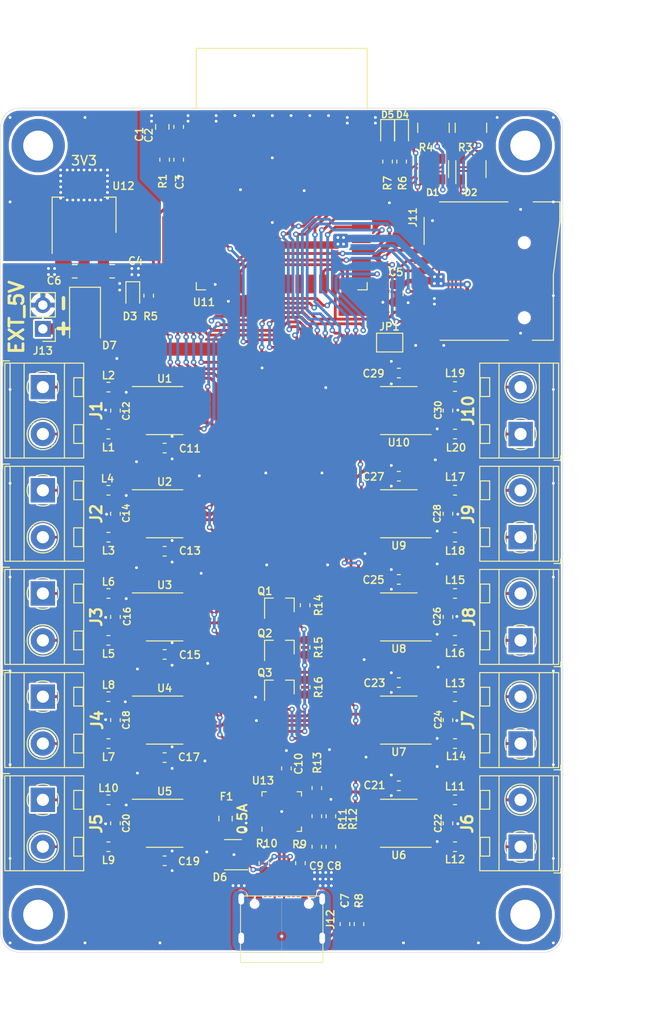
<source format=kicad_pcb>
(kicad_pcb (version 20171130) (host pcbnew "(5.1.5)-3")
  (layers (0 F.Cu signal) (31 B.Cu signal) (34 B.Paste user) (35 F.Paste user) (36 B.SilkS user) (37 F.SilkS user) (38 B.Mask user) (39 F.Mask user) (44 Edge.Cuts user))
  (net 0 "")
  (net 1 GND)
  (net 2 +3V3)
  (net 3 /EN)
  (net 4 "Net-(C10-Pad1)")
  (net 5 "/USB > Serial Converter/USB_PWR")
  (net 6 "/USB > Serial Converter/DM")
  (net 7 "/USB > Serial Converter/DP")
  (net 8 VBUS)
  (net 9 "Net-(J3-Pad1)")
  (net 10 "Net-(J3-Pad2)")
  (net 11 "/USB > Serial Converter/RTS")
  (net 12 "Net-(Q1-Pad1)")
  (net 13 "/USB > Serial Converter/DTR")
  (net 14 "Net-(Q2-Pad1)")
  (net 15 "/USB > Serial Converter/CC2")
  (net 16 "/USB > Serial Converter/CC1")
  (net 17 /TXD)
  (net 18 /RXD)
  (net 19 /IO0)
  (net 20 "Net-(J10-Pad1)")
  (net 21 "Net-(J10-Pad2)")
  (net 22 "Net-(C12-Pad2)")
  (net 23 "Net-(C12-Pad1)")
  (net 24 "Net-(C14-Pad2)")
  (net 25 "Net-(C14-Pad1)")
  (net 26 "Net-(C16-Pad2)")
  (net 27 "Net-(C16-Pad1)")
  (net 28 "Net-(C18-Pad2)")
  (net 29 "Net-(C18-Pad1)")
  (net 30 "Net-(C20-Pad2)")
  (net 31 "Net-(C20-Pad1)")
  (net 32 "Net-(C22-Pad2)")
  (net 33 "Net-(C22-Pad1)")
  (net 34 "Net-(C24-Pad2)")
  (net 35 "Net-(C24-Pad1)")
  (net 36 "Net-(C26-Pad2)")
  (net 37 "Net-(C26-Pad1)")
  (net 38 "Net-(J4-Pad1)")
  (net 39 "Net-(J4-Pad2)")
  (net 40 "Net-(J5-Pad1)")
  (net 41 "Net-(J5-Pad2)")
  (net 42 "Net-(J6-Pad1)")
  (net 43 "Net-(J6-Pad2)")
  (net 44 "Net-(J7-Pad1)")
  (net 45 "Net-(J7-Pad2)")
  (net 46 "Net-(J8-Pad1)")
  (net 47 "Net-(J8-Pad2)")
  (net 48 "Net-(J9-Pad1)")
  (net 49 "Net-(J9-Pad2)")
  (net 50 "Net-(C7-Pad1)")
  (net 51 "Net-(C28-Pad2)")
  (net 52 "Net-(C28-Pad1)")
  (net 53 "Net-(C30-Pad2)")
  (net 54 "Net-(C30-Pad1)")
  (net 55 /IO13)
  (net 56 /IO12)
  (net 57 /IO4)
  (net 58 /IO2)
  (net 59 /IO14)
  (net 60 /IO15)
  (net 61 "Net-(D3-Pad2)")
  (net 62 "Net-(D4-Pad2)")
  (net 63 "Net-(D5-Pad2)")
  (net 64 "Net-(Q3-Pad1)")
  (net 65 /IO5)
  (net 66 /IO16)
  (net 67 /IO17)
  (net 68 "Net-(R11-Pad1)")
  (net 69 "Net-(R13-Pad1)")
  (net 70 /IO23)
  (net 71 /IO22)
  (net 72 /IO21)
  (net 73 /IO19)
  (net 74 /IO18)
  (net 75 /IO27)
  (net 76 /IO26)
  (net 77 /IO25)
  (net 78 /IO33)
  (net 79 /IO32)
  (net 80 /IO35)
  (net 81 /IO34)
  (net 82 /5V_EXT)
  (net 83 "Net-(J1-Pad2)")
  (net 84 "Net-(J1-Pad1)")
  (net 85 "Net-(J2-Pad2)")
  (net 86 "Net-(J2-Pad1)")
  (net 87 "Net-(J12-PadB8)")
  (net 88 "Net-(J12-PadA8)")
  (net 89 "Net-(U11-Pad32)")
  (net 90 "Net-(U11-Pad22)")
  (net 91 "Net-(U11-Pad21)")
  (net 92 "Net-(U11-Pad20)")
  (net 93 "Net-(U11-Pad19)")
  (net 94 "Net-(U11-Pad18)")
  (net 95 "Net-(U11-Pad17)")
  (net 96 "Net-(U11-Pad5)")
  (net 97 "Net-(U11-Pad4)")
  (net 98 "Net-(U13-Pad24)")
  (net 99 "Net-(U13-Pad22)")
  (net 100 "Net-(U13-Pad18)")
  (net 101 "Net-(U13-Pad17)")
  (net 102 "Net-(U13-Pad15)")
  (net 103 "Net-(U13-Pad14)")
  (net 104 "Net-(U13-Pad13)")
  (net 105 "Net-(U13-Pad12)")
  (net 106 "Net-(U13-Pad11)")
  (net 107 "Net-(U13-Pad10)")
  (net 108 "Net-(U13-Pad1)")
  (net 109 "Net-(D2-Pad1)")
  (module Voltlog:voltlog_mask_5mm (layer F.Cu) (at 145.4 142.7)
    (fp_text reference V1 hide)
    (fp_text value VOLTLOG_LOGO hide)
  )
  (module Fiducial:Fiducial_0.75mm_Mask1.5mm (layer F.Cu) (at 153.4 65.3)
    (fp_text reference FID3 hide)
    (fp_text value Fiducial)
    (pad "" smd circle (at 0 0) (size 0.75 0.75) (layers F.Cu F.Mask) (clearance 0.375))
  )
  (module Fiducial:Fiducial_0.75mm_Mask1.5mm (layer F.Cu) (at 151.2 145.4)
    (fp_text reference FID2 hide)
    (fp_text value Fiducial)
    (pad "" smd circle (at 0 0) (size 0.75 0.75) (layers F.Cu F.Mask) (clearance 0.375))
  )
  (module Fiducial:Fiducial_0.75mm_Mask1.5mm (layer F.Cu) (at 108.6 60.4)
    (fp_text reference FID1 hide)
    (fp_text value Fiducial)
    (pad "" smd circle (at 0 0) (size 0.75 0.75) (layers F.Cu F.Mask) (clearance 0.375))
  )
  (module MountingHole:MountingHole_3.2mm_M3_ISO7380_Pad (layer F.Cu) (at 104 62)
    (fp_text reference H4 hide)
    (fp_text value MountingHole)
    (pad 1 thru_hole circle (at 0 0) (size 5.7 5.7) (drill 3.2) (layers *.Cu *.Mask) (clearance 0.3))
  )
  (module MountingHole:MountingHole_3.2mm_M3_ISO7380_Pad (layer F.Cu) (at 156 62)
    (fp_text reference H3 hide)
    (fp_text value MountingHole)
    (pad 1 thru_hole circle (at 0 0) (size 5.7 5.7) (drill 3.2) (layers *.Cu *.Mask) (clearance 0.3))
  )
  (module MountingHole:MountingHole_3.2mm_M3_ISO7380_Pad (layer F.Cu) (at 156 144)
    (fp_text reference H2 hide)
    (fp_text value MountingHole)
    (pad 1 thru_hole circle (at 0 0) (size 5.7 5.7) (drill 3.2) (layers *.Cu *.Mask) (clearance 0.3))
  )
  (module MountingHole:MountingHole_3.2mm_M3_ISO7380_Pad (layer F.Cu) (at 104 144)
    (fp_text reference H1 hide)
    (fp_text value MountingHole)
    (pad 1 thru_hole circle (at 0 0) (size 5.7 5.7) (drill 3.2) (layers *.Cu *.Mask) (clearance 0.3))
  )
  (module Jumper:SolderJumper-2_P1.3mm_Open_TrianglePad1.0x1.5mm (layer F.Cu) (at 141.525 83 180)
    (fp_text reference JP1 (at 0.025 1.7) (layer F.SilkS) (effects (font (size 0.8 0.8))))
    (fp_text value NO)
    (pad 1 smd custom (at -0.725 0 180) (size 0.3 0.3) (layers F.Cu F.Mask) (net 109 "Net-(D2-Pad1)") (options (clearance outline) (anchor rect)) (primitives (gr_poly (pts (xy -0.5 -0.75) (xy 0.5 -0.75) (xy 1 0) (xy 0.5 0.75) (xy -0.5 0.75)) (width 0))))
    (pad 2 smd custom (at 0.725 0 180) (size 0.3 0.3) (layers F.Cu F.Mask) (net 65 /IO5) (options (clearance outline) (anchor rect)) (primitives (gr_poly (pts (xy -0.65 -0.75) (xy 0.5 -0.75) (xy 0.5 0.75) (xy -0.65 0.75) (xy -0.15 0)) (width 0))))
  )
  (module Connector_PinHeader_2.54mm:PinHeader_1x02_P2.54mm_Vertical (layer F.Cu) (at 104.5 81.54 180)
    (fp_text reference J13 (at 0 -2.33) (layer F.SilkS) (effects (font (size 0.8 0.8))))
    (fp_text value EXT)
    (pad 2 thru_hole oval (at 0 2.54 180) (size 1.7 1.7) (drill 1) (layers *.Cu *.Mask) (net 1 GND))
    (pad 1 thru_hole rect (at 0 0 180) (size 1.7 1.7) (drill 1) (layers *.Cu *.Mask) (net 82 /5V_EXT))
  )
  (module Diode_SMD:D_SMA (layer F.Cu) (at 109 80.5 270)
    (fp_text reference D7 (at 2.8 -2.6 180) (layer F.SilkS) (effects (font (size 0.8 0.8))))
    (fp_text value SS14)
    (pad 2 smd rect (at 2 0 270) (size 2.5 1.8) (layers F.Cu F.Paste F.Mask) (net 82 /5V_EXT))
    (pad 1 smd rect (at -2 0 270) (size 2.5 1.8) (layers F.Cu F.Paste F.Mask) (net 8 VBUS))
  )
  (module Package_TO_SOT_SMD:SOT-223-3_TabPin2 (layer F.Cu) (at 108.9 69.4 90)
    (fp_text reference U12 (at 3.1 4.2 180) (layer F.SilkS) (effects (font (size 0.8 0.8))))
    (fp_text value NCP1117-3.3_SOT223)
    (pad 1 smd rect (at -3.15 -2.3 90) (size 2 1.5) (layers F.Cu F.Paste F.Mask) (net 1 GND))
    (pad 3 smd rect (at -3.15 2.3 90) (size 2 1.5) (layers F.Cu F.Paste F.Mask) (net 8 VBUS))
    (pad 2 smd rect (at -3.15 0 90) (size 2 1.5) (layers F.Cu F.Paste F.Mask) (net 2 +3V3))
    (pad 2 smd rect (at 3.15 0 90) (size 2 3.8) (layers F.Cu F.Paste F.Mask) (net 2 +3V3))
  )
  (module Resistor_SMD:R_0603_1608Metric (layer F.Cu) (at 132.5 119.75 270)
    (fp_text reference R16 (at 0 -1.43 90) (layer F.SilkS) (effects (font (size 0.8 0.8))))
    (fp_text value 10K)
    (pad 2 smd roundrect (at 0.7875 0 270) (size 0.875 0.95) (layers F.Cu F.Paste F.Mask) (net 11 "/USB > Serial Converter/RTS"))
    (pad 1 smd roundrect (at -0.7875 0 270) (size 0.875 0.95) (layers F.Cu F.Paste F.Mask) (net 64 "Net-(Q3-Pad1)"))
  )
  (module Resistor_SMD:R_0603_1608Metric (layer F.Cu) (at 141.3 63.7 270)
    (fp_text reference R7 (at 2.3 0 90) (layer F.SilkS) (effects (font (size 0.8 0.8))))
    (fp_text value 1K)
    (pad 2 smd roundrect (at 0.7875 0 270) (size 0.875 0.95) (layers F.Cu F.Paste F.Mask) (net 71 /IO22))
    (pad 1 smd roundrect (at -0.7875 0 270) (size 0.875 0.95) (layers F.Cu F.Paste F.Mask) (net 63 "Net-(D5-Pad2)"))
  )
  (module Resistor_SMD:R_Array_Convex_4x0603 (layer F.Cu) (at 146.2 60.1 90)
    (fp_text reference R4 (at -2.1 -0.8 180) (layer F.SilkS) (effects (font (size 0.8 0.8))))
    (fp_text value 10K)
    (pad 5 smd rect (at 0.9 1.2 90) (size 0.8 0.5) (layers F.Cu F.Paste F.Mask) (net 2 +3V3))
    (pad 6 smd rect (at 0.9 0.4 90) (size 0.8 0.4) (layers F.Cu F.Paste F.Mask) (net 2 +3V3))
    (pad 8 smd rect (at 0.9 -1.2 90) (size 0.8 0.5) (layers F.Cu F.Paste F.Mask) (net 2 +3V3))
    (pad 7 smd rect (at 0.9 -0.4 90) (size 0.8 0.4) (layers F.Cu F.Paste F.Mask) (net 2 +3V3))
    (pad 4 smd rect (at -0.9 1.2 90) (size 0.8 0.5) (layers F.Cu F.Paste F.Mask) (net 59 /IO14))
    (pad 2 smd rect (at -0.9 -0.4 90) (size 0.8 0.4) (layers F.Cu F.Paste F.Mask) (net 55 /IO13))
    (pad 3 smd rect (at -0.9 0.4 90) (size 0.8 0.4) (layers F.Cu F.Paste F.Mask) (net 60 /IO15))
    (pad 1 smd rect (at -0.9 -1.2 90) (size 0.8 0.5) (layers F.Cu F.Paste F.Mask) (net 56 /IO12))
  )
  (module Resistor_SMD:R_Array_Convex_4x0603 (layer F.Cu) (at 150.2 60.1 90)
    (fp_text reference R3 (at -2.1 -0.6 180) (layer F.SilkS) (effects (font (size 0.8 0.8))))
    (fp_text value 10K)
    (pad 5 smd rect (at 0.9 1.2 90) (size 0.8 0.5) (layers F.Cu F.Paste F.Mask))
    (pad 6 smd rect (at 0.9 0.4 90) (size 0.8 0.4) (layers F.Cu F.Paste F.Mask) (net 2 +3V3))
    (pad 8 smd rect (at 0.9 -1.2 90) (size 0.8 0.5) (layers F.Cu F.Paste F.Mask) (net 2 +3V3))
    (pad 7 smd rect (at 0.9 -0.4 90) (size 0.8 0.4) (layers F.Cu F.Paste F.Mask) (net 2 +3V3))
    (pad 4 smd rect (at -0.9 1.2 90) (size 0.8 0.5) (layers F.Cu F.Paste F.Mask))
    (pad 2 smd rect (at -0.9 -0.4 90) (size 0.8 0.4) (layers F.Cu F.Paste F.Mask) (net 57 /IO4))
    (pad 3 smd rect (at -0.9 0.4 90) (size 0.8 0.4) (layers F.Cu F.Paste F.Mask) (net 109 "Net-(D2-Pad1)"))
    (pad 1 smd rect (at -0.9 -1.2 90) (size 0.8 0.5) (layers F.Cu F.Paste F.Mask) (net 58 /IO2))
  )
  (module Package_TO_SOT_SMD:SOT-23 (layer F.Cu) (at 129.75 119.75 90)
    (fp_text reference Q3 (at 1.55 -1.55 180) (layer F.SilkS) (effects (font (size 0.8 0.8))))
    (fp_text value MMBT3904)
    (pad 3 smd rect (at 1 0 90) (size 0.9 0.8) (layers F.Cu F.Paste F.Mask) (net 58 /IO2))
    (pad 2 smd rect (at -1 0.95 90) (size 0.9 0.8) (layers F.Cu F.Paste F.Mask) (net 13 "/USB > Serial Converter/DTR"))
    (pad 1 smd rect (at -1 -0.95 90) (size 0.9 0.8) (layers F.Cu F.Paste F.Mask) (net 64 "Net-(Q3-Pad1)"))
  )
  (module TerminalBlock_MetzConnect:TerminalBlock_MetzConnect_Type094_RT03502HBLU_1x02_P5.00mm_Horizontal (layer F.Cu) (at 155.5 92.75 90)
    (fp_text reference J10 (at 2.5 -5.6 90) (layer F.SilkS) (effects (font (size 1.2 1.2) (thickness 0.25))))
    (fp_text value Conn_01x02)
    (pad 2 thru_hole circle (at 5 0 90) (size 2.6 2.6) (drill 1.3) (layers *.Cu *.Mask) (net 21 "Net-(J10-Pad2)"))
    (pad 1 thru_hole rect (at 0 0 90) (size 2.6 2.6) (drill 1.3) (layers *.Cu *.Mask) (net 20 "Net-(J10-Pad1)"))
  )
  (module TerminalBlock_MetzConnect:TerminalBlock_MetzConnect_Type094_RT03502HBLU_1x02_P5.00mm_Horizontal (layer F.Cu) (at 155.5 103.75 90)
    (fp_text reference J9 (at 2.45 -5.6 90) (layer F.SilkS) (effects (font (size 1.2 1.2) (thickness 0.25))))
    (fp_text value Conn_01x02)
    (pad 2 thru_hole circle (at 5 0 90) (size 2.6 2.6) (drill 1.3) (layers *.Cu *.Mask) (net 49 "Net-(J9-Pad2)"))
    (pad 1 thru_hole rect (at 0 0 90) (size 2.6 2.6) (drill 1.3) (layers *.Cu *.Mask) (net 48 "Net-(J9-Pad1)"))
  )
  (module TerminalBlock_MetzConnect:TerminalBlock_MetzConnect_Type094_RT03502HBLU_1x02_P5.00mm_Horizontal (layer F.Cu) (at 155.5 114.75 90)
    (fp_text reference J8 (at 2.5 -5.5 90) (layer F.SilkS) (effects (font (size 1.2 1.2) (thickness 0.25))))
    (fp_text value Conn_01x02)
    (pad 2 thru_hole circle (at 5 0 90) (size 2.6 2.6) (drill 1.3) (layers *.Cu *.Mask) (net 47 "Net-(J8-Pad2)"))
    (pad 1 thru_hole rect (at 0 0 90) (size 2.6 2.6) (drill 1.3) (layers *.Cu *.Mask) (net 46 "Net-(J8-Pad1)"))
  )
  (module TerminalBlock_MetzConnect:TerminalBlock_MetzConnect_Type094_RT03502HBLU_1x02_P5.00mm_Horizontal (layer F.Cu) (at 155.5 125.75 90)
    (fp_text reference J7 (at 2.5 -5.6 90) (layer F.SilkS) (effects (font (size 1.2 1.2) (thickness 0.25))))
    (fp_text value Conn_01x02)
    (pad 2 thru_hole circle (at 5 0 90) (size 2.6 2.6) (drill 1.3) (layers *.Cu *.Mask) (net 45 "Net-(J7-Pad2)"))
    (pad 1 thru_hole rect (at 0 0 90) (size 2.6 2.6) (drill 1.3) (layers *.Cu *.Mask) (net 44 "Net-(J7-Pad1)"))
  )
  (module TerminalBlock_MetzConnect:TerminalBlock_MetzConnect_Type094_RT03502HBLU_1x02_P5.00mm_Horizontal (layer F.Cu) (at 155.5 136.75 90)
    (fp_text reference J6 (at 2.45 -5.7 90) (layer F.SilkS) (effects (font (size 1.2 1.2) (thickness 0.25))))
    (fp_text value Conn_01x02)
    (pad 2 thru_hole circle (at 5 0 90) (size 2.6 2.6) (drill 1.3) (layers *.Cu *.Mask) (net 43 "Net-(J6-Pad2)"))
    (pad 1 thru_hole rect (at 0 0 90) (size 2.6 2.6) (drill 1.3) (layers *.Cu *.Mask) (net 42 "Net-(J6-Pad1)"))
  )
  (module TerminalBlock_MetzConnect:TerminalBlock_MetzConnect_Type094_RT03502HBLU_1x02_P5.00mm_Horizontal (layer F.Cu) (at 104.5 131.75 270)
    (fp_text reference J5 (at 2.55 -5.7 90) (layer F.SilkS) (effects (font (size 1.2 1.2) (thickness 0.25))))
    (fp_text value Conn_01x02)
    (pad 2 thru_hole circle (at 5 0 270) (size 2.6 2.6) (drill 1.3) (layers *.Cu *.Mask) (net 41 "Net-(J5-Pad2)"))
    (pad 1 thru_hole rect (at 0 0 270) (size 2.6 2.6) (drill 1.3) (layers *.Cu *.Mask) (net 40 "Net-(J5-Pad1)"))
  )
  (module TerminalBlock_MetzConnect:TerminalBlock_MetzConnect_Type094_RT03502HBLU_1x02_P5.00mm_Horizontal (layer F.Cu) (at 104.5 120.75 270)
    (fp_text reference J4 (at 2.5 -5.8 90) (layer F.SilkS) (effects (font (size 1.2 1.2) (thickness 0.25))))
    (fp_text value Conn_01x02)
    (pad 2 thru_hole circle (at 5 0 270) (size 2.6 2.6) (drill 1.3) (layers *.Cu *.Mask) (net 39 "Net-(J4-Pad2)"))
    (pad 1 thru_hole rect (at 0 0 270) (size 2.6 2.6) (drill 1.3) (layers *.Cu *.Mask) (net 38 "Net-(J4-Pad1)"))
  )
  (module TerminalBlock_MetzConnect:TerminalBlock_MetzConnect_Type094_RT03502HBLU_1x02_P5.00mm_Horizontal (layer F.Cu) (at 104.5 109.75 270)
    (fp_text reference J3 (at 2.5 -5.7 90) (layer F.SilkS) (effects (font (size 1.2 1.2) (thickness 0.25))))
    (fp_text value Conn_01x02)
    (pad 2 thru_hole circle (at 5 0 270) (size 2.6 2.6) (drill 1.3) (layers *.Cu *.Mask) (net 10 "Net-(J3-Pad2)"))
    (pad 1 thru_hole rect (at 0 0 270) (size 2.6 2.6) (drill 1.3) (layers *.Cu *.Mask) (net 9 "Net-(J3-Pad1)"))
  )
  (module TerminalBlock_MetzConnect:TerminalBlock_MetzConnect_Type094_RT03502HBLU_1x02_P5.00mm_Horizontal (layer F.Cu) (at 104.5 98.75 270)
    (fp_text reference J2 (at 2.5 -5.7 90) (layer F.SilkS) (effects (font (size 1.2 1.2) (thickness 0.25))))
    (fp_text value Conn_01x02)
    (pad 2 thru_hole circle (at 5 0 270) (size 2.6 2.6) (drill 1.3) (layers *.Cu *.Mask) (net 85 "Net-(J2-Pad2)"))
    (pad 1 thru_hole rect (at 0 0 270) (size 2.6 2.6) (drill 1.3) (layers *.Cu *.Mask) (net 86 "Net-(J2-Pad1)"))
  )
  (module TerminalBlock_MetzConnect:TerminalBlock_MetzConnect_Type094_RT03502HBLU_1x02_P5.00mm_Horizontal (layer F.Cu) (at 104.5 87.75 270)
    (fp_text reference J1 (at 2.5 -5.7 90) (layer F.SilkS) (effects (font (size 1.2 1.2) (thickness 0.25))))
    (fp_text value Conn_01x02)
    (pad 2 thru_hole circle (at 5 0 270) (size 2.6 2.6) (drill 1.3) (layers *.Cu *.Mask) (net 83 "Net-(J1-Pad2)"))
    (pad 1 thru_hole rect (at 0 0 270) (size 2.6 2.6) (drill 1.3) (layers *.Cu *.Mask) (net 84 "Net-(J1-Pad1)"))
  )
  (module Voltlog:TYPE-C-31-M-12 (layer F.Cu) (at 130 146.5)
    (fp_text reference J12 (at 5.2 -2 90) (layer F.SilkS) (effects (font (size 0.8 0.8))))
    (fp_text value USB_C_Receptacle_USB2.0)
    (pad "" np_thru_hole circle (at 2.9 -3.65) (size 0.65 0.65) (drill 0.65) (layers *.Cu *.Mask) (clearance 0.01))
    (pad "" np_thru_hole circle (at -2.9 -3.65) (size 0.65 0.65) (drill 0.65) (layers *.Cu *.Mask) (clearance 0.01))
    (pad A1 smd rect (at -3.4 -5.1) (size 0.3 1.45) (layers F.Cu F.Paste F.Mask) (net 1 GND))
    (pad A4 smd rect (at -2.6 -5.1) (size 0.3 1.45) (layers F.Cu F.Paste F.Mask) (net 5 "/USB > Serial Converter/USB_PWR"))
    (pad B8 smd rect (at -1.75 -5.1) (size 0.3 1.45) (layers F.Cu F.Paste F.Mask) (net 87 "Net-(J12-PadB8)"))
    (pad S1 thru_hole roundrect (at -4.32 0) (size 1 1.6) (drill oval 0.6 1.2) (layers *.Cu *.Mask) (roundrect_rratio 0.5) (net 50 "Net-(C7-Pad1)"))
    (pad S1 thru_hole roundrect (at 4.32 0) (size 1 1.6) (drill oval 0.6 1.2) (layers *.Cu *.Mask) (roundrect_rratio 0.5) (net 50 "Net-(C7-Pad1)"))
    (pad S1 thru_hole roundrect (at 4.32 -4.18) (size 1 1.6) (drill oval 0.6 1.2) (layers *.Cu *.Mask) (roundrect_rratio 0.5) (net 50 "Net-(C7-Pad1)"))
    (pad S1 thru_hole roundrect (at -4.32 -4.18) (size 1 1.6) (drill oval 0.6 1.2) (layers *.Cu *.Mask) (roundrect_rratio 0.5) (net 50 "Net-(C7-Pad1)"))
    (pad B12 smd rect (at -3.1 -5.1) (size 0.3 1.45) (layers F.Cu F.Paste F.Mask) (net 1 GND))
    (pad B9 smd rect (at -2.3 -5.1) (size 0.3 1.45) (layers F.Cu F.Paste F.Mask) (net 5 "/USB > Serial Converter/USB_PWR"))
    (pad A5 smd rect (at -1.25 -5.1) (size 0.3 1.45) (layers F.Cu F.Paste F.Mask) (net 16 "/USB > Serial Converter/CC1"))
    (pad B5 smd rect (at 1.75 -5.1) (size 0.3 1.45) (layers F.Cu F.Paste F.Mask) (net 15 "/USB > Serial Converter/CC2"))
    (pad A9 smd rect (at 2.6 -5.1) (size 0.3 1.45) (layers F.Cu F.Paste F.Mask) (net 5 "/USB > Serial Converter/USB_PWR"))
    (pad A12 smd rect (at 3.4 -5.1) (size 0.3 1.45) (layers F.Cu F.Paste F.Mask) (net 1 GND))
    (pad B1 smd rect (at 3.1 -5.1) (size 0.3 1.45) (layers F.Cu F.Paste F.Mask) (net 1 GND))
    (pad B4 smd rect (at 2.3 -5.1) (size 0.3 1.45) (layers F.Cu F.Paste F.Mask) (net 5 "/USB > Serial Converter/USB_PWR"))
    (pad A8 smd rect (at 1.25 -5.1) (size 0.3 1.45) (layers F.Cu F.Paste F.Mask) (net 88 "Net-(J12-PadA8)"))
    (pad B6 smd rect (at 0.75 -5.1) (size 0.3 1.45) (layers F.Cu F.Paste F.Mask) (net 7 "/USB > Serial Converter/DP"))
    (pad A7 smd rect (at 0.25 -5.1) (size 0.3 1.45) (layers F.Cu F.Paste F.Mask) (net 6 "/USB > Serial Converter/DM"))
    (pad A6 smd rect (at -0.25 -5.1) (size 0.3 1.45) (layers F.Cu F.Paste F.Mask) (net 7 "/USB > Serial Converter/DP"))
    (pad B7 smd rect (at -0.75 -5.1) (size 0.3 1.45) (layers F.Cu F.Paste F.Mask) (net 6 "/USB > Serial Converter/DM"))
  )
  (module Voltlog:XKTF-015-N (layer F.Cu) (at 152 75.75 90)
    (fp_text reference J11 (at 6.1 -8 90) (layer F.SilkS) (effects (font (size 0.8 0.8))))
    (fp_text value Micro_SD_Card)
    (pad 1 smd rect (at 2.6 -7.1 180) (size 1.6 0.7) (layers F.Cu F.Paste F.Mask) (net 56 /IO12))
    (pad 2 smd rect (at 1.5 -7.1 180) (size 1.6 0.7) (layers F.Cu F.Paste F.Mask) (net 55 /IO13))
    (pad 3 smd rect (at 0.4 -7.1 180) (size 1.6 0.7) (layers F.Cu F.Paste F.Mask) (net 60 /IO15))
    (pad 4 smd rect (at -0.7 -7.1 180) (size 1.6 0.7) (layers F.Cu F.Paste F.Mask) (net 2 +3V3))
    (pad 5 smd rect (at -1.8 -7.1 180) (size 1.6 0.7) (layers F.Cu F.Paste F.Mask) (net 59 /IO14))
    (pad 6 smd rect (at -2.9 -7.1 180) (size 1.6 0.7) (layers F.Cu F.Paste F.Mask) (net 1 GND))
    (pad 7 smd rect (at -4 -7.1 180) (size 1.6 0.7) (layers F.Cu F.Paste F.Mask) (net 58 /IO2))
    (pad 8 smd rect (at -5.1 -7.1 180) (size 1.6 0.7) (layers F.Cu F.Paste F.Mask) (net 57 /IO4))
    (pad CD smd rect (at -6.2 -7.1 180) (size 1.6 0.7) (layers F.Cu F.Paste F.Mask) (net 109 "Net-(D2-Pad1)"))
    (pad 9 smd rect (at 7.2 -6.1 90) (size 1.6 1.5) (layers F.Cu F.Paste F.Mask) (net 1 GND))
    (pad 9 smd rect (at 8.1 3.5 90) (size 1.2 2.2) (layers F.Cu F.Paste F.Mask) (net 1 GND))
    (pad "" np_thru_hole circle (at 3.4 3.9 90) (size 1 1) (drill 1) (layers *.Cu *.Mask))
    (pad 9 smd rect (at -7.4 -6.1 90) (size 1.2 1.5) (layers F.Cu F.Paste F.Mask) (net 1 GND))
    (pad "" np_thru_hole circle (at -4.6 3.9 90) (size 1 1) (drill 1) (layers *.Cu *.Mask))
    (pad 9 smd rect (at -7.4 3.5 90) (size 1.2 2.2) (layers F.Cu F.Paste F.Mask) (net 1 GND))
  )
  (module LED_SMD:LED_0603_1608Metric (layer F.Cu) (at 141.3 60.7 270)
    (fp_text reference D5 (at -2 0 180) (layer F.SilkS) (effects (font (size 0.7 0.7))))
    (fp_text value blue)
    (pad 2 smd roundrect (at 0.7875 0 270) (size 0.875 0.95) (layers F.Cu F.Paste F.Mask) (net 63 "Net-(D5-Pad2)"))
    (pad 1 smd roundrect (at -0.7875 0 270) (size 0.875 0.95) (layers F.Cu F.Paste F.Mask) (net 1 GND))
  )
  (module Package_TO_SOT_SMD:SOT-23-5 (layer F.Cu) (at 150.2 64.5 90)
    (fp_text reference D2 (at -2.5 0) (layer F.SilkS) (effects (font (size 0.7 0.7))))
    (fp_text value SP0504BAHT)
    (pad 5 smd rect (at 1.1 -0.95 90) (size 1.06 0.65) (layers F.Cu F.Paste F.Mask) (net 59 /IO14))
    (pad 4 smd rect (at 1.1 0.95 90) (size 1.06 0.65) (layers F.Cu F.Paste F.Mask) (net 58 /IO2))
    (pad 3 smd rect (at -1.1 0.95 90) (size 1.06 0.65) (layers F.Cu F.Paste F.Mask) (net 57 /IO4))
    (pad 2 smd rect (at -1.1 0 90) (size 1.06 0.65) (layers F.Cu F.Paste F.Mask) (net 1 GND))
    (pad 1 smd rect (at -1.1 -0.95 90) (size 1.06 0.65) (layers F.Cu F.Paste F.Mask) (net 109 "Net-(D2-Pad1)"))
  )
  (module Package_TO_SOT_SMD:SOT-23-5 (layer F.Cu) (at 146.2 64.5 90)
    (fp_text reference D1 (at -2.5 -0.1) (layer F.SilkS) (effects (font (size 0.7 0.7))))
    (fp_text value SP0504BAHT)
    (pad 5 smd rect (at 1.1 -0.95 90) (size 1.06 0.65) (layers F.Cu F.Paste F.Mask) (net 56 /IO12))
    (pad 4 smd rect (at 1.1 0.95 90) (size 1.06 0.65) (layers F.Cu F.Paste F.Mask) (net 55 /IO13))
    (pad 3 smd rect (at -1.1 0.95 90) (size 1.06 0.65) (layers F.Cu F.Paste F.Mask) (net 60 /IO15))
    (pad 2 smd rect (at -1.1 0 90) (size 1.06 0.65) (layers F.Cu F.Paste F.Mask) (net 1 GND))
    (pad 1 smd rect (at -1.1 -0.95 90) (size 1.06 0.65) (layers F.Cu F.Paste F.Mask) (net 2 +3V3))
  )
  (module Capacitor_SMD:C_0603_1608Metric (layer F.Cu) (at 135.25 136.75 270)
    (fp_text reference C8 (at 2.05 -0.35 180) (layer F.SilkS) (effects (font (size 0.8 0.8))))
    (fp_text value 1uF)
    (pad 2 smd roundrect (at 0.7875 0 270) (size 0.875 0.95) (layers F.Cu F.Paste F.Mask) (net 1 GND))
    (pad 1 smd roundrect (at -0.7875 0 270) (size 0.875 0.95) (layers F.Cu F.Paste F.Mask) (net 2 +3V3))
  )
  (module Capacitor_SMD:C_0805_2012Metric (layer F.Cu) (at 107.9 75.4 180)
    (fp_text reference C6 (at 2.2 -1) (layer F.SilkS) (effects (font (size 0.8 0.8))))
    (fp_text value 22uF)
    (pad 2 smd roundrect (at 0.9375 0 180) (size 0.975 1.4) (layers F.Cu F.Paste F.Mask) (net 1 GND))
    (pad 1 smd roundrect (at -0.9375 0 180) (size 0.975 1.4) (layers F.Cu F.Paste F.Mask) (net 2 +3V3))
  )
  (module Capacitor_SMD:C_0805_2012Metric (layer F.Cu) (at 142.25 77.75 270)
    (fp_text reference C5 (at -2.25 0.05 180) (layer F.SilkS) (effects (font (size 0.8 0.8))))
    (fp_text value 10uF)
    (pad 2 smd roundrect (at 0.9375 0 270) (size 0.975 1.4) (layers F.Cu F.Paste F.Mask) (net 1 GND))
    (pad 1 smd roundrect (at -0.9375 0 270) (size 0.975 1.4) (layers F.Cu F.Paste F.Mask) (net 2 +3V3))
  )
  (module Capacitor_SMD:C_0805_2012Metric (layer F.Cu) (at 111.9 75.4)
    (fp_text reference C4 (at 2.5 -1.1) (layer F.SilkS) (effects (font (size 0.8 0.8))))
    (fp_text value 10uF)
    (pad 2 smd roundrect (at 0.9375 0) (size 0.975 1.4) (layers F.Cu F.Paste F.Mask) (net 1 GND))
    (pad 1 smd roundrect (at -0.9375 0) (size 0.975 1.4) (layers F.Cu F.Paste F.Mask) (net 8 VBUS))
  )
  (module Package_SO:SOIC-8_3.9x4.9mm_P1.27mm (layer F.Cu) (at 142.5 90.25 180)
    (fp_text reference U10 (at 0 -3.4) (layer F.SilkS) (effects (font (size 0.8 0.8))))
    (fp_text value MAX31855KASA)
    (pad 8 smd roundrect (at 2.475 -1.905 180) (size 1.95 0.6) (layers F.Cu F.Paste F.Mask))
    (pad 7 smd roundrect (at 2.475 -0.635 180) (size 1.95 0.6) (layers F.Cu F.Paste F.Mask) (net 73 /IO19))
    (pad 6 smd roundrect (at 2.475 0.635 180) (size 1.95 0.6) (layers F.Cu F.Paste F.Mask) (net 67 /IO17))
    (pad 5 smd roundrect (at 2.475 1.905 180) (size 1.95 0.6) (layers F.Cu F.Paste F.Mask) (net 74 /IO18))
    (pad 4 smd roundrect (at -2.475 1.905 180) (size 1.95 0.6) (layers F.Cu F.Paste F.Mask) (net 2 +3V3))
    (pad 3 smd roundrect (at -2.475 0.635 180) (size 1.95 0.6) (layers F.Cu F.Paste F.Mask) (net 54 "Net-(C30-Pad1)"))
    (pad 2 smd roundrect (at -2.475 -0.635 180) (size 1.95 0.6) (layers F.Cu F.Paste F.Mask) (net 53 "Net-(C30-Pad2)"))
    (pad 1 smd roundrect (at -2.475 -1.905 180) (size 1.95 0.6) (layers F.Cu F.Paste F.Mask) (net 1 GND))
  )
  (module Package_SO:SOIC-8_3.9x4.9mm_P1.27mm (layer F.Cu) (at 142.5 101.25 180)
    (fp_text reference U9 (at 0 -3.4) (layer F.SilkS) (effects (font (size 0.8 0.8))))
    (fp_text value MAX31855KASA)
    (pad 8 smd roundrect (at 2.475 -1.905 180) (size 1.95 0.6) (layers F.Cu F.Paste F.Mask))
    (pad 7 smd roundrect (at 2.475 -0.635 180) (size 1.95 0.6) (layers F.Cu F.Paste F.Mask) (net 73 /IO19))
    (pad 6 smd roundrect (at 2.475 0.635 180) (size 1.95 0.6) (layers F.Cu F.Paste F.Mask) (net 66 /IO16))
    (pad 5 smd roundrect (at 2.475 1.905 180) (size 1.95 0.6) (layers F.Cu F.Paste F.Mask) (net 74 /IO18))
    (pad 4 smd roundrect (at -2.475 1.905 180) (size 1.95 0.6) (layers F.Cu F.Paste F.Mask) (net 2 +3V3))
    (pad 3 smd roundrect (at -2.475 0.635 180) (size 1.95 0.6) (layers F.Cu F.Paste F.Mask) (net 52 "Net-(C28-Pad1)"))
    (pad 2 smd roundrect (at -2.475 -0.635 180) (size 1.95 0.6) (layers F.Cu F.Paste F.Mask) (net 51 "Net-(C28-Pad2)"))
    (pad 1 smd roundrect (at -2.475 -1.905 180) (size 1.95 0.6) (layers F.Cu F.Paste F.Mask) (net 1 GND))
  )
  (module Package_SO:SOIC-8_3.9x4.9mm_P1.27mm (layer F.Cu) (at 142.5 112.25 180)
    (fp_text reference U8 (at 0 -3.4) (layer F.SilkS) (effects (font (size 0.8 0.8))))
    (fp_text value MAX31855KASA)
    (pad 8 smd roundrect (at 2.475 -1.905 180) (size 1.95 0.6) (layers F.Cu F.Paste F.Mask))
    (pad 7 smd roundrect (at 2.475 -0.635 180) (size 1.95 0.6) (layers F.Cu F.Paste F.Mask) (net 73 /IO19))
    (pad 6 smd roundrect (at 2.475 0.635 180) (size 1.95 0.6) (layers F.Cu F.Paste F.Mask) (net 72 /IO21))
    (pad 5 smd roundrect (at 2.475 1.905 180) (size 1.95 0.6) (layers F.Cu F.Paste F.Mask) (net 74 /IO18))
    (pad 4 smd roundrect (at -2.475 1.905 180) (size 1.95 0.6) (layers F.Cu F.Paste F.Mask) (net 2 +3V3))
    (pad 3 smd roundrect (at -2.475 0.635 180) (size 1.95 0.6) (layers F.Cu F.Paste F.Mask) (net 37 "Net-(C26-Pad1)"))
    (pad 2 smd roundrect (at -2.475 -0.635 180) (size 1.95 0.6) (layers F.Cu F.Paste F.Mask) (net 36 "Net-(C26-Pad2)"))
    (pad 1 smd roundrect (at -2.475 -1.905 180) (size 1.95 0.6) (layers F.Cu F.Paste F.Mask) (net 1 GND))
  )
  (module Package_SO:SOIC-8_3.9x4.9mm_P1.27mm (layer F.Cu) (at 142.5 123.25 180)
    (fp_text reference U7 (at 0 -3.4) (layer F.SilkS) (effects (font (size 0.8 0.8))))
    (fp_text value MAX31855KASA)
    (pad 8 smd roundrect (at 2.475 -1.905 180) (size 1.95 0.6) (layers F.Cu F.Paste F.Mask))
    (pad 7 smd roundrect (at 2.475 -0.635 180) (size 1.95 0.6) (layers F.Cu F.Paste F.Mask) (net 73 /IO19))
    (pad 6 smd roundrect (at 2.475 0.635 180) (size 1.95 0.6) (layers F.Cu F.Paste F.Mask) (net 75 /IO27))
    (pad 5 smd roundrect (at 2.475 1.905 180) (size 1.95 0.6) (layers F.Cu F.Paste F.Mask) (net 74 /IO18))
    (pad 4 smd roundrect (at -2.475 1.905 180) (size 1.95 0.6) (layers F.Cu F.Paste F.Mask) (net 2 +3V3))
    (pad 3 smd roundrect (at -2.475 0.635 180) (size 1.95 0.6) (layers F.Cu F.Paste F.Mask) (net 35 "Net-(C24-Pad1)"))
    (pad 2 smd roundrect (at -2.475 -0.635 180) (size 1.95 0.6) (layers F.Cu F.Paste F.Mask) (net 34 "Net-(C24-Pad2)"))
    (pad 1 smd roundrect (at -2.475 -1.905 180) (size 1.95 0.6) (layers F.Cu F.Paste F.Mask) (net 1 GND))
  )
  (module Package_SO:SOIC-8_3.9x4.9mm_P1.27mm (layer F.Cu) (at 142.5 134.25 180)
    (fp_text reference U6 (at 0 -3.4) (layer F.SilkS) (effects (font (size 0.8 0.8))))
    (fp_text value MAX31855KASA)
    (pad 8 smd roundrect (at 2.475 -1.905 180) (size 1.95 0.6) (layers F.Cu F.Paste F.Mask))
    (pad 7 smd roundrect (at 2.475 -0.635 180) (size 1.95 0.6) (layers F.Cu F.Paste F.Mask) (net 73 /IO19))
    (pad 6 smd roundrect (at 2.475 0.635 180) (size 1.95 0.6) (layers F.Cu F.Paste F.Mask) (net 76 /IO26))
    (pad 5 smd roundrect (at 2.475 1.905 180) (size 1.95 0.6) (layers F.Cu F.Paste F.Mask) (net 74 /IO18))
    (pad 4 smd roundrect (at -2.475 1.905 180) (size 1.95 0.6) (layers F.Cu F.Paste F.Mask) (net 2 +3V3))
    (pad 3 smd roundrect (at -2.475 0.635 180) (size 1.95 0.6) (layers F.Cu F.Paste F.Mask) (net 33 "Net-(C22-Pad1)"))
    (pad 2 smd roundrect (at -2.475 -0.635 180) (size 1.95 0.6) (layers F.Cu F.Paste F.Mask) (net 32 "Net-(C22-Pad2)"))
    (pad 1 smd roundrect (at -2.475 -1.905 180) (size 1.95 0.6) (layers F.Cu F.Paste F.Mask) (net 1 GND))
  )
  (module Package_SO:SOIC-8_3.9x4.9mm_P1.27mm (layer F.Cu) (at 117.5 134.25)
    (fp_text reference U5 (at 0 -3.4) (layer F.SilkS) (effects (font (size 0.8 0.8))))
    (fp_text value MAX31855KASA)
    (pad 8 smd roundrect (at 2.475 -1.905) (size 1.95 0.6) (layers F.Cu F.Paste F.Mask))
    (pad 7 smd roundrect (at 2.475 -0.635) (size 1.95 0.6) (layers F.Cu F.Paste F.Mask) (net 73 /IO19))
    (pad 6 smd roundrect (at 2.475 0.635) (size 1.95 0.6) (layers F.Cu F.Paste F.Mask) (net 77 /IO25))
    (pad 5 smd roundrect (at 2.475 1.905) (size 1.95 0.6) (layers F.Cu F.Paste F.Mask) (net 74 /IO18))
    (pad 4 smd roundrect (at -2.475 1.905) (size 1.95 0.6) (layers F.Cu F.Paste F.Mask) (net 2 +3V3))
    (pad 3 smd roundrect (at -2.475 0.635) (size 1.95 0.6) (layers F.Cu F.Paste F.Mask) (net 31 "Net-(C20-Pad1)"))
    (pad 2 smd roundrect (at -2.475 -0.635) (size 1.95 0.6) (layers F.Cu F.Paste F.Mask) (net 30 "Net-(C20-Pad2)"))
    (pad 1 smd roundrect (at -2.475 -1.905) (size 1.95 0.6) (layers F.Cu F.Paste F.Mask) (net 1 GND))
  )
  (module Package_SO:SOIC-8_3.9x4.9mm_P1.27mm (layer F.Cu) (at 117.5 123.25)
    (fp_text reference U4 (at 0 -3.4) (layer F.SilkS) (effects (font (size 0.8 0.8))))
    (fp_text value MAX31855KASA)
    (pad 8 smd roundrect (at 2.475 -1.905) (size 1.95 0.6) (layers F.Cu F.Paste F.Mask))
    (pad 7 smd roundrect (at 2.475 -0.635) (size 1.95 0.6) (layers F.Cu F.Paste F.Mask) (net 73 /IO19))
    (pad 6 smd roundrect (at 2.475 0.635) (size 1.95 0.6) (layers F.Cu F.Paste F.Mask) (net 78 /IO33))
    (pad 5 smd roundrect (at 2.475 1.905) (size 1.95 0.6) (layers F.Cu F.Paste F.Mask) (net 74 /IO18))
    (pad 4 smd roundrect (at -2.475 1.905) (size 1.95 0.6) (layers F.Cu F.Paste F.Mask) (net 2 +3V3))
    (pad 3 smd roundrect (at -2.475 0.635) (size 1.95 0.6) (layers F.Cu F.Paste F.Mask) (net 29 "Net-(C18-Pad1)"))
    (pad 2 smd roundrect (at -2.475 -0.635) (size 1.95 0.6) (layers F.Cu F.Paste F.Mask) (net 28 "Net-(C18-Pad2)"))
    (pad 1 smd roundrect (at -2.475 -1.905) (size 1.95 0.6) (layers F.Cu F.Paste F.Mask) (net 1 GND))
  )
  (module Package_SO:SOIC-8_3.9x4.9mm_P1.27mm (layer F.Cu) (at 117.5 112.25)
    (fp_text reference U3 (at 0 -3.4) (layer F.SilkS) (effects (font (size 0.8 0.8))))
    (fp_text value MAX31855KASA)
    (pad 8 smd roundrect (at 2.475 -1.905) (size 1.95 0.6) (layers F.Cu F.Paste F.Mask))
    (pad 7 smd roundrect (at 2.475 -0.635) (size 1.95 0.6) (layers F.Cu F.Paste F.Mask) (net 73 /IO19))
    (pad 6 smd roundrect (at 2.475 0.635) (size 1.95 0.6) (layers F.Cu F.Paste F.Mask) (net 79 /IO32))
    (pad 5 smd roundrect (at 2.475 1.905) (size 1.95 0.6) (layers F.Cu F.Paste F.Mask) (net 74 /IO18))
    (pad 4 smd roundrect (at -2.475 1.905) (size 1.95 0.6) (layers F.Cu F.Paste F.Mask) (net 2 +3V3))
    (pad 3 smd roundrect (at -2.475 0.635) (size 1.95 0.6) (layers F.Cu F.Paste F.Mask) (net 27 "Net-(C16-Pad1)"))
    (pad 2 smd roundrect (at -2.475 -0.635) (size 1.95 0.6) (layers F.Cu F.Paste F.Mask) (net 26 "Net-(C16-Pad2)"))
    (pad 1 smd roundrect (at -2.475 -1.905) (size 1.95 0.6) (layers F.Cu F.Paste F.Mask) (net 1 GND))
  )
  (module Inductor_SMD:L_0603_1608Metric (layer F.Cu) (at 148.5 92.75)
    (fp_text reference L20 (at 0.1 1.45) (layer F.SilkS) (effects (font (size 0.8 0.8))))
    (fp_text value 470R)
    (pad 2 smd roundrect (at 0.7875 0) (size 0.875 0.95) (layers F.Cu F.Paste F.Mask) (net 20 "Net-(J10-Pad1)"))
    (pad 1 smd roundrect (at -0.7875 0) (size 0.875 0.95) (layers F.Cu F.Paste F.Mask) (net 53 "Net-(C30-Pad2)"))
  )
  (module Inductor_SMD:L_0603_1608Metric (layer F.Cu) (at 148.5 87.69)
    (fp_text reference L19 (at 0 -1.43) (layer F.SilkS) (effects (font (size 0.8 0.8))))
    (fp_text value 470R)
    (pad 2 smd roundrect (at 0.7875 0) (size 0.875 0.95) (layers F.Cu F.Paste F.Mask) (net 21 "Net-(J10-Pad2)"))
    (pad 1 smd roundrect (at -0.7875 0) (size 0.875 0.95) (layers F.Cu F.Paste F.Mask) (net 54 "Net-(C30-Pad1)"))
  )
  (module Inductor_SMD:L_0603_1608Metric (layer F.Cu) (at 148.5 103.75)
    (fp_text reference L18 (at 0 1.45) (layer F.SilkS) (effects (font (size 0.8 0.8))))
    (fp_text value 470R)
    (pad 2 smd roundrect (at 0.7875 0) (size 0.875 0.95) (layers F.Cu F.Paste F.Mask) (net 48 "Net-(J9-Pad1)"))
    (pad 1 smd roundrect (at -0.7875 0) (size 0.875 0.95) (layers F.Cu F.Paste F.Mask) (net 51 "Net-(C28-Pad2)"))
  )
  (module Inductor_SMD:L_0603_1608Metric (layer F.Cu) (at 148.5 98.75)
    (fp_text reference L17 (at 0 -1.43) (layer F.SilkS) (effects (font (size 0.8 0.8))))
    (fp_text value 470R)
    (pad 2 smd roundrect (at 0.7875 0) (size 0.875 0.95) (layers F.Cu F.Paste F.Mask) (net 49 "Net-(J9-Pad2)"))
    (pad 1 smd roundrect (at -0.7875 0) (size 0.875 0.95) (layers F.Cu F.Paste F.Mask) (net 52 "Net-(C28-Pad1)"))
  )
  (module Inductor_SMD:L_0603_1608Metric (layer F.Cu) (at 148.5 114.75)
    (fp_text reference L16 (at 0 1.35) (layer F.SilkS) (effects (font (size 0.8 0.8))))
    (fp_text value 470R)
    (pad 2 smd roundrect (at 0.7875 0) (size 0.875 0.95) (layers F.Cu F.Paste F.Mask) (net 46 "Net-(J8-Pad1)"))
    (pad 1 smd roundrect (at -0.7875 0) (size 0.875 0.95) (layers F.Cu F.Paste F.Mask) (net 36 "Net-(C26-Pad2)"))
  )
  (module Inductor_SMD:L_0603_1608Metric (layer F.Cu) (at 148.5 109.75)
    (fp_text reference L15 (at 0 -1.43) (layer F.SilkS) (effects (font (size 0.8 0.8))))
    (fp_text value 470R)
    (pad 2 smd roundrect (at 0.7875 0) (size 0.875 0.95) (layers F.Cu F.Paste F.Mask) (net 47 "Net-(J8-Pad2)"))
    (pad 1 smd roundrect (at -0.7875 0) (size 0.875 0.95) (layers F.Cu F.Paste F.Mask) (net 37 "Net-(C26-Pad1)"))
  )
  (module Inductor_SMD:L_0603_1608Metric (layer F.Cu) (at 148.5 125.75)
    (fp_text reference L14 (at 0.1 1.35) (layer F.SilkS) (effects (font (size 0.8 0.8))))
    (fp_text value 470R)
    (pad 2 smd roundrect (at 0.7875 0) (size 0.875 0.95) (layers F.Cu F.Paste F.Mask) (net 44 "Net-(J7-Pad1)"))
    (pad 1 smd roundrect (at -0.7875 0) (size 0.875 0.95) (layers F.Cu F.Paste F.Mask) (net 34 "Net-(C24-Pad2)"))
  )
  (module Inductor_SMD:L_0603_1608Metric (layer F.Cu) (at 148.5 120.75)
    (fp_text reference L13 (at 0 -1.43) (layer F.SilkS) (effects (font (size 0.8 0.8))))
    (fp_text value 470R)
    (pad 2 smd roundrect (at 0.7875 0) (size 0.875 0.95) (layers F.Cu F.Paste F.Mask) (net 45 "Net-(J7-Pad2)"))
    (pad 1 smd roundrect (at -0.7875 0) (size 0.875 0.95) (layers F.Cu F.Paste F.Mask) (net 35 "Net-(C24-Pad1)"))
  )
  (module Inductor_SMD:L_0603_1608Metric (layer F.Cu) (at 148.5 136.75)
    (fp_text reference L12 (at 0 1.35) (layer F.SilkS) (effects (font (size 0.8 0.8))))
    (fp_text value 470R)
    (pad 2 smd roundrect (at 0.7875 0) (size 0.875 0.95) (layers F.Cu F.Paste F.Mask) (net 42 "Net-(J6-Pad1)"))
    (pad 1 smd roundrect (at -0.7875 0) (size 0.875 0.95) (layers F.Cu F.Paste F.Mask) (net 32 "Net-(C22-Pad2)"))
  )
  (module Inductor_SMD:L_0603_1608Metric (layer F.Cu) (at 148.5 131.75)
    (fp_text reference L11 (at 0 -1.43) (layer F.SilkS) (effects (font (size 0.8 0.8))))
    (fp_text value 470R)
    (pad 2 smd roundrect (at 0.7875 0) (size 0.875 0.95) (layers F.Cu F.Paste F.Mask) (net 43 "Net-(J6-Pad2)"))
    (pad 1 smd roundrect (at -0.7875 0) (size 0.875 0.95) (layers F.Cu F.Paste F.Mask) (net 33 "Net-(C22-Pad1)"))
  )
  (module Inductor_SMD:L_0603_1608Metric (layer F.Cu) (at 111.5 131.75 180)
    (fp_text reference L10 (at 0 1.25) (layer F.SilkS) (effects (font (size 0.8 0.8))))
    (fp_text value 470R)
    (pad 2 smd roundrect (at 0.7875 0 180) (size 0.875 0.95) (layers F.Cu F.Paste F.Mask) (net 40 "Net-(J5-Pad1)"))
    (pad 1 smd roundrect (at -0.7875 0 180) (size 0.875 0.95) (layers F.Cu F.Paste F.Mask) (net 30 "Net-(C20-Pad2)"))
  )
  (module Inductor_SMD:L_0603_1608Metric (layer F.Cu) (at 111.5 136.75 180)
    (fp_text reference L9 (at 0 -1.43) (layer F.SilkS) (effects (font (size 0.8 0.8))))
    (fp_text value 470R)
    (pad 2 smd roundrect (at 0.7875 0 180) (size 0.875 0.95) (layers F.Cu F.Paste F.Mask) (net 41 "Net-(J5-Pad2)"))
    (pad 1 smd roundrect (at -0.7875 0 180) (size 0.875 0.95) (layers F.Cu F.Paste F.Mask) (net 31 "Net-(C20-Pad1)"))
  )
  (module Inductor_SMD:L_0603_1608Metric (layer F.Cu) (at 111.5 120.75 180)
    (fp_text reference L8 (at 0 1.25) (layer F.SilkS) (effects (font (size 0.8 0.8))))
    (fp_text value 470R)
    (pad 2 smd roundrect (at 0.7875 0 180) (size 0.875 0.95) (layers F.Cu F.Paste F.Mask) (net 38 "Net-(J4-Pad1)"))
    (pad 1 smd roundrect (at -0.7875 0 180) (size 0.875 0.95) (layers F.Cu F.Paste F.Mask) (net 28 "Net-(C18-Pad2)"))
  )
  (module Inductor_SMD:L_0603_1608Metric (layer F.Cu) (at 111.5 125.75 180)
    (fp_text reference L7 (at 0 -1.43) (layer F.SilkS) (effects (font (size 0.8 0.8))))
    (fp_text value 470R)
    (pad 2 smd roundrect (at 0.7875 0 180) (size 0.875 0.95) (layers F.Cu F.Paste F.Mask) (net 39 "Net-(J4-Pad2)"))
    (pad 1 smd roundrect (at -0.7875 0 180) (size 0.875 0.95) (layers F.Cu F.Paste F.Mask) (net 29 "Net-(C18-Pad1)"))
  )
  (module Inductor_SMD:L_0603_1608Metric (layer F.Cu) (at 111.5 109.75 180)
    (fp_text reference L6 (at 0 1.25) (layer F.SilkS) (effects (font (size 0.8 0.8))))
    (fp_text value 470R)
    (pad 2 smd roundrect (at 0.7875 0 180) (size 0.875 0.95) (layers F.Cu F.Paste F.Mask) (net 9 "Net-(J3-Pad1)"))
    (pad 1 smd roundrect (at -0.7875 0 180) (size 0.875 0.95) (layers F.Cu F.Paste F.Mask) (net 26 "Net-(C16-Pad2)"))
  )
  (module Inductor_SMD:L_0603_1608Metric (layer F.Cu) (at 111.5 114.75 180)
    (fp_text reference L5 (at 0 -1.43) (layer F.SilkS) (effects (font (size 0.8 0.8))))
    (fp_text value 470R)
    (pad 2 smd roundrect (at 0.7875 0 180) (size 0.875 0.95) (layers F.Cu F.Paste F.Mask) (net 10 "Net-(J3-Pad2)"))
    (pad 1 smd roundrect (at -0.7875 0 180) (size 0.875 0.95) (layers F.Cu F.Paste F.Mask) (net 27 "Net-(C16-Pad1)"))
  )
  (module Capacitor_SMD:C_0603_1608Metric (layer F.Cu) (at 147.75 90.25 270)
    (fp_text reference C30 (at -0.05 1.05 90) (layer F.SilkS) (effects (font (size 0.7 0.7))))
    (fp_text value 0.01uF)
    (pad 2 smd roundrect (at 0.7875 0 270) (size 0.875 0.95) (layers F.Cu F.Paste F.Mask) (net 53 "Net-(C30-Pad2)"))
    (pad 1 smd roundrect (at -0.7875 0 270) (size 0.875 0.95) (layers F.Cu F.Paste F.Mask) (net 54 "Net-(C30-Pad1)"))
  )
  (module Capacitor_SMD:C_0603_1608Metric (layer F.Cu) (at 142.5 86.25 180)
    (fp_text reference C29 (at 2.7 -0.05) (layer F.SilkS) (effects (font (size 0.8 0.8))))
    (fp_text value 0.1uF)
    (pad 2 smd roundrect (at 0.7875 0 180) (size 0.875 0.95) (layers F.Cu F.Paste F.Mask) (net 1 GND))
    (pad 1 smd roundrect (at -0.7875 0 180) (size 0.875 0.95) (layers F.Cu F.Paste F.Mask) (net 2 +3V3))
  )
  (module Capacitor_SMD:C_0603_1608Metric (layer F.Cu) (at 147.75 101.25 270)
    (fp_text reference C28 (at 0 1.15 90) (layer F.SilkS) (effects (font (size 0.7 0.7))))
    (fp_text value 0.01uF)
    (pad 2 smd roundrect (at 0.7875 0 270) (size 0.875 0.95) (layers F.Cu F.Paste F.Mask) (net 51 "Net-(C28-Pad2)"))
    (pad 1 smd roundrect (at -0.7875 0 270) (size 0.875 0.95) (layers F.Cu F.Paste F.Mask) (net 52 "Net-(C28-Pad1)"))
  )
  (module Capacitor_SMD:C_0603_1608Metric (layer F.Cu) (at 142.5 97.25 180)
    (fp_text reference C27 (at 2.7 -0.05) (layer F.SilkS) (effects (font (size 0.8 0.8))))
    (fp_text value 0.1uF)
    (pad 2 smd roundrect (at 0.7875 0 180) (size 0.875 0.95) (layers F.Cu F.Paste F.Mask) (net 1 GND))
    (pad 1 smd roundrect (at -0.7875 0 180) (size 0.875 0.95) (layers F.Cu F.Paste F.Mask) (net 2 +3V3))
  )
  (module Capacitor_SMD:C_0603_1608Metric (layer F.Cu) (at 147.75 112.25 270)
    (fp_text reference C26 (at -0.05 1.15 90) (layer F.SilkS) (effects (font (size 0.7 0.7))))
    (fp_text value 0.01uF)
    (pad 2 smd roundrect (at 0.7875 0 270) (size 0.875 0.95) (layers F.Cu F.Paste F.Mask) (net 36 "Net-(C26-Pad2)"))
    (pad 1 smd roundrect (at -0.7875 0 270) (size 0.875 0.95) (layers F.Cu F.Paste F.Mask) (net 37 "Net-(C26-Pad1)"))
  )
  (module Capacitor_SMD:C_0603_1608Metric (layer F.Cu) (at 142.5 108.25 180)
    (fp_text reference C25 (at 2.7 -0.05) (layer F.SilkS) (effects (font (size 0.8 0.8))))
    (fp_text value 0.1uF)
    (pad 2 smd roundrect (at 0.7875 0 180) (size 0.875 0.95) (layers F.Cu F.Paste F.Mask) (net 1 GND))
    (pad 1 smd roundrect (at -0.7875 0 180) (size 0.875 0.95) (layers F.Cu F.Paste F.Mask) (net 2 +3V3))
  )
  (module Capacitor_SMD:C_0603_1608Metric (layer F.Cu) (at 147.75 123.25 270)
    (fp_text reference C24 (at -0.05 1.05 90) (layer F.SilkS) (effects (font (size 0.7 0.7))))
    (fp_text value 0.01uF)
    (pad 2 smd roundrect (at 0.7875 0 270) (size 0.875 0.95) (layers F.Cu F.Paste F.Mask) (net 34 "Net-(C24-Pad2)"))
    (pad 1 smd roundrect (at -0.7875 0 270) (size 0.875 0.95) (layers F.Cu F.Paste F.Mask) (net 35 "Net-(C24-Pad1)"))
  )
  (module Capacitor_SMD:C_0603_1608Metric (layer F.Cu) (at 142.5 119.25 180)
    (fp_text reference C23 (at 2.6 -0.05) (layer F.SilkS) (effects (font (size 0.8 0.8))))
    (fp_text value 0.1uF)
    (pad 2 smd roundrect (at 0.7875 0 180) (size 0.875 0.95) (layers F.Cu F.Paste F.Mask) (net 1 GND))
    (pad 1 smd roundrect (at -0.7875 0 180) (size 0.875 0.95) (layers F.Cu F.Paste F.Mask) (net 2 +3V3))
  )
  (module Capacitor_SMD:C_0603_1608Metric (layer F.Cu) (at 147.75 134.25 270)
    (fp_text reference C22 (at 0 1.05 90) (layer F.SilkS) (effects (font (size 0.7 0.7))))
    (fp_text value 0.01uF)
    (pad 2 smd roundrect (at 0.7875 0 270) (size 0.875 0.95) (layers F.Cu F.Paste F.Mask) (net 32 "Net-(C22-Pad2)"))
    (pad 1 smd roundrect (at -0.7875 0 270) (size 0.875 0.95) (layers F.Cu F.Paste F.Mask) (net 33 "Net-(C22-Pad1)"))
  )
  (module Capacitor_SMD:C_0603_1608Metric (layer F.Cu) (at 142.5 130.25 180)
    (fp_text reference C21 (at 2.6 0.05) (layer F.SilkS) (effects (font (size 0.8 0.8))))
    (fp_text value 0.1uF)
    (pad 2 smd roundrect (at 0.7875 0 180) (size 0.875 0.95) (layers F.Cu F.Paste F.Mask) (net 1 GND))
    (pad 1 smd roundrect (at -0.7875 0 180) (size 0.875 0.95) (layers F.Cu F.Paste F.Mask) (net 2 +3V3))
  )
  (module Capacitor_SMD:C_0603_1608Metric (layer F.Cu) (at 112.25 134.25 90)
    (fp_text reference C20 (at 0 1.15 90) (layer F.SilkS) (effects (font (size 0.7 0.7))))
    (fp_text value 0.01uF)
    (pad 2 smd roundrect (at 0.7875 0 90) (size 0.875 0.95) (layers F.Cu F.Paste F.Mask) (net 30 "Net-(C20-Pad2)"))
    (pad 1 smd roundrect (at -0.7875 0 90) (size 0.875 0.95) (layers F.Cu F.Paste F.Mask) (net 31 "Net-(C20-Pad1)"))
  )
  (module Capacitor_SMD:C_0603_1608Metric (layer F.Cu) (at 117.5 138.25)
    (fp_text reference C19 (at 2.6 0.05) (layer F.SilkS) (effects (font (size 0.8 0.8))))
    (fp_text value 0.1uF)
    (pad 2 smd roundrect (at 0.7875 0) (size 0.875 0.95) (layers F.Cu F.Paste F.Mask) (net 1 GND))
    (pad 1 smd roundrect (at -0.7875 0) (size 0.875 0.95) (layers F.Cu F.Paste F.Mask) (net 2 +3V3))
  )
  (module Capacitor_SMD:C_0603_1608Metric (layer F.Cu) (at 112.25 123.25 90)
    (fp_text reference C18 (at 0 1.15 90) (layer F.SilkS) (effects (font (size 0.7 0.7))))
    (fp_text value 0.01uF)
    (pad 2 smd roundrect (at 0.7875 0 90) (size 0.875 0.95) (layers F.Cu F.Paste F.Mask) (net 28 "Net-(C18-Pad2)"))
    (pad 1 smd roundrect (at -0.7875 0 90) (size 0.875 0.95) (layers F.Cu F.Paste F.Mask) (net 29 "Net-(C18-Pad1)"))
  )
  (module Capacitor_SMD:C_0603_1608Metric (layer F.Cu) (at 117.5 127.25)
    (fp_text reference C17 (at 2.6 -0.05) (layer F.SilkS) (effects (font (size 0.8 0.8))))
    (fp_text value 0.1uF)
    (pad 2 smd roundrect (at 0.7875 0) (size 0.875 0.95) (layers F.Cu F.Paste F.Mask) (net 1 GND))
    (pad 1 smd roundrect (at -0.7875 0) (size 0.875 0.95) (layers F.Cu F.Paste F.Mask) (net 2 +3V3))
  )
  (module Capacitor_SMD:C_0603_1608Metric (layer F.Cu) (at 112.25 112.25 90)
    (fp_text reference C16 (at 0.05 1.25 90) (layer F.SilkS) (effects (font (size 0.7 0.7))))
    (fp_text value 0.01uF)
    (pad 2 smd roundrect (at 0.7875 0 90) (size 0.875 0.95) (layers F.Cu F.Paste F.Mask) (net 26 "Net-(C16-Pad2)"))
    (pad 1 smd roundrect (at -0.7875 0 90) (size 0.875 0.95) (layers F.Cu F.Paste F.Mask) (net 27 "Net-(C16-Pad1)"))
  )
  (module Capacitor_SMD:C_0603_1608Metric (layer F.Cu) (at 117.5 116.25)
    (fp_text reference C15 (at 2.7 0.05) (layer F.SilkS) (effects (font (size 0.8 0.8))))
    (fp_text value 0.1uF)
    (pad 2 smd roundrect (at 0.7875 0) (size 0.875 0.95) (layers F.Cu F.Paste F.Mask) (net 1 GND))
    (pad 1 smd roundrect (at -0.7875 0) (size 0.875 0.95) (layers F.Cu F.Paste F.Mask) (net 2 +3V3))
  )
  (module Package_SO:SOIC-8_3.9x4.9mm_P1.27mm (layer F.Cu) (at 117.5 101.25)
    (fp_text reference U2 (at 0 -3.4) (layer F.SilkS) (effects (font (size 0.8 0.8))))
    (fp_text value MAX31855KASA)
    (pad 8 smd roundrect (at 2.475 -1.905) (size 1.95 0.6) (layers F.Cu F.Paste F.Mask))
    (pad 7 smd roundrect (at 2.475 -0.635) (size 1.95 0.6) (layers F.Cu F.Paste F.Mask) (net 73 /IO19))
    (pad 6 smd roundrect (at 2.475 0.635) (size 1.95 0.6) (layers F.Cu F.Paste F.Mask) (net 80 /IO35))
    (pad 5 smd roundrect (at 2.475 1.905) (size 1.95 0.6) (layers F.Cu F.Paste F.Mask) (net 74 /IO18))
    (pad 4 smd roundrect (at -2.475 1.905) (size 1.95 0.6) (layers F.Cu F.Paste F.Mask) (net 2 +3V3))
    (pad 3 smd roundrect (at -2.475 0.635) (size 1.95 0.6) (layers F.Cu F.Paste F.Mask) (net 25 "Net-(C14-Pad1)"))
    (pad 2 smd roundrect (at -2.475 -0.635) (size 1.95 0.6) (layers F.Cu F.Paste F.Mask) (net 24 "Net-(C14-Pad2)"))
    (pad 1 smd roundrect (at -2.475 -1.905) (size 1.95 0.6) (layers F.Cu F.Paste F.Mask) (net 1 GND))
  )
  (module Inductor_SMD:L_0603_1608Metric (layer F.Cu) (at 111.5 98.75 180)
    (fp_text reference L4 (at 0.1 1.25) (layer F.SilkS) (effects (font (size 0.8 0.8))))
    (fp_text value 470R)
    (pad 2 smd roundrect (at 0.7875 0 180) (size 0.875 0.95) (layers F.Cu F.Paste F.Mask) (net 86 "Net-(J2-Pad1)"))
    (pad 1 smd roundrect (at -0.7875 0 180) (size 0.875 0.95) (layers F.Cu F.Paste F.Mask) (net 24 "Net-(C14-Pad2)"))
  )
  (module Inductor_SMD:L_0603_1608Metric (layer F.Cu) (at 111.5 103.75 180)
    (fp_text reference L3 (at 0 -1.43) (layer F.SilkS) (effects (font (size 0.8 0.8))))
    (fp_text value 470R)
    (pad 2 smd roundrect (at 0.7875 0 180) (size 0.875 0.95) (layers F.Cu F.Paste F.Mask) (net 85 "Net-(J2-Pad2)"))
    (pad 1 smd roundrect (at -0.7875 0 180) (size 0.875 0.95) (layers F.Cu F.Paste F.Mask) (net 25 "Net-(C14-Pad1)"))
  )
  (module Capacitor_SMD:C_0603_1608Metric (layer F.Cu) (at 112.25 101.25 90)
    (fp_text reference C14 (at 0.05 1.15 90) (layer F.SilkS) (effects (font (size 0.7 0.7))))
    (fp_text value 0.01uF)
    (pad 2 smd roundrect (at 0.7875 0 90) (size 0.875 0.95) (layers F.Cu F.Paste F.Mask) (net 24 "Net-(C14-Pad2)"))
    (pad 1 smd roundrect (at -0.7875 0 90) (size 0.875 0.95) (layers F.Cu F.Paste F.Mask) (net 25 "Net-(C14-Pad1)"))
  )
  (module Capacitor_SMD:C_0603_1608Metric (layer F.Cu) (at 117.5 105.25)
    (fp_text reference C13 (at 2.7 -0.05) (layer F.SilkS) (effects (font (size 0.8 0.8))))
    (fp_text value 0.1uF)
    (pad 2 smd roundrect (at 0.7875 0) (size 0.875 0.95) (layers F.Cu F.Paste F.Mask) (net 1 GND))
    (pad 1 smd roundrect (at -0.7875 0) (size 0.875 0.95) (layers F.Cu F.Paste F.Mask) (net 2 +3V3))
  )
  (module Package_SO:SOIC-8_3.9x4.9mm_P1.27mm (layer F.Cu) (at 117.5 90.25)
    (fp_text reference U1 (at 0 -3.4) (layer F.SilkS) (effects (font (size 0.8 0.8))))
    (fp_text value MAX31855KASA)
    (pad 8 smd roundrect (at 2.475 -1.905) (size 1.95 0.6) (layers F.Cu F.Paste F.Mask))
    (pad 7 smd roundrect (at 2.475 -0.635) (size 1.95 0.6) (layers F.Cu F.Paste F.Mask) (net 73 /IO19))
    (pad 6 smd roundrect (at 2.475 0.635) (size 1.95 0.6) (layers F.Cu F.Paste F.Mask) (net 81 /IO34))
    (pad 5 smd roundrect (at 2.475 1.905) (size 1.95 0.6) (layers F.Cu F.Paste F.Mask) (net 74 /IO18))
    (pad 4 smd roundrect (at -2.475 1.905) (size 1.95 0.6) (layers F.Cu F.Paste F.Mask) (net 2 +3V3))
    (pad 3 smd roundrect (at -2.475 0.635) (size 1.95 0.6) (layers F.Cu F.Paste F.Mask) (net 23 "Net-(C12-Pad1)"))
    (pad 2 smd roundrect (at -2.475 -0.635) (size 1.95 0.6) (layers F.Cu F.Paste F.Mask) (net 22 "Net-(C12-Pad2)"))
    (pad 1 smd roundrect (at -2.475 -1.905) (size 1.95 0.6) (layers F.Cu F.Paste F.Mask) (net 1 GND))
  )
  (module Inductor_SMD:L_0603_1608Metric (layer F.Cu) (at 111.5 87.75 180)
    (fp_text reference L2 (at 0 1.25) (layer F.SilkS) (effects (font (size 0.8 0.8))))
    (fp_text value 470R)
    (pad 2 smd roundrect (at 0.7875 0 180) (size 0.875 0.95) (layers F.Cu F.Paste F.Mask) (net 84 "Net-(J1-Pad1)"))
    (pad 1 smd roundrect (at -0.7875 0 180) (size 0.875 0.95) (layers F.Cu F.Paste F.Mask) (net 22 "Net-(C12-Pad2)"))
  )
  (module Inductor_SMD:L_0603_1608Metric (layer F.Cu) (at 111.5 92.75 180)
    (fp_text reference L1 (at 0 -1.43) (layer F.SilkS) (effects (font (size 0.8 0.8))))
    (fp_text value 470R)
    (pad 2 smd roundrect (at 0.7875 0 180) (size 0.875 0.95) (layers F.Cu F.Paste F.Mask) (net 83 "Net-(J1-Pad2)"))
    (pad 1 smd roundrect (at -0.7875 0 180) (size 0.875 0.95) (layers F.Cu F.Paste F.Mask) (net 23 "Net-(C12-Pad1)"))
  )
  (module Capacitor_SMD:C_0603_1608Metric (layer F.Cu) (at 112.25 90.25 90)
    (fp_text reference C12 (at -0.05 1.15 90) (layer F.SilkS) (effects (font (size 0.7 0.7))))
    (fp_text value 0.01uF)
    (pad 2 smd roundrect (at 0.7875 0 90) (size 0.875 0.95) (layers F.Cu F.Paste F.Mask) (net 22 "Net-(C12-Pad2)"))
    (pad 1 smd roundrect (at -0.7875 0 90) (size 0.875 0.95) (layers F.Cu F.Paste F.Mask) (net 23 "Net-(C12-Pad1)"))
  )
  (module Capacitor_SMD:C_0603_1608Metric (layer F.Cu) (at 117.5 94.25)
    (fp_text reference C11 (at 2.7 0.05) (layer F.SilkS) (effects (font (size 0.8 0.8))))
    (fp_text value 0.1uF)
    (pad 2 smd roundrect (at 0.7875 0) (size 0.875 0.95) (layers F.Cu F.Paste F.Mask) (net 1 GND))
    (pad 1 smd roundrect (at -0.7875 0) (size 0.875 0.95) (layers F.Cu F.Paste F.Mask) (net 2 +3V3))
  )
  (module Package_DFN_QFN:QFN-24-1EP_4x4mm_P0.5mm_EP2.6x2.6mm (layer F.Cu) (at 130 133 90)
    (fp_text reference U13 (at 3.3 -2 180) (layer F.SilkS) (effects (font (size 0.8 0.8))))
    (fp_text value CP2104)
    (pad 24 smd roundrect (at -1.25 -1.9375 90) (size 0.25 0.825) (layers F.Cu F.Paste F.Mask) (net 98 "Net-(U13-Pad24)"))
    (pad 23 smd roundrect (at -0.75 -1.9375 90) (size 0.25 0.825) (layers F.Cu F.Paste F.Mask) (net 13 "/USB > Serial Converter/DTR"))
    (pad 22 smd roundrect (at -0.25 -1.9375 90) (size 0.25 0.825) (layers F.Cu F.Paste F.Mask) (net 99 "Net-(U13-Pad22)"))
    (pad 21 smd roundrect (at 0.25 -1.9375 90) (size 0.25 0.825) (layers F.Cu F.Paste F.Mask) (net 18 /RXD))
    (pad 20 smd roundrect (at 0.75 -1.9375 90) (size 0.25 0.825) (layers F.Cu F.Paste F.Mask) (net 17 /TXD))
    (pad 19 smd roundrect (at 1.25 -1.9375 90) (size 0.25 0.825) (layers F.Cu F.Paste F.Mask) (net 11 "/USB > Serial Converter/RTS"))
    (pad 18 smd roundrect (at 1.9375 -1.25 90) (size 0.825 0.25) (layers F.Cu F.Paste F.Mask) (net 100 "Net-(U13-Pad18)"))
    (pad 17 smd roundrect (at 1.9375 -0.75 90) (size 0.825 0.25) (layers F.Cu F.Paste F.Mask) (net 101 "Net-(U13-Pad17)"))
    (pad 16 smd roundrect (at 1.9375 -0.25 90) (size 0.825 0.25) (layers F.Cu F.Paste F.Mask) (net 4 "Net-(C10-Pad1)"))
    (pad 15 smd roundrect (at 1.9375 0.25 90) (size 0.825 0.25) (layers F.Cu F.Paste F.Mask) (net 102 "Net-(U13-Pad15)"))
    (pad 14 smd roundrect (at 1.9375 0.75 90) (size 0.825 0.25) (layers F.Cu F.Paste F.Mask) (net 103 "Net-(U13-Pad14)"))
    (pad 13 smd roundrect (at 1.9375 1.25 90) (size 0.825 0.25) (layers F.Cu F.Paste F.Mask) (net 104 "Net-(U13-Pad13)"))
    (pad 12 smd roundrect (at 1.25 1.9375 90) (size 0.25 0.825) (layers F.Cu F.Paste F.Mask) (net 105 "Net-(U13-Pad12)"))
    (pad 11 smd roundrect (at 0.75 1.9375 90) (size 0.25 0.825) (layers F.Cu F.Paste F.Mask) (net 106 "Net-(U13-Pad11)"))
    (pad 10 smd roundrect (at 0.25 1.9375 90) (size 0.25 0.825) (layers F.Cu F.Paste F.Mask) (net 107 "Net-(U13-Pad10)"))
    (pad 9 smd roundrect (at -0.25 1.9375 90) (size 0.25 0.825) (layers F.Cu F.Paste F.Mask) (net 69 "Net-(R13-Pad1)"))
    (pad 8 smd roundrect (at -0.75 1.9375 90) (size 0.25 0.825) (layers F.Cu F.Paste F.Mask) (net 68 "Net-(R11-Pad1)"))
    (pad 7 smd roundrect (at -1.25 1.9375 90) (size 0.25 0.825) (layers F.Cu F.Paste F.Mask) (net 2 +3V3))
    (pad 6 smd roundrect (at -1.9375 1.25 90) (size 0.825 0.25) (layers F.Cu F.Paste F.Mask) (net 2 +3V3))
    (pad 5 smd roundrect (at -1.9375 0.75 90) (size 0.825 0.25) (layers F.Cu F.Paste F.Mask) (net 2 +3V3))
    (pad 4 smd roundrect (at -1.9375 0.25 90) (size 0.825 0.25) (layers F.Cu F.Paste F.Mask) (net 6 "/USB > Serial Converter/DM"))
    (pad 3 smd roundrect (at -1.9375 -0.25 90) (size 0.825 0.25) (layers F.Cu F.Paste F.Mask) (net 7 "/USB > Serial Converter/DP"))
    (pad 2 smd roundrect (at -1.9375 -0.75 90) (size 0.825 0.25) (layers F.Cu F.Paste F.Mask) (net 1 GND))
    (pad 1 smd roundrect (at -1.9375 -1.25 90) (size 0.825 0.25) (layers F.Cu F.Paste F.Mask) (net 108 "Net-(U13-Pad1)"))
    (pad 25 smd roundrect (at 0 0 90) (size 2.6 2.6) (layers F.Cu F.Mask) (roundrect_rratio 0.096154) (net 1 GND))
  )
  (module RF_Module:ESP32-WROOM-32 (layer F.Cu) (at 130 67.5)
    (fp_text reference U11 (at -8.3 11.2 180) (layer F.SilkS) (effects (font (size 0.8 0.8))))
    (fp_text value ESP32-WROOM-32D)
    (pad 38 smd rect (at 8.5 -8.255) (size 2 0.9) (layers F.Cu F.Paste F.Mask) (net 1 GND))
    (pad 37 smd rect (at 8.5 -6.985) (size 2 0.9) (layers F.Cu F.Paste F.Mask) (net 70 /IO23))
    (pad 36 smd rect (at 8.5 -5.715) (size 2 0.9) (layers F.Cu F.Paste F.Mask) (net 71 /IO22))
    (pad 35 smd rect (at 8.5 -4.445) (size 2 0.9) (layers F.Cu F.Paste F.Mask) (net 17 /TXD))
    (pad 34 smd rect (at 8.5 -3.175) (size 2 0.9) (layers F.Cu F.Paste F.Mask) (net 18 /RXD))
    (pad 33 smd rect (at 8.5 -1.905) (size 2 0.9) (layers F.Cu F.Paste F.Mask) (net 72 /IO21))
    (pad 32 smd rect (at 8.5 -0.635) (size 2 0.9) (layers F.Cu F.Paste F.Mask) (net 89 "Net-(U11-Pad32)"))
    (pad 31 smd rect (at 8.5 0.635) (size 2 0.9) (layers F.Cu F.Paste F.Mask) (net 73 /IO19))
    (pad 30 smd rect (at 8.5 1.905) (size 2 0.9) (layers F.Cu F.Paste F.Mask) (net 74 /IO18))
    (pad 29 smd rect (at 8.5 3.175) (size 2 0.9) (layers F.Cu F.Paste F.Mask) (net 65 /IO5))
    (pad 28 smd rect (at 8.5 4.445) (size 2 0.9) (layers F.Cu F.Paste F.Mask) (net 67 /IO17))
    (pad 27 smd rect (at 8.5 5.715) (size 2 0.9) (layers F.Cu F.Paste F.Mask) (net 66 /IO16))
    (pad 26 smd rect (at 8.5 6.985) (size 2 0.9) (layers F.Cu F.Paste F.Mask) (net 57 /IO4))
    (pad 25 smd rect (at 8.5 8.255) (size 2 0.9) (layers F.Cu F.Paste F.Mask) (net 19 /IO0))
    (pad 24 smd rect (at 5.715 9.255 90) (size 2 0.9) (layers F.Cu F.Paste F.Mask) (net 58 /IO2))
    (pad 23 smd rect (at 4.445 9.255 90) (size 2 0.9) (layers F.Cu F.Paste F.Mask) (net 60 /IO15))
    (pad 22 smd rect (at 3.175 9.255 90) (size 2 0.9) (layers F.Cu F.Paste F.Mask) (net 90 "Net-(U11-Pad22)"))
    (pad 21 smd rect (at 1.905 9.255 90) (size 2 0.9) (layers F.Cu F.Paste F.Mask) (net 91 "Net-(U11-Pad21)"))
    (pad 20 smd rect (at 0.635 9.255 90) (size 2 0.9) (layers F.Cu F.Paste F.Mask) (net 92 "Net-(U11-Pad20)"))
    (pad 19 smd rect (at -0.635 9.255 90) (size 2 0.9) (layers F.Cu F.Paste F.Mask) (net 93 "Net-(U11-Pad19)"))
    (pad 18 smd rect (at -1.905 9.255 90) (size 2 0.9) (layers F.Cu F.Paste F.Mask) (net 94 "Net-(U11-Pad18)"))
    (pad 17 smd rect (at -3.175 9.255 90) (size 2 0.9) (layers F.Cu F.Paste F.Mask) (net 95 "Net-(U11-Pad17)"))
    (pad 16 smd rect (at -4.445 9.255 90) (size 2 0.9) (layers F.Cu F.Paste F.Mask) (net 55 /IO13))
    (pad 15 smd rect (at -5.715 9.255 90) (size 2 0.9) (layers F.Cu F.Paste F.Mask) (net 1 GND))
    (pad 14 smd rect (at -8.5 8.255) (size 2 0.9) (layers F.Cu F.Paste F.Mask) (net 56 /IO12))
    (pad 13 smd rect (at -8.5 6.985) (size 2 0.9) (layers F.Cu F.Paste F.Mask) (net 59 /IO14))
    (pad 12 smd rect (at -8.5 5.715) (size 2 0.9) (layers F.Cu F.Paste F.Mask) (net 75 /IO27))
    (pad 11 smd rect (at -8.5 4.445) (size 2 0.9) (layers F.Cu F.Paste F.Mask) (net 76 /IO26))
    (pad 10 smd rect (at -8.5 3.175) (size 2 0.9) (layers F.Cu F.Paste F.Mask) (net 77 /IO25))
    (pad 9 smd rect (at -8.5 1.905) (size 2 0.9) (layers F.Cu F.Paste F.Mask) (net 78 /IO33))
    (pad 8 smd rect (at -8.5 0.635) (size 2 0.9) (layers F.Cu F.Paste F.Mask) (net 79 /IO32))
    (pad 7 smd rect (at -8.5 -0.635) (size 2 0.9) (layers F.Cu F.Paste F.Mask) (net 80 /IO35))
    (pad 6 smd rect (at -8.5 -1.905) (size 2 0.9) (layers F.Cu F.Paste F.Mask) (net 81 /IO34))
    (pad 5 smd rect (at -8.5 -3.175) (size 2 0.9) (layers F.Cu F.Paste F.Mask) (net 96 "Net-(U11-Pad5)"))
    (pad 4 smd rect (at -8.5 -4.445) (size 2 0.9) (layers F.Cu F.Paste F.Mask) (net 97 "Net-(U11-Pad4)"))
    (pad 3 smd rect (at -8.5 -5.715) (size 2 0.9) (layers F.Cu F.Paste F.Mask) (net 3 /EN))
    (pad 2 smd rect (at -8.5 -6.985) (size 2 0.9) (layers F.Cu F.Paste F.Mask) (net 2 +3V3))
    (pad 1 smd rect (at -8.5 -8.255) (size 2 0.9) (layers F.Cu F.Paste F.Mask) (net 1 GND))
    (pad 39 smd rect (at -1 -0.755) (size 5 5) (layers F.Cu F.Paste F.Mask) (net 1 GND))
  )
  (module Resistor_SMD:R_0603_1608Metric (layer F.Cu) (at 132.5 115.5 270)
    (fp_text reference R15 (at 0 -1.43 90) (layer F.SilkS) (effects (font (size 0.8 0.8))))
    (fp_text value 10K)
    (pad 2 smd roundrect (at 0.7875 0 270) (size 0.875 0.95) (layers F.Cu F.Paste F.Mask) (net 11 "/USB > Serial Converter/RTS"))
    (pad 1 smd roundrect (at -0.7875 0 270) (size 0.875 0.95) (layers F.Cu F.Paste F.Mask) (net 14 "Net-(Q2-Pad1)"))
  )
  (module Resistor_SMD:R_0603_1608Metric (layer F.Cu) (at 132.5 111 270)
    (fp_text reference R14 (at 0 -1.43 90) (layer F.SilkS) (effects (font (size 0.8 0.8))))
    (fp_text value 10K)
    (pad 2 smd roundrect (at 0.7875 0 270) (size 0.875 0.95) (layers F.Cu F.Paste F.Mask) (net 13 "/USB > Serial Converter/DTR"))
    (pad 1 smd roundrect (at -0.7875 0 270) (size 0.875 0.95) (layers F.Cu F.Paste F.Mask) (net 12 "Net-(Q1-Pad1)"))
  )
  (module Resistor_SMD:R_0603_1608Metric (layer F.Cu) (at 133.75 130.5 90)
    (fp_text reference R13 (at 2.7 0.05 90) (layer F.SilkS) (effects (font (size 0.8 0.8))))
    (fp_text value 10K)
    (pad 2 smd roundrect (at 0.7875 0 90) (size 0.875 0.95) (layers F.Cu F.Paste F.Mask) (net 2 +3V3))
    (pad 1 smd roundrect (at -0.7875 0 90) (size 0.875 0.95) (layers F.Cu F.Paste F.Mask) (net 69 "Net-(R13-Pad1)"))
  )
  (module Resistor_SMD:R_0603_1608Metric (layer F.Cu) (at 135.25 133.5 270)
    (fp_text reference R12 (at 0.3 -2.35 90) (layer F.SilkS) (effects (font (size 0.8 0.8))))
    (fp_text value 10K)
    (pad 2 smd roundrect (at 0.7875 0 270) (size 0.875 0.95) (layers F.Cu F.Paste F.Mask) (net 68 "Net-(R11-Pad1)"))
    (pad 1 smd roundrect (at -0.7875 0 270) (size 0.875 0.95) (layers F.Cu F.Paste F.Mask) (net 1 GND))
  )
  (module Resistor_SMD:R_0603_1608Metric (layer F.Cu) (at 133.75 133.5 90)
    (fp_text reference R11 (at -0.3 2.75 90) (layer F.SilkS) (effects (font (size 0.8 0.8))))
    (fp_text value 10K)
    (pad 2 smd roundrect (at 0.7875 0 90) (size 0.875 0.95) (layers F.Cu F.Paste F.Mask) (net 8 VBUS))
    (pad 1 smd roundrect (at -0.7875 0 90) (size 0.875 0.95) (layers F.Cu F.Paste F.Mask) (net 68 "Net-(R11-Pad1)"))
  )
  (module Resistor_SMD:R_0603_1608Metric (layer F.Cu) (at 128.1 138.5 90)
    (fp_text reference R10 (at 2.1 0.3 180) (layer F.SilkS) (effects (font (size 0.8 0.8))))
    (fp_text value 5K1)
    (pad 2 smd roundrect (at 0.7875 0 90) (size 0.875 0.95) (layers F.Cu F.Paste F.Mask) (net 1 GND))
    (pad 1 smd roundrect (at -0.7875 0 90) (size 0.875 0.95) (layers F.Cu F.Paste F.Mask) (net 16 "/USB > Serial Converter/CC1"))
  )
  (module Resistor_SMD:R_0603_1608Metric (layer F.Cu) (at 132 138.5 90)
    (fp_text reference R9 (at 2 -0.1 180) (layer F.SilkS) (effects (font (size 0.8 0.8))))
    (fp_text value 5K1)
    (pad 2 smd roundrect (at 0.7875 0 90) (size 0.875 0.95) (layers F.Cu F.Paste F.Mask) (net 1 GND))
    (pad 1 smd roundrect (at -0.7875 0 90) (size 0.875 0.95) (layers F.Cu F.Paste F.Mask) (net 15 "/USB > Serial Converter/CC2"))
  )
  (module Resistor_SMD:R_0603_1608Metric (layer F.Cu) (at 138.25 145 90)
    (fp_text reference R8 (at 2.5 0 90) (layer F.SilkS) (effects (font (size 0.8 0.8))))
    (fp_text value 1M)
    (pad 2 smd roundrect (at 0.7875 0 90) (size 0.875 0.95) (layers F.Cu F.Paste F.Mask) (net 1 GND))
    (pad 1 smd roundrect (at -0.7875 0 90) (size 0.875 0.95) (layers F.Cu F.Paste F.Mask) (net 50 "Net-(C7-Pad1)"))
  )
  (module Resistor_SMD:R_0603_1608Metric (layer F.Cu) (at 142.8 63.7 270)
    (fp_text reference R6 (at 2.3 -0.1 90) (layer F.SilkS) (effects (font (size 0.8 0.8))))
    (fp_text value 1K)
    (pad 2 smd roundrect (at 0.7875 0 270) (size 0.875 0.95) (layers F.Cu F.Paste F.Mask) (net 70 /IO23))
    (pad 1 smd roundrect (at -0.7875 0 270) (size 0.875 0.95) (layers F.Cu F.Paste F.Mask) (net 62 "Net-(D4-Pad2)"))
  )
  (module Resistor_SMD:R_0603_1608Metric (layer F.Cu) (at 115.8 78 90)
    (fp_text reference R5 (at -2.2 0.2 180) (layer F.SilkS) (effects (font (size 0.8 0.8))))
    (fp_text value 1K)
    (pad 2 smd roundrect (at 0.7875 0 90) (size 0.875 0.95) (layers F.Cu F.Paste F.Mask) (net 2 +3V3))
    (pad 1 smd roundrect (at -0.7875 0 90) (size 0.875 0.95) (layers F.Cu F.Paste F.Mask) (net 61 "Net-(D3-Pad2)"))
  )
  (module Resistor_SMD:R_0603_1608Metric (layer F.Cu) (at 117.5 63.5 90)
    (fp_text reference R1 (at -2.3 -0.2 90) (layer F.SilkS) (effects (font (size 0.8 0.8))))
    (fp_text value 10K)
    (pad 2 smd roundrect (at 0.7875 0 90) (size 0.875 0.95) (layers F.Cu F.Paste F.Mask) (net 3 /EN))
    (pad 1 smd roundrect (at -0.7875 0 90) (size 0.875 0.95) (layers F.Cu F.Paste F.Mask) (net 2 +3V3))
  )
  (module Package_TO_SOT_SMD:SOT-23 (layer F.Cu) (at 129.75 115.5 90)
    (fp_text reference Q2 (at 1.5 -1.55 180) (layer F.SilkS) (effects (font (size 0.8 0.8))))
    (fp_text value MMBT3904)
    (pad 3 smd rect (at 1 0 90) (size 0.9 0.8) (layers F.Cu F.Paste F.Mask) (net 19 /IO0))
    (pad 2 smd rect (at -1 0.95 90) (size 0.9 0.8) (layers F.Cu F.Paste F.Mask) (net 13 "/USB > Serial Converter/DTR"))
    (pad 1 smd rect (at -1 -0.95 90) (size 0.9 0.8) (layers F.Cu F.Paste F.Mask) (net 14 "Net-(Q2-Pad1)"))
  )
  (module Package_TO_SOT_SMD:SOT-23 (layer F.Cu) (at 129.75 111 90)
    (fp_text reference Q1 (at 1.5 -1.55 180) (layer F.SilkS) (effects (font (size 0.8 0.8))))
    (fp_text value MMBT3904)
    (pad 3 smd rect (at 1 0 90) (size 0.9 0.8) (layers F.Cu F.Paste F.Mask) (net 3 /EN))
    (pad 2 smd rect (at -1 0.95 90) (size 0.9 0.8) (layers F.Cu F.Paste F.Mask) (net 11 "/USB > Serial Converter/RTS"))
    (pad 1 smd rect (at -1 -0.95 90) (size 0.9 0.8) (layers F.Cu F.Paste F.Mask) (net 12 "Net-(Q1-Pad1)"))
  )
  (module Fuse:Fuse_0805_2012Metric (layer F.Cu) (at 124 133.75 270)
    (fp_text reference F1 (at -2.35 -0.1 180) (layer F.SilkS) (effects (font (size 0.8 0.8))))
    (fp_text value 0.5A)
    (pad 2 smd roundrect (at 0.9375 0 270) (size 0.975 1.4) (layers F.Cu F.Paste F.Mask) (net 5 "/USB > Serial Converter/USB_PWR"))
    (pad 1 smd roundrect (at -0.9375 0 270) (size 0.975 1.4) (layers F.Cu F.Paste F.Mask) (net 8 VBUS))
  )
  (module Package_TO_SOT_SMD:SOT-23-5 (layer F.Cu) (at 124.8 137.6 180)
    (fp_text reference D6 (at 1.4 -2.4) (layer F.SilkS) (effects (font (size 0.8 0.8))))
    (fp_text value SP0504BAHT)
    (pad 5 smd rect (at 1.1 -0.95 180) (size 1.06 0.65) (layers F.Cu F.Paste F.Mask) (net 5 "/USB > Serial Converter/USB_PWR"))
    (pad 4 smd rect (at 1.1 0.95 180) (size 1.06 0.65) (layers F.Cu F.Paste F.Mask) (net 5 "/USB > Serial Converter/USB_PWR"))
    (pad 3 smd rect (at -1.1 0.95 180) (size 1.06 0.65) (layers F.Cu F.Paste F.Mask) (net 6 "/USB > Serial Converter/DM"))
    (pad 2 smd rect (at -1.1 0 180) (size 1.06 0.65) (layers F.Cu F.Paste F.Mask) (net 1 GND))
    (pad 1 smd rect (at -1.1 -0.95 180) (size 1.06 0.65) (layers F.Cu F.Paste F.Mask) (net 7 "/USB > Serial Converter/DP"))
  )
  (module LED_SMD:LED_0603_1608Metric (layer F.Cu) (at 142.8 60.7 270)
    (fp_text reference D4 (at -2 -0.1 180) (layer F.SilkS) (effects (font (size 0.7 0.7))))
    (fp_text value red)
    (pad 2 smd roundrect (at 0.7875 0 270) (size 0.875 0.95) (layers F.Cu F.Paste F.Mask) (net 62 "Net-(D4-Pad2)"))
    (pad 1 smd roundrect (at -0.7875 0 270) (size 0.875 0.95) (layers F.Cu F.Paste F.Mask) (net 1 GND))
  )
  (module LED_SMD:LED_0603_1608Metric (layer F.Cu) (at 114.1 78 270)
    (fp_text reference D3 (at 2.2 0.3 180) (layer F.SilkS) (effects (font (size 0.8 0.8))))
    (fp_text value green)
    (pad 2 smd roundrect (at 0.7875 0 270) (size 0.875 0.95) (layers F.Cu F.Paste F.Mask) (net 61 "Net-(D3-Pad2)"))
    (pad 1 smd roundrect (at -0.7875 0 270) (size 0.875 0.95) (layers F.Cu F.Paste F.Mask) (net 1 GND))
  )
  (module Capacitor_SMD:C_0603_1608Metric (layer F.Cu) (at 130.5 128.4 90)
    (fp_text reference C10 (at 0.5 1.3 90) (layer F.SilkS) (effects (font (size 0.8 0.8))))
    (fp_text value 4.7uF)
    (pad 2 smd roundrect (at 0.7875 0 90) (size 0.875 0.95) (layers F.Cu F.Paste F.Mask) (net 1 GND))
    (pad 1 smd roundrect (at -0.7875 0 90) (size 0.875 0.95) (layers F.Cu F.Paste F.Mask) (net 4 "Net-(C10-Pad1)"))
  )
  (module Capacitor_SMD:C_0603_1608Metric (layer F.Cu) (at 133.75 136.75 270)
    (fp_text reference C9 (at 2.05 0.05 180) (layer F.SilkS) (effects (font (size 0.8 0.8))))
    (fp_text value 0.1uF)
    (pad 2 smd roundrect (at 0.7875 0 270) (size 0.875 0.95) (layers F.Cu F.Paste F.Mask) (net 1 GND))
    (pad 1 smd roundrect (at -0.7875 0 270) (size 0.875 0.95) (layers F.Cu F.Paste F.Mask) (net 2 +3V3))
  )
  (module Capacitor_SMD:C_0603_1608Metric (layer F.Cu) (at 136.75 145 90)
    (fp_text reference C7 (at 2.5 0 90) (layer F.SilkS) (effects (font (size 0.8 0.8))))
    (fp_text value 4.7nF)
    (pad 2 smd roundrect (at 0.7875 0 90) (size 0.875 0.95) (layers F.Cu F.Paste F.Mask) (net 1 GND))
    (pad 1 smd roundrect (at -0.7875 0 90) (size 0.875 0.95) (layers F.Cu F.Paste F.Mask) (net 50 "Net-(C7-Pad1)"))
  )
  (module Capacitor_SMD:C_0603_1608Metric (layer F.Cu) (at 119 63.5 270)
    (fp_text reference C3 (at 2.4 -0.1 90) (layer F.SilkS) (effects (font (size 0.8 0.8))))
    (fp_text value 0.1uF)
    (pad 2 smd roundrect (at 0.7875 0 270) (size 0.875 0.95) (layers F.Cu F.Paste F.Mask) (net 1 GND))
    (pad 1 smd roundrect (at -0.7875 0 270) (size 0.875 0.95) (layers F.Cu F.Paste F.Mask) (net 3 /EN))
  )
  (module Capacitor_SMD:C_0603_1608Metric (layer F.Cu) (at 119 60 90)
    (fp_text reference C2 (at -0.9 -3.2 90) (layer F.SilkS) (effects (font (size 0.8 0.8))))
    (fp_text value 0.1uF)
    (pad 2 smd roundrect (at 0.7875 0 90) (size 0.875 0.95) (layers F.Cu F.Paste F.Mask) (net 1 GND))
    (pad 1 smd roundrect (at -0.7875 0 90) (size 0.875 0.95) (layers F.Cu F.Paste F.Mask) (net 2 +3V3))
  )
  (module Capacitor_SMD:C_0805_2012Metric (layer F.Cu) (at 117.25 60 90)
    (fp_text reference C1 (at -0.8 -2.45 90) (layer F.SilkS) (effects (font (size 0.8 0.8))))
    (fp_text value 22uF)
    (pad 2 smd roundrect (at 0.9375 0 90) (size 0.975 1.4) (layers F.Cu F.Paste F.Mask) (net 1 GND))
    (pad 1 smd roundrect (at -0.9375 0 90) (size 0.975 1.4) (layers F.Cu F.Paste F.Mask) (net 2 +3V3))
  )
  (gr_arc (start 158 146) (end 158 148) (angle -90) (layer Edge.Cuts) (width 0.05))
  (gr_arc (start 102 146) (end 100 146) (angle -90) (layer Edge.Cuts) (width 0.05))
  (gr_arc (start 158 60) (end 160 60) (angle -90) (layer Edge.Cuts) (width 0.05))
  (gr_arc (start 102 60) (end 102 58) (angle -90) (layer Edge.Cuts) (width 0.05))
  (gr_text 0.5A (at 125.8 133.8 90) (layer F.SilkS) (effects (font (size 1 1) (thickness 0.2))))
  (gr_text 3V3 (at 108.9 63.6) (layer F.SilkS) (effects (font (size 1 1))))
  (gr_text - (at 106.6 78.8 90) (layer F.SilkS) (effects (font (size 1.5 1.5) (thickness 0.375))))
  (gr_text + (at 106.7 81.4) (layer F.SilkS) (effects (font (size 1.5 1.5) (thickness 0.375))))
  (gr_text EXT_5V (at 101.7 80.3 90) (layer F.SilkS) (effects (font (size 1.5 1.5) (thickness 0.3))))
  (gr_line (start 100 60) (end 100 146) (layer Edge.Cuts) (width 0.05))
  (gr_line (start 158 58) (end 102 58) (layer Edge.Cuts) (width 0.05))
  (gr_line (start 160 146) (end 160 60) (layer Edge.Cuts) (width 0.05))
  (gr_line (start 102 148) (end 158 148) (layer Edge.Cuts) (width 0.05))
  (via (at 130 133) (size 0.6) (drill 0.3) (layers F.Cu B.Cu) (net 1))
  (via (at 124.8 140.9) (size 0.6) (drill 0.3) (layers F.Cu B.Cu) (net 1))
  (via (at 128.1 136.8) (size 0.6) (drill 0.3) (layers F.Cu B.Cu) (net 1))
  (segment (start 128.1 137.7125) (end 128.1 136.8) (width 0.3) (layer F.Cu) (net 1))
  (via (at 124.9 137.6) (size 0.6) (drill 0.3) (layers F.Cu B.Cu) (net 1))
  (segment (start 125.9 137.6) (end 125 137.6) (width 0.5) (layer F.Cu) (net 1))
  (via (at 125.4 140.9) (size 0.6) (drill 0.3) (layers F.Cu B.Cu) (net 1))
  (via (at 126 140.9) (size 0.6) (drill 0.3) (layers F.Cu B.Cu) (net 1))
  (via (at 135.3 140.9) (size 0.6) (drill 0.3) (layers F.Cu B.Cu) (net 1))
  (segment (start 136.75 144.2125) (end 136.75 143.15) (width 0.4) (layer F.Cu) (net 1))
  (via (at 136.7 143.1) (size 0.6) (drill 0.3) (layers F.Cu B.Cu) (net 1))
  (segment (start 136.75 143.15) (end 136.7 143.1) (width 0.4) (layer F.Cu) (net 1))
  (via (at 138.2 143.1) (size 0.6) (drill 0.3) (layers F.Cu B.Cu) (net 1))
  (segment (start 138.25 144.2125) (end 138.25 143.15) (width 0.4) (layer F.Cu) (net 1))
  (via (at 134.7 140.9) (size 0.6) (drill 0.3) (layers F.Cu B.Cu) (net 1))
  (via (at 134.1 140.9) (size 0.6) (drill 0.3) (layers F.Cu B.Cu) (net 1))
  (via (at 135.3 140.2) (size 0.6) (drill 0.3) (layers F.Cu B.Cu) (net 1))
  (via (at 134.7 140.2) (size 0.6) (drill 0.3) (layers F.Cu B.Cu) (net 1))
  (via (at 134.1 140.2) (size 0.6) (drill 0.3) (layers F.Cu B.Cu) (net 1))
  (via (at 133.5 140.2) (size 0.6) (drill 0.3) (layers F.Cu B.Cu) (net 1))
  (via (at 123 59.4) (size 0.6) (drill 0.3) (layers F.Cu B.Cu) (net 1))
  (via (at 123 58.8) (size 0.6) (drill 0.3) (layers F.Cu B.Cu) (net 1))
  (via (at 120 59.4) (size 0.6) (drill 0.3) (layers F.Cu B.Cu) (net 1))
  (via (at 120 58.8) (size 0.6) (drill 0.3) (layers F.Cu B.Cu) (net 1))
  (via (at 116.1 59.4) (size 0.6) (drill 0.3) (layers F.Cu B.Cu) (net 1))
  (via (at 116.1 58.8) (size 0.6) (drill 0.3) (layers F.Cu B.Cu) (net 1))
  (segment (start 119 64.2875) (end 119 65.25) (width 0.3) (layer F.Cu) (net 1))
  (via (at 119 65.25) (size 0.6) (drill 0.3) (layers F.Cu B.Cu) (net 1))
  (via (at 143.5 78.75) (size 0.6) (drill 0.3) (layers F.Cu B.Cu) (net 1))
  (segment (start 144.9 78.65) (end 143.6 78.65) (width 0.3) (layer F.Cu) (net 1))
  (segment (start 143.6 78.65) (end 143.5 78.75) (width 0.3) (layer F.Cu) (net 1))
  (via (at 137 59.6) (size 0.6) (drill 0.3) (layers F.Cu B.Cu) (net 1))
  (via (at 137 59) (size 0.6) (drill 0.3) (layers F.Cu B.Cu) (net 1))
  (via (at 105.75 75.1) (size 0.6) (drill 0.3) (layers F.Cu B.Cu) (net 1))
  (via (at 105.75 75.75) (size 0.6) (drill 0.3) (layers F.Cu B.Cu) (net 1))
  (via (at 114 75.1) (size 0.6) (drill 0.3) (layers F.Cu B.Cu) (net 1))
  (via (at 114 75.75) (size 0.6) (drill 0.3) (layers F.Cu B.Cu) (net 1))
  (via (at 140 59) (size 0.6) (drill 0.3) (layers F.Cu B.Cu) (net 1))
  (via (at 140 59.6) (size 0.6) (drill 0.3) (layers F.Cu B.Cu) (net 1))
  (via (at 105.1 75.75) (size 0.6) (drill 0.3) (layers F.Cu B.Cu) (net 1))
  (via (at 105.1 75.1) (size 0.6) (drill 0.3) (layers F.Cu B.Cu) (net 1))
  (via (at 114.7 75.1) (size 0.6) (drill 0.3) (layers F.Cu B.Cu) (net 1))
  (via (at 114.7 75.8) (size 0.6) (drill 0.3) (layers F.Cu B.Cu) (net 1))
  (via (at 134.7 139.5) (size 0.6) (drill 0.3) (layers F.Cu B.Cu) (net 1))
  (via (at 134.1 139.5) (size 0.6) (drill 0.3) (layers F.Cu B.Cu) (net 1))
  (via (at 133.5 139.5) (size 0.6) (drill 0.3) (layers F.Cu B.Cu) (net 1))
  (via (at 135.3 139.5) (size 0.6) (drill 0.3) (layers F.Cu B.Cu) (net 1))
  (via (at 146.3 78.9) (size 0.6) (drill 0.3) (layers F.Cu B.Cu) (net 1))
  (via (at 146.3 78.3) (size 0.6) (drill 0.3) (layers F.Cu B.Cu) (net 1))
  (via (at 146 67.2) (size 0.6) (drill 0.3) (layers F.Cu B.Cu) (net 1))
  (via (at 146.1 70) (size 0.6) (drill 0.3) (layers F.Cu B.Cu) (net 1))
  (via (at 129 63.3) (size 0.6) (drill 0.3) (layers F.Cu B.Cu) (net 1))
  (via (at 125.6 66.7) (size 0.6) (drill 0.3) (layers F.Cu B.Cu) (net 1))
  (via (at 129 70.2) (size 0.6) (drill 0.3) (layers F.Cu B.Cu) (net 1))
  (via (at 132.4 66.8) (size 0.6) (drill 0.3) (layers F.Cu B.Cu) (net 1))
  (via (at 141.7 96.1) (size 0.6) (drill 0.3) (layers F.Cu B.Cu) (net 1))
  (via (at 141.7 98.3) (size 0.6) (drill 0.3) (layers F.Cu B.Cu) (net 1))
  (via (at 141.7 107.2) (size 0.6) (drill 0.3) (layers F.Cu B.Cu) (net 1))
  (via (at 141.7 109.3) (size 0.6) (drill 0.3) (layers F.Cu B.Cu) (net 1))
  (via (at 141.7 118.2) (size 0.6) (drill 0.3) (layers F.Cu B.Cu) (net 1))
  (via (at 141.7 120.3) (size 0.6) (drill 0.3) (layers F.Cu B.Cu) (net 1))
  (via (at 141.7 129.1) (size 0.6) (drill 0.3) (layers F.Cu B.Cu) (net 1))
  (via (at 141.7 131.3) (size 0.6) (drill 0.3) (layers F.Cu B.Cu) (net 1))
  (via (at 118.3 137.2) (size 0.6) (drill 0.3) (layers F.Cu B.Cu) (net 1))
  (via (at 118.3 139.3) (size 0.6) (drill 0.3) (layers F.Cu B.Cu) (net 1))
  (via (at 118.3 128.4) (size 0.6) (drill 0.3) (layers F.Cu B.Cu) (net 1))
  (via (at 118.3 126.1) (size 0.6) (drill 0.3) (layers F.Cu B.Cu) (net 1))
  (via (at 118.3 117.4) (size 0.6) (drill 0.3) (layers F.Cu B.Cu) (net 1))
  (via (at 118.3 115) (size 0.6) (drill 0.3) (layers F.Cu B.Cu) (net 1))
  (via (at 118.3 106.4) (size 0.6) (drill 0.3) (layers F.Cu B.Cu) (net 1))
  (via (at 118.3 104.1) (size 0.6) (drill 0.3) (layers F.Cu B.Cu) (net 1))
  (via (at 118.3 95.4) (size 0.6) (drill 0.3) (layers F.Cu B.Cu) (net 1))
  (via (at 118.3 93) (size 0.6) (drill 0.3) (layers F.Cu B.Cu) (net 1))
  (via (at 113.4 88.3) (size 0.6) (drill 0.3) (layers F.Cu B.Cu) (net 1))
  (via (at 113.4 99.3) (size 0.6) (drill 0.3) (layers F.Cu B.Cu) (net 1))
  (via (at 113.4 110.3) (size 0.6) (drill 0.3) (layers F.Cu B.Cu) (net 1))
  (via (at 113.3 121.3) (size 0.6) (drill 0.3) (layers F.Cu B.Cu) (net 1))
  (via (at 113.4 132.3) (size 0.6) (drill 0.3) (layers F.Cu B.Cu) (net 1))
  (via (at 146.6 136.2) (size 0.6) (drill 0.3) (layers F.Cu B.Cu) (net 1))
  (via (at 146.6 125.2) (size 0.6) (drill 0.3) (layers F.Cu B.Cu) (net 1))
  (via (at 146.6 114.1) (size 0.6) (drill 0.3) (layers F.Cu B.Cu) (net 1))
  (via (at 146.6 103.1) (size 0.6) (drill 0.3) (layers F.Cu B.Cu) (net 1))
  (via (at 146.6 92.2) (size 0.6) (drill 0.3) (layers F.Cu B.Cu) (net 1))
  (via (at 155.5 82) (size 0.6) (drill 0.3) (layers F.Cu B.Cu) (net 1))
  (via (at 155.5 68.8) (size 0.6) (drill 0.3) (layers F.Cu B.Cu) (net 1))
  (via (at 147.3 83.3) (size 0.6) (drill 0.3) (layers F.Cu B.Cu) (net 1))
  (via (at 130.5 126.5) (size 0.6) (drill 0.3) (layers F.Cu B.Cu) (net 1))
  (via (at 135.25 131.7) (size 0.6) (drill 0.3) (layers F.Cu B.Cu) (net 1))
  (via (at 140.8 78.7) (size 0.6) (drill 0.3) (layers F.Cu B.Cu) (net 1))
  (via (at 128.3 96.9) (size 0.6) (drill 0.3) (layers F.Cu B.Cu) (net 1))
  (via (at 122.9 76.8) (size 0.6) (drill 0.3) (layers F.Cu B.Cu) (net 1))
  (via (at 124.3 78.6) (size 0.6) (drill 0.3) (layers F.Cu B.Cu) (net 1))
  (via (at 141.5 68.1) (size 0.6) (drill 0.3) (layers F.Cu B.Cu) (net 1))
  (via (at 144.3 83.3) (size 0.6) (drill 0.3) (layers F.Cu B.Cu) (net 1))
  (via (at 141.7 85) (size 0.6) (drill 0.3) (layers F.Cu B.Cu) (net 1))
  (via (at 141.7 87.4) (size 0.6) (drill 0.3) (layers F.Cu B.Cu) (net 1))
  (via (at 112.7 76.7) (size 0.6) (drill 0.3) (layers F.Cu B.Cu) (net 1))
  (via (at 112.7 77.4) (size 0.6) (drill 0.3) (layers F.Cu B.Cu) (net 1))
  (via (at 134.3 96.9) (size 0.6) (drill 0.3) (layers F.Cu B.Cu) (net 1))
  (via (at 122.1 117.2) (size 0.6) (drill 0.3) (layers F.Cu B.Cu) (net 1))
  (via (at 121.8 127.6) (size 0.6) (drill 0.3) (layers F.Cu B.Cu) (net 1))
  (via (at 138.9 105.5) (size 0.6) (drill 0.3) (layers F.Cu B.Cu) (net 1))
  (via (at 138.8 116.8) (size 0.6) (drill 0.3) (layers F.Cu B.Cu) (net 1))
  (via (at 139 127.2) (size 0.6) (drill 0.3) (layers F.Cu B.Cu) (net 1))
  (segment (start 106.05 75.4) (end 105.75 75.1) (width 0.3) (layer F.Cu) (net 1))
  (segment (start 106.9625 75.4) (end 106.05 75.4) (width 0.3) (layer F.Cu) (net 1))
  (via (at 159 59) (size 0.6) (drill 0.3) (layers F.Cu B.Cu) (net 1))
  (via (at 159 68) (size 0.6) (drill 0.3) (layers F.Cu B.Cu) (net 1))
  (via (at 159 78) (size 0.6) (drill 0.3) (layers F.Cu B.Cu) (net 1))
  (via (at 159 88) (size 0.6) (drill 0.3) (layers F.Cu B.Cu) (net 1))
  (via (at 159 98) (size 0.6) (drill 0.3) (layers F.Cu B.Cu) (net 1))
  (via (at 159 108) (size 0.6) (drill 0.3) (layers F.Cu B.Cu) (net 1))
  (via (at 159 118) (size 0.6) (drill 0.3) (layers F.Cu B.Cu) (net 1))
  (via (at 159 128) (size 0.6) (drill 0.3) (layers F.Cu B.Cu) (net 1))
  (via (at 159 138) (size 0.6) (drill 0.3) (layers F.Cu B.Cu) (net 1))
  (via (at 159 147) (size 0.6) (drill 0.3) (layers F.Cu B.Cu) (net 1))
  (via (at 101 108) (size 0.6) (drill 0.3) (layers F.Cu B.Cu) (net 1))
  (via (at 101 128) (size 0.6) (drill 0.3) (layers F.Cu B.Cu) (net 1))
  (via (at 101 78) (size 0.6) (drill 0.3) (layers F.Cu B.Cu) (net 1))
  (via (at 101 118) (size 0.6) (drill 0.3) (layers F.Cu B.Cu) (net 1))
  (via (at 101 138) (size 0.6) (drill 0.3) (layers F.Cu B.Cu) (net 1))
  (via (at 101 98) (size 0.6) (drill 0.3) (layers F.Cu B.Cu) (net 1))
  (via (at 101 147) (size 0.6) (drill 0.3) (layers F.Cu B.Cu) (net 1))
  (via (at 101 88) (size 0.6) (drill 0.3) (layers F.Cu B.Cu) (net 1))
  (via (at 109 147) (size 0.6) (drill 0.3) (layers F.Cu B.Cu) (net 1))
  (via (at 117 147) (size 0.6) (drill 0.3) (layers F.Cu B.Cu) (net 1))
  (via (at 151 147) (size 0.6) (drill 0.3) (layers F.Cu B.Cu) (net 1))
  (via (at 143 147) (size 0.6) (drill 0.3) (layers F.Cu B.Cu) (net 1))
  (via (at 153 59) (size 0.6) (drill 0.3) (layers F.Cu B.Cu) (net 1))
  (via (at 125 58.8) (size 0.6) (drill 0.3) (layers F.Cu B.Cu) (net 1))
  (via (at 127 58.8) (size 0.6) (drill 0.3) (layers F.Cu B.Cu) (net 1))
  (via (at 129 58.8) (size 0.6) (drill 0.3) (layers F.Cu B.Cu) (net 1))
  (via (at 131 58.8) (size 0.6) (drill 0.3) (layers F.Cu B.Cu) (net 1))
  (via (at 133 58.8) (size 0.6) (drill 0.3) (layers F.Cu B.Cu) (net 1))
  (via (at 135 58.8) (size 0.6) (drill 0.3) (layers F.Cu B.Cu) (net 1))
  (via (at 127.9 85.7) (size 0.6) (drill 0.3) (layers F.Cu B.Cu) (net 1))
  (via (at 134.7 87.8) (size 0.6) (drill 0.3) (layers F.Cu B.Cu) (net 1))
  (via (at 128.4 106.7) (size 0.6) (drill 0.3) (layers F.Cu B.Cu) (net 1))
  (via (at 134.9 106.7) (size 0.6) (drill 0.3) (layers F.Cu B.Cu) (net 1))
  (via (at 146.4 95.5) (size 0.6) (drill 0.3) (layers F.Cu B.Cu) (net 1))
  (via (at 146.6 106.6) (size 0.6) (drill 0.3) (layers F.Cu B.Cu) (net 1))
  (via (at 146.7 117.6) (size 0.6) (drill 0.3) (layers F.Cu B.Cu) (net 1))
  (via (at 146.6 128.2) (size 0.6) (drill 0.3) (layers F.Cu B.Cu) (net 1))
  (via (at 114.6 128.9) (size 0.6) (drill 0.3) (layers F.Cu B.Cu) (net 1))
  (via (at 114.6 117.8) (size 0.6) (drill 0.3) (layers F.Cu B.Cu) (net 1))
  (via (at 114.5 107) (size 0.6) (drill 0.3) (layers F.Cu B.Cu) (net 1))
  (via (at 114.5 95.7) (size 0.6) (drill 0.3) (layers F.Cu B.Cu) (net 1))
  (via (at 112.4 84.7) (size 0.6) (drill 0.3) (layers F.Cu B.Cu) (net 1))
  (via (at 135.1 126.4) (size 0.6) (drill 0.3) (layers F.Cu B.Cu) (net 1))
  (via (at 127.2 120.8) (size 0.6) (drill 0.3) (layers F.Cu B.Cu) (net 1))
  (via (at 127.3 123.3) (size 0.6) (drill 0.3) (layers F.Cu B.Cu) (net 1))
  (via (at 126.1 134.9) (size 0.6) (drill 0.3) (layers F.Cu B.Cu) (net 1))
  (via (at 130 146.3) (size 0.6) (drill 0.3) (layers F.Cu B.Cu) (net 1))
  (via (at 148.8 134.3) (size 0.6) (drill 0.3) (layers F.Cu B.Cu) (net 1))
  (via (at 148.7 123.3) (size 0.6) (drill 0.3) (layers F.Cu B.Cu) (net 1))
  (via (at 148.7 112.2) (size 0.6) (drill 0.3) (layers F.Cu B.Cu) (net 1))
  (via (at 148.8 101.3) (size 0.6) (drill 0.3) (layers F.Cu B.Cu) (net 1))
  (via (at 148.8 90.2) (size 0.6) (drill 0.3) (layers F.Cu B.Cu) (net 1))
  (via (at 111.2 90.2) (size 0.6) (drill 0.3) (layers F.Cu B.Cu) (net 1))
  (via (at 111.3 101.3) (size 0.6) (drill 0.3) (layers F.Cu B.Cu) (net 1))
  (via (at 111.2 112.3) (size 0.6) (drill 0.3) (layers F.Cu B.Cu) (net 1))
  (via (at 111.2 123.2) (size 0.6) (drill 0.3) (layers F.Cu B.Cu) (net 1))
  (via (at 111.2 134.3) (size 0.6) (drill 0.3) (layers F.Cu B.Cu) (net 1))
  (via (at 121.2 97.2) (size 0.6) (drill 0.3) (layers F.Cu B.Cu) (net 1))
  (via (at 121.4 107.6) (size 0.6) (drill 0.3) (layers F.Cu B.Cu) (net 1))
  (via (at 122 137.3) (size 0.6) (drill 0.3) (layers F.Cu B.Cu) (net 1))
  (via (at 132 136.8) (size 0.6) (drill 0.3) (layers F.Cu B.Cu) (net 1))
  (via (at 101 68) (size 0.6) (drill 0.3) (layers F.Cu B.Cu) (net 2))
  (via (at 101 59) (size 0.6) (drill 0.3) (layers F.Cu B.Cu) (net 2))
  (segment (start 108.9 75.3375) (end 108.8375 75.4) (width 1.2) (layer F.Cu) (net 2))
  (segment (start 108.9 72.55) (end 108.9 75.3375) (width 1.2) (layer F.Cu) (net 2))
  (segment (start 117.025 64.2875) (end 116.9875 64.25) (width 0.3) (layer F.Cu) (net 2))
  (segment (start 117.5 64.2875) (end 117.025 64.2875) (width 0.3) (layer F.Cu) (net 2))
  (segment (start 116.9875 64.25) (end 115.75 64.25) (width 0.3) (layer F.Cu) (net 2))
  (via (at 107.1 64.6) (size 0.6) (drill 0.3) (layers F.Cu B.Cu) (net 2))
  (via (at 107.7 64.6) (size 0.6) (drill 0.3) (layers F.Cu B.Cu) (net 2))
  (via (at 108.3 64.6) (size 0.6) (drill 0.3) (layers F.Cu B.Cu) (net 2))
  (via (at 108.9 64.6) (size 0.6) (drill 0.3) (layers F.Cu B.Cu) (net 2))
  (via (at 109.5 64.6) (size 0.6) (drill 0.3) (layers F.Cu B.Cu) (net 2))
  (via (at 110.1 64.6) (size 0.6) (drill 0.3) (layers F.Cu B.Cu) (net 2))
  (via (at 110.7 64.6) (size 0.6) (drill 0.3) (layers F.Cu B.Cu) (net 2))
  (via (at 111.4 67) (size 0.6) (drill 0.3) (layers F.Cu B.Cu) (net 2))
  (via (at 111.4 66.4) (size 0.6) (drill 0.3) (layers F.Cu B.Cu) (net 2))
  (via (at 111.4 65.8) (size 0.6) (drill 0.3) (layers F.Cu B.Cu) (net 2))
  (via (at 111.4 65.2) (size 0.6) (drill 0.3) (layers F.Cu B.Cu) (net 2))
  (via (at 111.4 64.6) (size 0.6) (drill 0.3) (layers F.Cu B.Cu) (net 2))
  (via (at 106.4 65.8) (size 0.6) (drill 0.3) (layers F.Cu B.Cu) (net 2))
  (via (at 106.4 64.6) (size 0.6) (drill 0.3) (layers F.Cu B.Cu) (net 2))
  (via (at 106.4 67) (size 0.6) (drill 0.3) (layers F.Cu B.Cu) (net 2))
  (via (at 106.4 66.4) (size 0.6) (drill 0.3) (layers F.Cu B.Cu) (net 2))
  (via (at 106.4 65.2) (size 0.6) (drill 0.3) (layers F.Cu B.Cu) (net 2))
  (via (at 108.9 67.8) (size 0.6) (drill 0.3) (layers F.Cu B.Cu) (net 2))
  (via (at 110.7 67.8) (size 0.6) (drill 0.3) (layers F.Cu B.Cu) (net 2))
  (via (at 109.5 67.8) (size 0.6) (drill 0.3) (layers F.Cu B.Cu) (net 2))
  (via (at 110.1 67.8) (size 0.6) (drill 0.3) (layers F.Cu B.Cu) (net 2))
  (via (at 107.1 67.8) (size 0.6) (drill 0.3) (layers F.Cu B.Cu) (net 2))
  (via (at 108.3 67.8) (size 0.6) (drill 0.3) (layers F.Cu B.Cu) (net 2))
  (via (at 107.7 67.8) (size 0.6) (drill 0.3) (layers F.Cu B.Cu) (net 2))
  (via (at 106.4 67.6) (size 0.6) (drill 0.3) (layers F.Cu B.Cu) (net 2))
  (via (at 111.4 67.6) (size 0.6) (drill 0.3) (layers F.Cu B.Cu) (net 2))
  (segment (start 115.025 93) (end 116.275 94.25) (width 0.3) (layer F.Cu) (net 2))
  (segment (start 116.275 94.25) (end 116.7125 94.25) (width 0.3) (layer F.Cu) (net 2))
  (segment (start 115.025 92.155) (end 115.025 93) (width 0.3) (layer F.Cu) (net 2))
  (segment (start 115.025 104) (end 116.275 105.25) (width 0.3) (layer F.Cu) (net 2))
  (segment (start 116.275 105.25) (end 116.7125 105.25) (width 0.3) (layer F.Cu) (net 2))
  (segment (start 115.025 103.155) (end 115.025 104) (width 0.3) (layer F.Cu) (net 2))
  (segment (start 115.025 115) (end 116.275 116.25) (width 0.3) (layer F.Cu) (net 2))
  (segment (start 116.275 116.25) (end 116.7125 116.25) (width 0.3) (layer F.Cu) (net 2))
  (segment (start 115.025 114.155) (end 115.025 115) (width 0.3) (layer F.Cu) (net 2))
  (segment (start 116.275 127.25) (end 116.7125 127.25) (width 0.3) (layer F.Cu) (net 2))
  (segment (start 115.025 125.155) (end 115.025 126) (width 0.3) (layer F.Cu) (net 2))
  (segment (start 115.025 126) (end 116.275 127.25) (width 0.3) (layer F.Cu) (net 2))
  (segment (start 115.025 136.155) (end 115.025 137) (width 0.3) (layer F.Cu) (net 2))
  (segment (start 116.275 138.25) (end 116.7125 138.25) (width 0.3) (layer F.Cu) (net 2))
  (segment (start 115.025 137) (end 116.275 138.25) (width 0.3) (layer F.Cu) (net 2))
  (segment (start 143.725 130.25) (end 143.2875 130.25) (width 0.3) (layer F.Cu) (net 2))
  (segment (start 144.975 131.5) (end 143.725 130.25) (width 0.3) (layer F.Cu) (net 2))
  (segment (start 144.975 132.345) (end 144.975 131.5) (width 0.3) (layer F.Cu) (net 2))
  (segment (start 144.975 121.345) (end 144.975 120.5) (width 0.3) (layer F.Cu) (net 2))
  (segment (start 143.725 119.25) (end 143.2875 119.25) (width 0.3) (layer F.Cu) (net 2))
  (segment (start 144.975 120.5) (end 143.725 119.25) (width 0.3) (layer F.Cu) (net 2))
  (segment (start 144.975 109.5) (end 143.725 108.25) (width 0.3) (layer F.Cu) (net 2))
  (segment (start 144.975 110.345) (end 144.975 109.5) (width 0.3) (layer F.Cu) (net 2))
  (segment (start 143.725 108.25) (end 143.2875 108.25) (width 0.3) (layer F.Cu) (net 2))
  (segment (start 143.725 97.25) (end 143.2875 97.25) (width 0.3) (layer F.Cu) (net 2))
  (segment (start 144.975 98.5) (end 143.725 97.25) (width 0.3) (layer F.Cu) (net 2))
  (segment (start 144.975 99.345) (end 144.975 98.5) (width 0.3) (layer F.Cu) (net 2))
  (segment (start 143.725 86.25) (end 143.2875 86.25) (width 0.3) (layer F.Cu) (net 2))
  (segment (start 144.975 87.5) (end 143.725 86.25) (width 0.3) (layer F.Cu) (net 2))
  (segment (start 144.975 88.345) (end 144.975 87.5) (width 0.3) (layer F.Cu) (net 2))
  (segment (start 115.8 76.775) (end 116.3 76.275) (width 0.3) (layer F.Cu) (net 2))
  (segment (start 115.8 77.2125) (end 115.8 76.775) (width 0.3) (layer F.Cu) (net 2))
  (segment (start 116.3 76.275) (end 116.3 76) (width 0.3) (layer F.Cu) (net 2))
  (segment (start 116.3 76) (end 116.3 73.7) (width 0.3) (layer F.Cu) (net 2))
  (segment (start 146.15 76.45) (end 144.9 76.45) (width 0.2) (layer F.Cu) (net 2))
  (segment (start 146.80002 75.79998) (end 146.15 76.45) (width 0.2) (layer F.Cu) (net 2))
  (segment (start 144.5 67.08) (end 144.5 69.928601) (width 0.2) (layer F.Cu) (net 2))
  (segment (start 144.5 69.928601) (end 146.80002 72.22862) (width 0.2) (layer F.Cu) (net 2))
  (segment (start 146.80002 72.22862) (end 146.80002 75.79998) (width 0.2) (layer F.Cu) (net 2))
  (segment (start 145 59.8) (end 145.3 60.1) (width 0.2) (layer F.Cu) (net 2))
  (segment (start 145 59.2) (end 145 59.8) (width 0.2) (layer F.Cu) (net 2))
  (segment (start 145.8 59.2) (end 145.8 60.1) (width 0.2) (layer F.Cu) (net 2))
  (segment (start 146.6 59.2) (end 146.6 60.1) (width 0.2) (layer F.Cu) (net 2))
  (segment (start 147.4 59.2) (end 147.4 60.1) (width 0.2) (layer F.Cu) (net 2))
  (segment (start 149 59.2) (end 149 60.1) (width 0.2) (layer F.Cu) (net 2))
  (segment (start 149.8 59.2) (end 149.8 60.1) (width 0.2) (layer F.Cu) (net 2))
  (segment (start 150.6 59.2) (end 150.6 60.1) (width 0.2) (layer F.Cu) (net 2))
  (via (at 136.6 72.5) (size 0.6) (drill 0.3) (layers F.Cu B.Cu) (net 2))
  (segment (start 142.232002 71.9) (end 146.316001 75.983999) (width 0.8) (layer B.Cu) (net 2))
  (segment (start 135.9 71.9) (end 142.232002 71.9) (width 0.8) (layer B.Cu) (net 2))
  (via (at 136.6 71.8) (size 0.6) (drill 0.3) (layers F.Cu B.Cu) (net 2))
  (via (at 136 71.8) (size 0.6) (drill 0.3) (layers F.Cu B.Cu) (net 2))
  (via (at 136 72.5) (size 0.6) (drill 0.3) (layers F.Cu B.Cu) (net 2))
  (segment (start 146.316001 75.983999) (end 146.732002 76.4) (width 0.8) (layer B.Cu) (net 2))
  (via (at 146.316001 75.983999) (size 0.6) (drill 0.3) (layers F.Cu B.Cu) (net 2))
  (via (at 147 75.983999) (size 0.6) (drill 0.3) (layers F.Cu B.Cu) (net 2))
  (via (at 147 76.7) (size 0.6) (drill 0.3) (layers F.Cu B.Cu) (net 2))
  (via (at 146.3 76.7) (size 0.6) (drill 0.3) (layers F.Cu B.Cu) (net 2))
  (segment (start 144.9 76.45) (end 143.45 76.45) (width 0.5) (layer F.Cu) (net 2))
  (segment (start 143.0875 76.8125) (end 142.25 76.8125) (width 0.5) (layer F.Cu) (net 2))
  (segment (start 143.45 76.45) (end 143.0875 76.8125) (width 0.5) (layer F.Cu) (net 2))
  (segment (start 135.9 72.6) (end 136 72.5) (width 0.8) (layer F.Cu) (net 2))
  (segment (start 121.5 60.515) (end 123.3 60.515) (width 0.8) (layer F.Cu) (net 2))
  (segment (start 123.3 60.515) (end 124.1 61.315) (width 0.8) (layer F.Cu) (net 2))
  (segment (start 125.8 72.6) (end 135.9 72.6) (width 0.8) (layer F.Cu) (net 2))
  (segment (start 124.1 61.315) (end 124.1 70.9) (width 0.8) (layer F.Cu) (net 2))
  (segment (start 124.1 70.9) (end 125.8 72.6) (width 0.8) (layer F.Cu) (net 2))
  (segment (start 130.75 134.9375) (end 130.75 135.65) (width 0.3) (layer F.Cu) (net 2))
  (segment (start 130.75 135.65) (end 131.0625 135.9625) (width 0.3) (layer F.Cu) (net 2))
  (segment (start 131.25 135.95) (end 131.25 134.9375) (width 0.3) (layer F.Cu) (net 2))
  (segment (start 131.2375 135.9625) (end 131.25 135.95) (width 0.3) (layer F.Cu) (net 2))
  (segment (start 131.0625 135.9625) (end 131.2375 135.9625) (width 0.3) (layer F.Cu) (net 2))
  (segment (start 131.9375 134.25) (end 132.55 134.25) (width 0.3) (layer F.Cu) (net 2))
  (segment (start 132.6375 135.9625) (end 132.6375 134.3375) (width 0.3) (layer F.Cu) (net 2))
  (segment (start 132.6375 135.9625) (end 133.75 135.9625) (width 0.3) (layer F.Cu) (net 2))
  (segment (start 132.6375 134.3375) (end 132.55 134.25) (width 0.3) (layer F.Cu) (net 2))
  (segment (start 131.2375 135.9625) (end 132.6375 135.9625) (width 0.3) (layer F.Cu) (net 2))
  (segment (start 133.75 135.9625) (end 135.25 135.9625) (width 0.3) (layer F.Cu) (net 2))
  (segment (start 143.725 86.25) (end 144.575 85.4) (width 0.4) (layer F.Cu) (net 2))
  (segment (start 144.575 85.4) (end 146.236002 85.4) (width 0.4) (layer F.Cu) (net 2))
  (segment (start 146.236002 85.4) (end 147.4 85.4) (width 0.4) (layer F.Cu) (net 2))
  (segment (start 147.4 85.4) (end 149.8 83) (width 0.4) (layer F.Cu) (net 2))
  (via (at 149.8 76.8) (size 0.8) (drill 0.4) (layers F.Cu B.Cu) (net 2))
  (segment (start 149.8 83) (end 149.8 76.8) (width 0.4) (layer F.Cu) (net 2))
  (segment (start 147.1 76.8) (end 147 76.7) (width 0.4) (layer B.Cu) (net 2))
  (segment (start 149.8 76.8) (end 147.1 76.8) (width 0.4) (layer B.Cu) (net 2))
  (segment (start 136.2 135.9) (end 136.1375 135.9625) (width 0.3) (layer F.Cu) (net 2))
  (segment (start 136.1375 135.9625) (end 135.25 135.9625) (width 0.3) (layer F.Cu) (net 2))
  (segment (start 136.2 131.1) (end 136.2 135.9) (width 0.3) (layer F.Cu) (net 2))
  (segment (start 133.75 129.7125) (end 134.8125 129.7125) (width 0.3) (layer F.Cu) (net 2))
  (segment (start 134.8125 129.7125) (end 136.2 131.1) (width 0.3) (layer F.Cu) (net 2))
  (segment (start 145.3 60.1) (end 144.6 60.1) (width 0.3) (layer F.Cu) (net 2))
  (segment (start 144.6 60.1) (end 144.1 60.6) (width 0.3) (layer F.Cu) (net 2))
  (via (at 144.3 62.8) (size 0.6) (drill 0.3) (layers F.Cu B.Cu) (net 2))
  (segment (start 144.1 60.6) (end 144.1 62.6) (width 0.3) (layer F.Cu) (net 2))
  (segment (start 144.1 62.6) (end 144.3 62.8) (width 0.3) (layer F.Cu) (net 2))
  (segment (start 145.3 60.1) (end 150.6 60.1) (width 0.3) (layer F.Cu) (net 2))
  (via (at 144.500035 66.4) (size 0.6) (drill 0.3) (layers F.Cu B.Cu) (net 2))
  (segment (start 144.3 66.199965) (end 144.500035 66.4) (width 0.3) (layer B.Cu) (net 2))
  (segment (start 144.3 62.8) (end 144.3 66.199965) (width 0.3) (layer B.Cu) (net 2))
  (segment (start 145.25 65.650035) (end 144.500035 66.4) (width 0.3) (layer F.Cu) (net 2))
  (segment (start 145.25 65.6) (end 145.25 65.650035) (width 0.3) (layer F.Cu) (net 2))
  (segment (start 144.500035 67.079965) (end 144.500035 66.4) (width 0.2) (layer F.Cu) (net 2))
  (segment (start 144.5 67.08) (end 144.500035 67.079965) (width 0.2) (layer F.Cu) (net 2))
  (via (at 109 59) (size 0.6) (drill 0.3) (layers F.Cu B.Cu) (net 2))
  (segment (start 116.7125 93.775) (end 116.7125 94.25) (width 0.4) (layer F.Cu) (net 2))
  (segment (start 117.2 93.2875) (end 116.7125 93.775) (width 0.4) (layer F.Cu) (net 2))
  (segment (start 107.699999 76.537501) (end 107.699999 80.070001) (width 0.4) (layer F.Cu) (net 2))
  (segment (start 108.8375 75.4) (end 107.699999 76.537501) (width 0.4) (layer F.Cu) (net 2))
  (segment (start 108.129998 80.5) (end 111.044352 80.5) (width 0.4) (layer F.Cu) (net 2))
  (segment (start 107.699999 80.070001) (end 108.129998 80.5) (width 0.4) (layer F.Cu) (net 2))
  (segment (start 117.2 86.655648) (end 117.2 93.2875) (width 0.4) (layer F.Cu) (net 2))
  (segment (start 111.044352 80.5) (end 117.2 86.655648) (width 0.4) (layer F.Cu) (net 2))
  (segment (start 117.2 95.2125) (end 117.2 104.7625) (width 0.4) (layer F.Cu) (net 2))
  (segment (start 116.7125 94.25) (end 116.7125 94.725) (width 0.4) (layer F.Cu) (net 2))
  (segment (start 117.2 104.7625) (end 116.7125 105.25) (width 0.4) (layer F.Cu) (net 2))
  (segment (start 116.7125 94.725) (end 117.2 95.2125) (width 0.4) (layer F.Cu) (net 2))
  (segment (start 117.3 115.6625) (end 116.7125 116.25) (width 0.4) (layer F.Cu) (net 2))
  (segment (start 117.3 106.3125) (end 117.3 115.6625) (width 0.4) (layer F.Cu) (net 2))
  (segment (start 116.7125 105.25) (end 116.7125 105.725) (width 0.4) (layer F.Cu) (net 2))
  (segment (start 116.7125 105.725) (end 117.3 106.3125) (width 0.4) (layer F.Cu) (net 2))
  (segment (start 117.2 117.2125) (end 117.2 126.7625) (width 0.4) (layer F.Cu) (net 2))
  (segment (start 116.7125 116.725) (end 117.2 117.2125) (width 0.4) (layer F.Cu) (net 2))
  (segment (start 116.7125 116.25) (end 116.7125 116.725) (width 0.4) (layer F.Cu) (net 2))
  (segment (start 117.2 126.7625) (end 116.7125 127.25) (width 0.4) (layer F.Cu) (net 2))
  (segment (start 116.7125 127.25) (end 117.2 127.7375) (width 0.4) (layer F.Cu) (net 2))
  (segment (start 117.2 137.7625) (end 116.7125 138.25) (width 0.4) (layer F.Cu) (net 2))
  (segment (start 117.2 127.7375) (end 117.2 137.7625) (width 0.4) (layer F.Cu) (net 2))
  (segment (start 142.8 130.7375) (end 143.2875 130.25) (width 0.4) (layer F.Cu) (net 2))
  (segment (start 137.0625 135.9625) (end 138.6 137.5) (width 0.4) (layer F.Cu) (net 2))
  (segment (start 135.25 135.9625) (end 137.0625 135.9625) (width 0.4) (layer F.Cu) (net 2))
  (segment (start 141.6 137.5) (end 142.8 136.3) (width 0.4) (layer F.Cu) (net 2))
  (segment (start 138.6 137.5) (end 141.6 137.5) (width 0.4) (layer F.Cu) (net 2))
  (segment (start 142.8 136.3) (end 142.8 130.7375) (width 0.4) (layer F.Cu) (net 2))
  (segment (start 142.8 129.2875) (end 142.8 119.7375) (width 0.4) (layer F.Cu) (net 2))
  (segment (start 143.2875 130.25) (end 143.2875 129.775) (width 0.4) (layer F.Cu) (net 2))
  (segment (start 143.2875 129.775) (end 142.8 129.2875) (width 0.4) (layer F.Cu) (net 2))
  (segment (start 142.8 119.7375) (end 143.2875 119.25) (width 0.4) (layer F.Cu) (net 2))
  (segment (start 142.8 108.7375) (end 143.2875 108.25) (width 0.4) (layer F.Cu) (net 2))
  (segment (start 143.2875 119.25) (end 142.8 118.7625) (width 0.4) (layer F.Cu) (net 2))
  (segment (start 142.8 118.7625) (end 142.8 108.7375) (width 0.4) (layer F.Cu) (net 2))
  (segment (start 142.8 97.7375) (end 143.2875 97.25) (width 0.4) (layer F.Cu) (net 2))
  (segment (start 143.2875 108.25) (end 142.8 107.7625) (width 0.4) (layer F.Cu) (net 2))
  (segment (start 142.8 107.7625) (end 142.8 97.7375) (width 0.4) (layer F.Cu) (net 2))
  (segment (start 142.8 86.7375) (end 143.2875 86.25) (width 0.4) (layer F.Cu) (net 2))
  (segment (start 143.2875 96.775) (end 142.8 96.2875) (width 0.4) (layer F.Cu) (net 2))
  (segment (start 143.2875 97.25) (end 143.2875 96.775) (width 0.4) (layer F.Cu) (net 2))
  (segment (start 142.8 96.2875) (end 142.8 86.7375) (width 0.4) (layer F.Cu) (net 2))
  (segment (start 117.5 62.7125) (end 119 62.7125) (width 0.3) (layer F.Cu) (net 3))
  (segment (start 119.5375 62.7125) (end 119 62.7125) (width 0.3) (layer F.Cu) (net 3))
  (segment (start 121.5 61.785) (end 120.465 61.785) (width 0.3) (layer F.Cu) (net 3))
  (segment (start 120.465 61.785) (end 119.5375 62.7125) (width 0.3) (layer F.Cu) (net 3))
  (segment (start 122.8 61.785) (end 123.34999 62.33499) (width 0.3) (layer F.Cu) (net 3))
  (segment (start 121.5 61.785) (end 122.8 61.785) (width 0.3) (layer F.Cu) (net 3))
  (via (at 124.5 73) (size 0.6) (drill 0.3) (layers F.Cu B.Cu) (net 3))
  (segment (start 123.34999 62.33499) (end 123.34999 71.84999) (width 0.3) (layer F.Cu) (net 3))
  (segment (start 123.34999 71.84999) (end 124.5 73) (width 0.3) (layer F.Cu) (net 3))
  (segment (start 124.5 73) (end 125.9 74.4) (width 0.3) (layer B.Cu) (net 3))
  (via (at 125.9 82.900006) (size 0.6) (drill 0.3) (layers F.Cu B.Cu) (net 3))
  (segment (start 125.9 74.4) (end 125.9 82.900006) (width 0.3) (layer B.Cu) (net 3))
  (segment (start 126.324264 82.900006) (end 125.9 82.900006) (width 0.3) (layer F.Cu) (net 3))
  (segment (start 126.52427 82.7) (end 126.324264 82.900006) (width 0.3) (layer F.Cu) (net 3))
  (segment (start 129.75 110) (end 130.45 110) (width 0.3) (layer F.Cu) (net 3))
  (segment (start 131.09998 109.35002) (end 131.09998 83.5) (width 0.3) (layer F.Cu) (net 3))
  (segment (start 131.09998 83.5) (end 130.29998 82.7) (width 0.3) (layer F.Cu) (net 3))
  (segment (start 130.45 110) (end 131.09998 109.35002) (width 0.3) (layer F.Cu) (net 3))
  (segment (start 130.29998 82.7) (end 126.52427 82.7) (width 0.3) (layer F.Cu) (net 3))
  (segment (start 129.75 129.9375) (end 130.5 129.1875) (width 0.3) (layer F.Cu) (net 4))
  (segment (start 129.75 131.0625) (end 129.75 129.9375) (width 0.3) (layer F.Cu) (net 4))
  (segment (start 130.25 135.4375) (end 130.25 141.4) (width 0.3) (layer F.Cu) (net 6))
  (segment (start 129.25 142.325) (end 129.425 142.5) (width 0.2) (layer F.Cu) (net 6))
  (segment (start 129.25 141.4) (end 129.25 142.325) (width 0.2) (layer F.Cu) (net 6))
  (segment (start 129.425 142.5) (end 130.1 142.5) (width 0.2) (layer F.Cu) (net 6))
  (segment (start 130.25 142.35) (end 130.25 141.4) (width 0.2) (layer F.Cu) (net 6))
  (segment (start 130.1 142.5) (end 130.25 142.35) (width 0.2) (layer F.Cu) (net 6))
  (segment (start 129.25 139.22886) (end 129.25 141.4) (width 0.2) (layer F.Cu) (net 6))
  (segment (start 128.57113 138.54999) (end 129.25 139.22886) (width 0.2) (layer F.Cu) (net 6))
  (segment (start 126.63 136.65) (end 126.9 136.92) (width 0.2) (layer F.Cu) (net 6))
  (segment (start 126.9 138.2) (end 127.24999 138.54999) (width 0.2) (layer F.Cu) (net 6))
  (segment (start 125.9 136.65) (end 126.63 136.65) (width 0.2) (layer F.Cu) (net 6))
  (segment (start 127.24999 138.54999) (end 128.57113 138.54999) (width 0.2) (layer F.Cu) (net 6))
  (segment (start 126.9 136.92) (end 126.9 138.2) (width 0.2) (layer F.Cu) (net 6))
  (segment (start 130.25 135.4375) (end 130.25 134.9375) (width 0.3) (layer F.Cu) (net 6))
  (segment (start 129.75 141.4) (end 129.75 139.55) (width 0.3) (layer F.Cu) (net 7))
  (segment (start 129.75 139.75) (end 129.75 139.55) (width 0.2) (layer F.Cu) (net 7))
  (segment (start 129.7 139.8) (end 129.75 139.75) (width 0.2) (layer F.Cu) (net 7))
  (via (at 129.2 137.8) (size 0.6) (drill 0.3) (layers F.Cu B.Cu) (net 7))
  (segment (start 130.9 137.8) (end 129.2 137.8) (width 0.3) (layer B.Cu) (net 7))
  (segment (start 130.75 141.4) (end 130.75 137.95) (width 0.3) (layer F.Cu) (net 7))
  (segment (start 130.75 137.95) (end 130.9 137.8) (width 0.3) (layer F.Cu) (net 7))
  (via (at 130.9 137.8) (size 0.6) (drill 0.3) (layers F.Cu B.Cu) (net 7))
  (segment (start 129.7 137.8) (end 129.2 137.8) (width 0.2) (layer F.Cu) (net 7))
  (segment (start 129.75 137.85) (end 129.7 137.8) (width 0.2) (layer F.Cu) (net 7))
  (segment (start 129.75 137.85) (end 129.75 135.4375) (width 0.3) (layer F.Cu) (net 7))
  (segment (start 129.75 139.55) (end 129.75 137.85) (width 0.3) (layer F.Cu) (net 7))
  (via (at 126.960342 139.187253) (size 0.6) (drill 0.3) (layers F.Cu B.Cu) (net 7))
  (segment (start 125.9 138.55) (end 126.323089 138.55) (width 0.2) (layer F.Cu) (net 7))
  (segment (start 126.323089 138.55) (end 126.960342 139.187253) (width 0.2) (layer F.Cu) (net 7))
  (segment (start 127.812747 139.187253) (end 129.2 137.8) (width 0.3) (layer B.Cu) (net 7))
  (segment (start 126.960342 139.187253) (end 127.812747 139.187253) (width 0.3) (layer B.Cu) (net 7))
  (segment (start 129.75 134.9375) (end 129.75 135.4375) (width 0.3) (layer F.Cu) (net 7))
  (segment (start 111.2 72.55) (end 111.2 73.8) (width 1.2) (layer F.Cu) (net 8))
  (segment (start 110.9625 74.0375) (end 110.9625 75.4) (width 1.2) (layer F.Cu) (net 8))
  (segment (start 111.2 73.8) (end 110.9625 74.0375) (width 1.2) (layer F.Cu) (net 8))
  (segment (start 110.9625 78.8625) (end 110.9625 75.4) (width 1.4) (layer F.Cu) (net 8))
  (segment (start 109.3625 78.8625) (end 109 78.5) (width 1.4) (layer F.Cu) (net 8))
  (segment (start 110.9625 78.8625) (end 109.3625 78.8625) (width 1.4) (layer F.Cu) (net 8))
  (segment (start 124 129.7) (end 124 132.8125) (width 1.4) (layer F.Cu) (net 8))
  (segment (start 125.6 128.1) (end 124 129.7) (width 1.4) (layer F.Cu) (net 8))
  (segment (start 134.57501 130.83316) (end 134.24185 130.5) (width 0.3) (layer F.Cu) (net 8))
  (segment (start 133.75 132.7125) (end 134.57501 131.88749) (width 0.3) (layer F.Cu) (net 8))
  (segment (start 134.57501 131.88749) (end 134.57501 130.83316) (width 0.3) (layer F.Cu) (net 8))
  (segment (start 134.24185 130.5) (end 133.1 130.5) (width 0.3) (layer F.Cu) (net 8))
  (segment (start 133.1 130.5) (end 132.6 130) (width 0.3) (layer F.Cu) (net 8))
  (segment (start 132.6 130) (end 132.6 125.9) (width 0.3) (layer F.Cu) (net 8))
  (segment (start 132.6 125.9) (end 131.9 125.2) (width 0.3) (layer F.Cu) (net 8))
  (via (at 131.1 125.2) (size 0.6) (drill 0.3) (layers F.Cu B.Cu) (net 8))
  (segment (start 131.9 125.2) (end 131.1 125.2) (width 0.3) (layer F.Cu) (net 8))
  (via (at 131.1 122.1) (size 0.6) (drill 0.3) (layers F.Cu B.Cu) (net 8))
  (segment (start 131.1 125.2) (end 131.1 122.1) (width 0.3) (layer B.Cu) (net 8))
  (segment (start 131.1 122.1) (end 125.6 122.1) (width 0.3) (layer F.Cu) (net 8))
  (segment (start 125.6 122.1) (end 125.6 128.1) (width 1.4) (layer F.Cu) (net 8))
  (segment (start 123.8 83.7) (end 125.6 85.5) (width 1.4) (layer F.Cu) (net 8))
  (segment (start 125.6 85.5) (end 125.6 122.1) (width 1.4) (layer F.Cu) (net 8))
  (segment (start 110.9625 78.8625) (end 115.8 83.7) (width 1.4) (layer F.Cu) (net 8))
  (segment (start 115.8 83.7) (end 123.8 83.7) (width 1.4) (layer F.Cu) (net 8))
  (segment (start 104.5 109.75) (end 110.7125 109.75) (width 0.3) (layer F.Cu) (net 9))
  (segment (start 104.5 114.75) (end 110.7125 114.75) (width 0.3) (layer F.Cu) (net 10))
  (via (at 132.45 121.8) (size 0.6) (drill 0.3) (layers F.Cu B.Cu) (net 11))
  (segment (start 132.45 120.5875) (end 132.5 120.5375) (width 0.3) (layer F.Cu) (net 11))
  (segment (start 132.45 121.8) (end 132.45 120.5875) (width 0.3) (layer F.Cu) (net 11))
  (segment (start 132.5 116.2875) (end 132.5 117.35) (width 0.3) (layer F.Cu) (net 11))
  (via (at 132.45 117.4) (size 0.6) (drill 0.3) (layers F.Cu B.Cu) (net 11))
  (segment (start 132.5 117.35) (end 132.45 117.4) (width 0.3) (layer F.Cu) (net 11))
  (segment (start 132.45 117.4) (end 132.45 121.8) (width 0.3) (layer B.Cu) (net 11))
  (via (at 132.369669 113.580331) (size 0.6) (drill 0.3) (layers F.Cu B.Cu) (net 11))
  (segment (start 130.7 112) (end 130.789338 112) (width 0.3) (layer F.Cu) (net 11))
  (segment (start 130.789338 112) (end 132.369669 113.580331) (width 0.3) (layer F.Cu) (net 11))
  (segment (start 132.369669 117.319669) (end 132.45 117.4) (width 0.3) (layer B.Cu) (net 11))
  (segment (start 132.369669 113.580331) (end 132.369669 117.319669) (width 0.3) (layer B.Cu) (net 11))
  (segment (start 128.0625 131.75) (end 128.0625 130.5375) (width 0.3) (layer F.Cu) (net 11))
  (segment (start 129.2 125.55) (end 130.29999 124.45001) (width 0.3) (layer F.Cu) (net 11))
  (segment (start 129.2 129.4) (end 129.2 125.55) (width 0.3) (layer F.Cu) (net 11))
  (segment (start 128.0625 130.5375) (end 129.2 129.4) (width 0.3) (layer F.Cu) (net 11))
  (segment (start 130.29999 124.45001) (end 132.025736 124.45001) (width 0.3) (layer F.Cu) (net 11))
  (segment (start 132.45 121.8) (end 132.45 124.45001) (width 0.3) (layer B.Cu) (net 11))
  (via (at 132.45 124.45001) (size 0.6) (drill 0.3) (layers F.Cu B.Cu) (net 11))
  (segment (start 132.025736 124.45001) (end 132.45 124.45001) (width 0.3) (layer F.Cu) (net 11))
  (segment (start 128.8 111.25) (end 129.15 110.9) (width 0.3) (layer F.Cu) (net 12))
  (segment (start 128.8 112) (end 128.8 111.25) (width 0.3) (layer F.Cu) (net 12))
  (segment (start 129.15 110.9) (end 130.45 110.9) (width 0.3) (layer F.Cu) (net 12))
  (segment (start 131.1375 110.2125) (end 132.5 110.2125) (width 0.3) (layer F.Cu) (net 12))
  (segment (start 130.45 110.9) (end 131.1375 110.2125) (width 0.3) (layer F.Cu) (net 12))
  (segment (start 132 119.75) (end 133.1 119.75) (width 0.3) (layer F.Cu) (net 13))
  (segment (start 130.7 120.75) (end 131 120.75) (width 0.3) (layer F.Cu) (net 13))
  (segment (start 131 120.75) (end 132 119.75) (width 0.3) (layer F.Cu) (net 13))
  (segment (start 133.32501 119.52499) (end 133.32501 118.27501) (width 0.3) (layer F.Cu) (net 13))
  (segment (start 133.1 119.75) (end 133.32501 119.52499) (width 0.3) (layer F.Cu) (net 13))
  (segment (start 133.200001 118.150001) (end 131.400001 118.150001) (width 0.3) (layer F.Cu) (net 13))
  (segment (start 133.32501 118.27501) (end 133.200001 118.150001) (width 0.3) (layer F.Cu) (net 13))
  (segment (start 130.7 117.45) (end 130.7 116.5) (width 0.3) (layer F.Cu) (net 13))
  (segment (start 131.400001 118.150001) (end 130.7 117.45) (width 0.3) (layer F.Cu) (net 13))
  (segment (start 130.7 116.45) (end 131.65 115.5) (width 0.3) (layer F.Cu) (net 13))
  (segment (start 130.7 116.5) (end 130.7 116.45) (width 0.3) (layer F.Cu) (net 13))
  (segment (start 131.65 115.5) (end 133.35 115.5) (width 0.3) (layer F.Cu) (net 13))
  (segment (start 133.35 115.5) (end 133.75 115.1) (width 0.3) (layer F.Cu) (net 13))
  (segment (start 133.75 115.1) (end 133.75 113.9) (width 0.3) (layer F.Cu) (net 13))
  (segment (start 132.5 112.65) (end 132.5 111.7875) (width 0.3) (layer F.Cu) (net 13))
  (segment (start 133.75 113.9) (end 132.5 112.65) (width 0.3) (layer F.Cu) (net 13))
  (segment (start 133.32501 122.17499) (end 133.32501 119.52499) (width 0.3) (layer F.Cu) (net 13))
  (segment (start 132.7 122.8) (end 133.32501 122.17499) (width 0.3) (layer F.Cu) (net 13))
  (segment (start 129.64288 122.8) (end 132.7 122.8) (width 0.3) (layer F.Cu) (net 13))
  (segment (start 127.49999 124.94289) (end 129.64288 122.8) (width 0.3) (layer F.Cu) (net 13))
  (segment (start 127.566622 133.75) (end 126.29997 132.483348) (width 0.3) (layer F.Cu) (net 13))
  (segment (start 127.49999 128.60001) (end 127.49999 124.94289) (width 0.3) (layer F.Cu) (net 13))
  (segment (start 126.29997 132.483348) (end 126.29997 129.80003) (width 0.3) (layer F.Cu) (net 13))
  (segment (start 128.0625 133.75) (end 127.566622 133.75) (width 0.3) (layer F.Cu) (net 13))
  (segment (start 126.29997 129.80003) (end 127.49999 128.60001) (width 0.3) (layer F.Cu) (net 13))
  (segment (start 130.6 115.4) (end 131.2875 114.7125) (width 0.3) (layer F.Cu) (net 14))
  (segment (start 129.15 115.4) (end 130.6 115.4) (width 0.3) (layer F.Cu) (net 14))
  (segment (start 131.2875 114.7125) (end 132.5 114.7125) (width 0.3) (layer F.Cu) (net 14))
  (segment (start 128.8 116.5) (end 128.8 115.75) (width 0.3) (layer F.Cu) (net 14))
  (segment (start 128.8 115.75) (end 129.15 115.4) (width 0.3) (layer F.Cu) (net 14))
  (segment (start 131.75 139.5375) (end 132 139.2875) (width 0.3) (layer F.Cu) (net 15))
  (segment (start 131.75 141.4) (end 131.75 140.25) (width 0.3) (layer F.Cu) (net 15))
  (segment (start 132 140) (end 132 139.2875) (width 0.3) (layer F.Cu) (net 15))
  (segment (start 131.75 140.25) (end 132 140) (width 0.3) (layer F.Cu) (net 15))
  (segment (start 128.1 139.725) (end 128.1 139.2875) (width 0.3) (layer F.Cu) (net 16))
  (segment (start 128.75 141.4) (end 128.75 140.375) (width 0.3) (layer F.Cu) (net 16))
  (segment (start 128.75 140.375) (end 128.1 139.725) (width 0.3) (layer F.Cu) (net 16))
  (via (at 130.178209 71.41409) (size 0.6) (drill 0.3) (layers F.Cu B.Cu) (net 17))
  (via (at 130.8 81.600004) (size 0.6) (drill 0.3) (layers F.Cu B.Cu) (net 17))
  (segment (start 130.878209 81.521795) (end 130.8 81.600004) (width 0.3) (layer B.Cu) (net 17))
  (segment (start 131.1 81.300004) (end 130.8 81.600004) (width 0.3) (layer F.Cu) (net 17))
  (segment (start 132.1 107.82603) (end 132.1 81.7) (width 0.3) (layer F.Cu) (net 17))
  (segment (start 134.75002 110.47605) (end 132.1 107.82603) (width 0.3) (layer F.Cu) (net 17))
  (segment (start 134.75002 122.2071) (end 134.75002 110.47605) (width 0.3) (layer F.Cu) (net 17))
  (segment (start 130.15 123.8) (end 133.15712 123.8) (width 0.3) (layer F.Cu) (net 17))
  (segment (start 128.6 129.29288) (end 128.6 125.35) (width 0.3) (layer F.Cu) (net 17))
  (segment (start 127.29999 130.59289) (end 128.6 129.29288) (width 0.3) (layer F.Cu) (net 17))
  (segment (start 127.29999 131.983368) (end 127.29999 130.59289) (width 0.3) (layer F.Cu) (net 17))
  (segment (start 133.15712 123.8) (end 134.75002 122.2071) (width 0.3) (layer F.Cu) (net 17))
  (segment (start 132.1 81.7) (end 131.700004 81.300004) (width 0.3) (layer F.Cu) (net 17))
  (segment (start 131.700004 81.300004) (end 131.1 81.300004) (width 0.3) (layer F.Cu) (net 17))
  (segment (start 128.6 125.35) (end 130.15 123.8) (width 0.3) (layer F.Cu) (net 17))
  (segment (start 128.0625 132.25) (end 127.566622 132.25) (width 0.3) (layer F.Cu) (net 17))
  (segment (start 127.566622 132.25) (end 127.29999 131.983368) (width 0.3) (layer F.Cu) (net 17))
  (segment (start 130.178209 71.838354) (end 130.69997 72.360115) (width 0.3) (layer B.Cu) (net 17))
  (segment (start 130.178209 71.41409) (end 130.178209 71.838354) (width 0.3) (layer B.Cu) (net 17))
  (segment (start 130.69997 72.360115) (end 130.69997 80.99997) (width 0.3) (layer B.Cu) (net 17))
  (segment (start 130.8 81.1) (end 130.8 81.600004) (width 0.3) (layer B.Cu) (net 17))
  (segment (start 130.69997 80.99997) (end 130.8 81.1) (width 0.3) (layer B.Cu) (net 17))
  (segment (start 134.787225 67.40496) (end 135.84504 67.40496) (width 0.3) (layer F.Cu) (net 17))
  (segment (start 137.2 63.055) (end 138.5 63.055) (width 0.3) (layer F.Cu) (net 17))
  (segment (start 130.58591 71.41409) (end 131.15 70.85) (width 0.3) (layer F.Cu) (net 17))
  (segment (start 132.342185 69.85) (end 134.787225 67.40496) (width 0.3) (layer F.Cu) (net 17))
  (segment (start 131.15 70.85) (end 131.15 70.287998) (width 0.3) (layer F.Cu) (net 17))
  (segment (start 136.09998 67.15002) (end 136.09998 64.15502) (width 0.3) (layer F.Cu) (net 17))
  (segment (start 135.84504 67.40496) (end 136.09998 67.15002) (width 0.3) (layer F.Cu) (net 17))
  (segment (start 130.178209 71.41409) (end 130.58591 71.41409) (width 0.3) (layer F.Cu) (net 17))
  (segment (start 131.15 70.287998) (end 131.587998 69.85) (width 0.3) (layer F.Cu) (net 17))
  (segment (start 136.09998 64.15502) (end 137.2 63.055) (width 0.3) (layer F.Cu) (net 17))
  (segment (start 131.587998 69.85) (end 132.342185 69.85) (width 0.3) (layer F.Cu) (net 17))
  (segment (start 138.5 64.325) (end 137.689998 64.325) (width 0.3) (layer F.Cu) (net 18))
  (segment (start 138.5 64.325) (end 137.675 64.325) (width 0.3) (layer F.Cu) (net 18))
  (segment (start 131.450002 82.176739) (end 131.414584 82.212157) (width 0.3) (layer B.Cu) (net 18))
  (via (at 131.414584 82.212157) (size 0.6) (drill 0.3) (layers F.Cu B.Cu) (net 18))
  (segment (start 131.59999 82.397563) (end 131.414584 82.212157) (width 0.3) (layer F.Cu) (net 18))
  (segment (start 128 125.15) (end 129.85 123.3) (width 0.3) (layer F.Cu) (net 18))
  (segment (start 126.79998 130.20002) (end 128 129) (width 0.3) (layer F.Cu) (net 18))
  (segment (start 126.79998 132.190478) (end 126.79998 130.20002) (width 0.3) (layer F.Cu) (net 18))
  (segment (start 128 129) (end 128 125.15) (width 0.3) (layer F.Cu) (net 18))
  (segment (start 128.0625 132.75) (end 127.359502 132.75) (width 0.3) (layer F.Cu) (net 18))
  (segment (start 134.25001 121.99999) (end 134.25001 110.68316) (width 0.3) (layer F.Cu) (net 18))
  (segment (start 127.359502 132.75) (end 126.79998 132.190478) (width 0.3) (layer F.Cu) (net 18))
  (segment (start 129.85 123.3) (end 132.95 123.3) (width 0.3) (layer F.Cu) (net 18))
  (segment (start 132.95 123.3) (end 134.25001 121.99999) (width 0.3) (layer F.Cu) (net 18))
  (segment (start 134.25001 110.68316) (end 131.59999 108.03314) (width 0.3) (layer F.Cu) (net 18))
  (segment (start 131.59999 108.03314) (end 131.59999 82.397563) (width 0.3) (layer F.Cu) (net 18))
  (segment (start 131.414584 82.212157) (end 131.714583 81.912158) (width 0.3) (layer B.Cu) (net 18))
  (segment (start 131.19998 72.098921) (end 130.868 71.766941) (width 0.3) (layer B.Cu) (net 18))
  (via (at 131.8 70.6) (size 0.6) (drill 0.3) (layers F.Cu B.Cu) (net 18))
  (segment (start 138.5 64.325) (end 137.775 64.325) (width 0.3) (layer F.Cu) (net 18))
  (segment (start 130.868 71.766941) (end 130.868 71.107736) (width 0.3) (layer B.Cu) (net 18))
  (segment (start 131.714583 81.912158) (end 131.714583 80.728825) (width 0.3) (layer B.Cu) (net 18))
  (segment (start 130.868 71.107736) (end 131.375736 70.6) (width 0.3) (layer B.Cu) (net 18))
  (segment (start 131.714583 80.728825) (end 131.199979 80.214221) (width 0.3) (layer B.Cu) (net 18))
  (segment (start 131.375736 70.6) (end 131.8 70.6) (width 0.3) (layer B.Cu) (net 18))
  (segment (start 131.199979 80.214221) (end 131.19998 72.098921) (width 0.3) (layer B.Cu) (net 18))
  (segment (start 132.299305 70.6) (end 131.8 70.6) (width 0.3) (layer F.Cu) (net 18))
  (segment (start 134.994335 67.90497) (end 132.299305 70.6) (width 0.3) (layer F.Cu) (net 18))
  (segment (start 137.2 64.325) (end 136.59999 64.92501) (width 0.3) (layer F.Cu) (net 18))
  (segment (start 138.5 64.325) (end 137.2 64.325) (width 0.3) (layer F.Cu) (net 18))
  (segment (start 136.59999 67.65001) (end 136.34503 67.90497) (width 0.3) (layer F.Cu) (net 18))
  (segment (start 136.59999 64.92501) (end 136.59999 67.65001) (width 0.3) (layer F.Cu) (net 18))
  (segment (start 136.34503 67.90497) (end 134.994335 67.90497) (width 0.3) (layer F.Cu) (net 18))
  (via (at 138.700015 81.7) (size 0.6) (drill 0.3) (layers F.Cu B.Cu) (net 19))
  (segment (start 138.700015 81.275736) (end 138.424279 81) (width 0.3) (layer F.Cu) (net 19))
  (segment (start 138.700015 81.7) (end 138.700015 81.275736) (width 0.3) (layer F.Cu) (net 19))
  (segment (start 129.900024 79.799976) (end 128.7 81) (width 0.3) (layer F.Cu) (net 19))
  (segment (start 132.321336 79.799976) (end 129.900024 79.799976) (width 0.3) (layer F.Cu) (net 19))
  (via (at 128.7 81) (size 0.6) (drill 0.3) (layers F.Cu B.Cu) (net 19))
  (segment (start 138.424279 81) (end 133.52136 81) (width 0.3) (layer F.Cu) (net 19))
  (segment (start 133.52136 81) (end 132.321336 79.799976) (width 0.3) (layer F.Cu) (net 19))
  (segment (start 128.7 83.499988) (end 128.700012 83.5) (width 0.3) (layer B.Cu) (net 19))
  (segment (start 128.7 81) (end 128.7 83.499988) (width 0.3) (layer B.Cu) (net 19))
  (via (at 128.700012 83.5) (size 0.6) (drill 0.3) (layers F.Cu B.Cu) (net 19))
  (segment (start 130.2 83.5) (end 128.700012 83.5) (width 0.3) (layer F.Cu) (net 19))
  (segment (start 129.05 114.5) (end 128 113.45) (width 0.3) (layer F.Cu) (net 19))
  (segment (start 128 110.2) (end 130.59997 107.60003) (width 0.3) (layer F.Cu) (net 19))
  (segment (start 129.75 114.5) (end 129.05 114.5) (width 0.3) (layer F.Cu) (net 19))
  (segment (start 128 113.45) (end 128 110.2) (width 0.3) (layer F.Cu) (net 19))
  (segment (start 130.59997 83.89997) (end 130.2 83.5) (width 0.3) (layer F.Cu) (net 19))
  (segment (start 130.59997 107.60003) (end 130.59997 83.89997) (width 0.3) (layer F.Cu) (net 19))
  (segment (start 138.5 75.755) (end 140.118625 75.755) (width 0.3) (layer F.Cu) (net 19))
  (segment (start 140.118625 75.755) (end 140.187927 75.685698) (width 0.3) (layer F.Cu) (net 19))
  (via (at 140.187927 75.685698) (size 0.6) (drill 0.3) (layers F.Cu B.Cu) (net 19))
  (segment (start 138.700015 80.300015) (end 135.8 77.4) (width 0.3) (layer B.Cu) (net 19))
  (segment (start 138.700015 81.7) (end 138.700015 80.300015) (width 0.3) (layer B.Cu) (net 19))
  (segment (start 135.8 77.4) (end 135.8 76.1) (width 0.3) (layer B.Cu) (net 19))
  (segment (start 136.214302 75.685698) (end 139.763663 75.685698) (width 0.3) (layer B.Cu) (net 19))
  (segment (start 139.763663 75.685698) (end 140.187927 75.685698) (width 0.3) (layer B.Cu) (net 19))
  (segment (start 135.8 76.1) (end 136.214302 75.685698) (width 0.3) (layer B.Cu) (net 19))
  (segment (start 149.725 92.75) (end 155.5 92.75) (width 0.3) (layer F.Cu) (net 20))
  (segment (start 149.2875 92.75) (end 149.725 92.75) (width 0.3) (layer F.Cu) (net 20))
  (segment (start 149.3475 87.75) (end 149.2875 87.69) (width 0.3) (layer F.Cu) (net 21))
  (segment (start 155.5 87.75) (end 149.3475 87.75) (width 0.3) (layer F.Cu) (net 21))
  (segment (start 112.2875 89.425) (end 112.25 89.4625) (width 0.3) (layer F.Cu) (net 22))
  (segment (start 112.2875 87.75) (end 112.2875 89.425) (width 0.3) (layer F.Cu) (net 22))
  (segment (start 112.4025 89.615) (end 112.25 89.4625) (width 0.3) (layer F.Cu) (net 22))
  (segment (start 115.025 89.615) (end 112.4025 89.615) (width 0.3) (layer F.Cu) (net 22))
  (segment (start 112.25 92.7125) (end 112.2875 92.75) (width 0.3) (layer F.Cu) (net 23))
  (segment (start 112.25 91.0375) (end 112.25 92.7125) (width 0.3) (layer F.Cu) (net 23))
  (segment (start 112.4025 90.885) (end 112.25 91.0375) (width 0.3) (layer F.Cu) (net 23))
  (segment (start 115.025 90.885) (end 112.4025 90.885) (width 0.3) (layer F.Cu) (net 23))
  (segment (start 112.2875 100.425) (end 112.25 100.4625) (width 0.3) (layer F.Cu) (net 24))
  (segment (start 112.2875 98.75) (end 112.2875 100.425) (width 0.3) (layer F.Cu) (net 24))
  (segment (start 112.4025 100.615) (end 112.25 100.4625) (width 0.3) (layer F.Cu) (net 24))
  (segment (start 115.025 100.615) (end 112.4025 100.615) (width 0.3) (layer F.Cu) (net 24))
  (segment (start 112.25 103.7125) (end 112.2875 103.75) (width 0.3) (layer F.Cu) (net 25))
  (segment (start 112.25 102.0375) (end 112.25 103.7125) (width 0.3) (layer F.Cu) (net 25))
  (segment (start 112.4025 101.885) (end 112.25 102.0375) (width 0.3) (layer F.Cu) (net 25))
  (segment (start 115.025 101.885) (end 112.4025 101.885) (width 0.3) (layer F.Cu) (net 25))
  (segment (start 112.2875 111.425) (end 112.25 111.4625) (width 0.3) (layer F.Cu) (net 26))
  (segment (start 112.2875 109.75) (end 112.2875 111.425) (width 0.3) (layer F.Cu) (net 26))
  (segment (start 112.4025 111.615) (end 112.25 111.4625) (width 0.3) (layer F.Cu) (net 26))
  (segment (start 115.025 111.615) (end 112.4025 111.615) (width 0.3) (layer F.Cu) (net 26))
  (segment (start 112.25 114.7125) (end 112.2875 114.75) (width 0.3) (layer F.Cu) (net 27))
  (segment (start 112.25 113.0375) (end 112.25 114.7125) (width 0.3) (layer F.Cu) (net 27))
  (segment (start 112.4025 112.885) (end 112.25 113.0375) (width 0.3) (layer F.Cu) (net 27))
  (segment (start 115.025 112.885) (end 112.4025 112.885) (width 0.3) (layer F.Cu) (net 27))
  (segment (start 112.2875 122.425) (end 112.25 122.4625) (width 0.3) (layer F.Cu) (net 28))
  (segment (start 112.2875 120.75) (end 112.2875 122.425) (width 0.3) (layer F.Cu) (net 28))
  (segment (start 112.4025 122.615) (end 112.25 122.4625) (width 0.3) (layer F.Cu) (net 28))
  (segment (start 115.025 122.615) (end 112.4025 122.615) (width 0.3) (layer F.Cu) (net 28))
  (segment (start 112.25 125.7125) (end 112.2875 125.75) (width 0.3) (layer F.Cu) (net 29))
  (segment (start 112.25 124.0375) (end 112.25 125.7125) (width 0.3) (layer F.Cu) (net 29))
  (segment (start 112.4025 123.885) (end 112.25 124.0375) (width 0.3) (layer F.Cu) (net 29))
  (segment (start 115.025 123.885) (end 112.4025 123.885) (width 0.3) (layer F.Cu) (net 29))
  (segment (start 112.2875 133.425) (end 112.25 133.4625) (width 0.3) (layer F.Cu) (net 30))
  (segment (start 112.2875 131.75) (end 112.2875 133.425) (width 0.3) (layer F.Cu) (net 30))
  (segment (start 112.4025 133.615) (end 112.25 133.4625) (width 0.3) (layer F.Cu) (net 30))
  (segment (start 115.025 133.615) (end 112.4025 133.615) (width 0.3) (layer F.Cu) (net 30))
  (segment (start 112.25 136.7125) (end 112.2875 136.75) (width 0.3) (layer F.Cu) (net 31))
  (segment (start 112.25 135.0375) (end 112.25 136.7125) (width 0.3) (layer F.Cu) (net 31))
  (segment (start 112.4025 134.885) (end 112.25 135.0375) (width 0.3) (layer F.Cu) (net 31))
  (segment (start 115.025 134.885) (end 112.4025 134.885) (width 0.3) (layer F.Cu) (net 31))
  (segment (start 147.7125 135.075) (end 147.75 135.0375) (width 0.3) (layer F.Cu) (net 32))
  (segment (start 147.7125 136.75) (end 147.7125 135.075) (width 0.3) (layer F.Cu) (net 32))
  (segment (start 147.5975 134.885) (end 147.75 135.0375) (width 0.3) (layer F.Cu) (net 32))
  (segment (start 144.975 134.885) (end 147.5975 134.885) (width 0.3) (layer F.Cu) (net 32))
  (segment (start 147.75 131.7875) (end 147.7125 131.75) (width 0.3) (layer F.Cu) (net 33))
  (segment (start 147.75 133.4625) (end 147.75 131.7875) (width 0.3) (layer F.Cu) (net 33))
  (segment (start 147.5975 133.615) (end 147.75 133.4625) (width 0.3) (layer F.Cu) (net 33))
  (segment (start 144.975 133.615) (end 147.5975 133.615) (width 0.3) (layer F.Cu) (net 33))
  (segment (start 147.7125 124.075) (end 147.75 124.0375) (width 0.3) (layer F.Cu) (net 34))
  (segment (start 147.7125 125.75) (end 147.7125 124.075) (width 0.3) (layer F.Cu) (net 34))
  (segment (start 147.5975 123.885) (end 147.75 124.0375) (width 0.3) (layer F.Cu) (net 34))
  (segment (start 144.975 123.885) (end 147.5975 123.885) (width 0.3) (layer F.Cu) (net 34))
  (segment (start 147.75 120.7875) (end 147.7125 120.75) (width 0.3) (layer F.Cu) (net 35))
  (segment (start 147.75 122.4625) (end 147.75 120.7875) (width 0.3) (layer F.Cu) (net 35))
  (segment (start 147.5975 122.615) (end 147.75 122.4625) (width 0.3) (layer F.Cu) (net 35))
  (segment (start 144.975 122.615) (end 147.5975 122.615) (width 0.3) (layer F.Cu) (net 35))
  (segment (start 147.7125 113.075) (end 147.75 113.0375) (width 0.3) (layer F.Cu) (net 36))
  (segment (start 147.7125 114.75) (end 147.7125 113.075) (width 0.3) (layer F.Cu) (net 36))
  (segment (start 147.5975 112.885) (end 147.75 113.0375) (width 0.3) (layer F.Cu) (net 36))
  (segment (start 144.975 112.885) (end 147.5975 112.885) (width 0.3) (layer F.Cu) (net 36))
  (segment (start 147.75 109.7875) (end 147.7125 109.75) (width 0.3) (layer F.Cu) (net 37))
  (segment (start 147.75 111.4625) (end 147.75 109.7875) (width 0.3) (layer F.Cu) (net 37))
  (segment (start 147.5975 111.615) (end 147.75 111.4625) (width 0.3) (layer F.Cu) (net 37))
  (segment (start 144.975 111.615) (end 147.5975 111.615) (width 0.3) (layer F.Cu) (net 37))
  (segment (start 104.5 120.75) (end 110.7125 120.75) (width 0.3) (layer F.Cu) (net 38))
  (segment (start 104.5 125.75) (end 110.7125 125.75) (width 0.3) (layer F.Cu) (net 39))
  (segment (start 106.1 131.75) (end 110.5 131.75) (width 0.3) (layer F.Cu) (net 40))
  (segment (start 104.5 131.75) (end 106.1 131.75) (width 0.3) (layer F.Cu) (net 40))
  (segment (start 104.5 136.75) (end 110.7125 136.75) (width 0.3) (layer F.Cu) (net 41))
  (segment (start 149.2875 136.75) (end 155.5 136.75) (width 0.3) (layer F.Cu) (net 42))
  (segment (start 149.725 131.75) (end 155.5 131.75) (width 0.3) (layer F.Cu) (net 43))
  (segment (start 149.2875 131.75) (end 149.725 131.75) (width 0.3) (layer F.Cu) (net 43))
  (segment (start 149.2875 125.75) (end 155.5 125.75) (width 0.3) (layer F.Cu) (net 44))
  (segment (start 149.725 120.75) (end 155.5 120.75) (width 0.3) (layer F.Cu) (net 45))
  (segment (start 149.2875 120.75) (end 149.725 120.75) (width 0.3) (layer F.Cu) (net 45))
  (segment (start 149.725 114.75) (end 155.5 114.75) (width 0.3) (layer F.Cu) (net 46))
  (segment (start 149.2875 114.75) (end 149.725 114.75) (width 0.3) (layer F.Cu) (net 46))
  (segment (start 149.2875 109.75) (end 155.5 109.75) (width 0.3) (layer F.Cu) (net 47))
  (segment (start 149.2875 103.75) (end 155.5 103.75) (width 0.3) (layer F.Cu) (net 48))
  (segment (start 149.2875 98.75) (end 155.5 98.75) (width 0.3) (layer F.Cu) (net 49))
  (segment (start 134.32 146.5) (end 135 146.5) (width 0.3) (layer F.Cu) (net 50))
  (segment (start 135.7125 145.7875) (end 136.75 145.7875) (width 0.3) (layer F.Cu) (net 50))
  (segment (start 135 146.5) (end 135.7125 145.7875) (width 0.3) (layer F.Cu) (net 50))
  (segment (start 136.75 145.7875) (end 138.25 145.7875) (width 0.3) (layer F.Cu) (net 50))
  (segment (start 147.7125 102.075) (end 147.75 102.0375) (width 0.3) (layer F.Cu) (net 51))
  (segment (start 147.7125 103.75) (end 147.7125 102.075) (width 0.3) (layer F.Cu) (net 51))
  (segment (start 147.5975 101.885) (end 147.75 102.0375) (width 0.3) (layer F.Cu) (net 51))
  (segment (start 144.975 101.885) (end 147.5975 101.885) (width 0.3) (layer F.Cu) (net 51))
  (segment (start 147.75 98.7875) (end 147.7125 98.75) (width 0.3) (layer F.Cu) (net 52))
  (segment (start 147.75 100.4625) (end 147.75 98.7875) (width 0.3) (layer F.Cu) (net 52))
  (segment (start 147.5975 100.615) (end 147.75 100.4625) (width 0.3) (layer F.Cu) (net 52))
  (segment (start 144.975 100.615) (end 147.5975 100.615) (width 0.3) (layer F.Cu) (net 52))
  (segment (start 147.7125 91.075) (end 147.75 91.0375) (width 0.3) (layer F.Cu) (net 53))
  (segment (start 147.7125 92.75) (end 147.7125 91.075) (width 0.3) (layer F.Cu) (net 53))
  (segment (start 147.5975 90.885) (end 147.75 91.0375) (width 0.3) (layer F.Cu) (net 53))
  (segment (start 144.975 90.885) (end 147.5975 90.885) (width 0.3) (layer F.Cu) (net 53))
  (segment (start 147.75 87.7275) (end 147.7125 87.69) (width 0.3) (layer F.Cu) (net 54))
  (segment (start 147.75 89.4625) (end 147.75 87.7275) (width 0.3) (layer F.Cu) (net 54))
  (segment (start 147.5975 89.615) (end 147.75 89.4625) (width 0.3) (layer F.Cu) (net 54))
  (segment (start 144.975 89.615) (end 147.5975 89.615) (width 0.3) (layer F.Cu) (net 54))
  (segment (start 145.8 61) (end 145.8 62.5) (width 0.2) (layer F.Cu) (net 55))
  (segment (start 145.8 62.575) (end 145.8 62.5) (width 0.2) (layer F.Cu) (net 55))
  (segment (start 146.625 63.4) (end 145.8 62.575) (width 0.2) (layer F.Cu) (net 55))
  (segment (start 147.15 63.4) (end 146.625 63.4) (width 0.2) (layer F.Cu) (net 55))
  (segment (start 125.555 76.755) (end 125.555 75.455) (width 0.3) (layer F.Cu) (net 55))
  (segment (start 137.015012 75.267888) (end 137.015012 76.765012) (width 0.3) (layer F.Cu) (net 55))
  (segment (start 136.447114 74.69999) (end 137.015012 75.267888) (width 0.3) (layer F.Cu) (net 55))
  (segment (start 141.317899 75.474979) (end 142.173279 75.474979) (width 0.3) (layer F.Cu) (net 55))
  (segment (start 126.31001 74.69999) (end 136.447114 74.69999) (width 0.3) (layer F.Cu) (net 55))
  (segment (start 143.39826 74.25) (end 144.9 74.25) (width 0.3) (layer F.Cu) (net 55))
  (segment (start 140.027866 76.765012) (end 141.317899 75.474979) (width 0.3) (layer F.Cu) (net 55))
  (segment (start 125.555 75.455) (end 126.31001 74.69999) (width 0.3) (layer F.Cu) (net 55))
  (segment (start 137.015012 76.765012) (end 140.027866 76.765012) (width 0.3) (layer F.Cu) (net 55))
  (segment (start 142.173279 75.474979) (end 143.39826 74.25) (width 0.3) (layer F.Cu) (net 55))
  (segment (start 144.9 74.25) (end 145.9 74.25) (width 0.2) (layer F.Cu) (net 55))
  (segment (start 143.500011 65.946322) (end 144.224988 65.221345) (width 0.2) (layer F.Cu) (net 55))
  (segment (start 144.224988 65.221345) (end 144.224988 64.66431) (width 0.2) (layer F.Cu) (net 55))
  (segment (start 146 72.560001) (end 143.500011 70.060011) (width 0.2) (layer F.Cu) (net 55))
  (segment (start 143.500011 70.060011) (end 143.500011 65.946322) (width 0.2) (layer F.Cu) (net 55))
  (segment (start 145.9 74.25) (end 146 74.15) (width 0.2) (layer F.Cu) (net 55))
  (segment (start 144.224988 64.66431) (end 144.51931 64.369988) (width 0.2) (layer F.Cu) (net 55))
  (segment (start 146 74.15) (end 146 72.560001) (width 0.2) (layer F.Cu) (net 55))
  (segment (start 146.910012 64.369988) (end 147.15 64.13) (width 0.2) (layer F.Cu) (net 55))
  (segment (start 144.51931 64.369988) (end 146.910012 64.369988) (width 0.2) (layer F.Cu) (net 55))
  (segment (start 147.15 64.13) (end 147.15 63.4) (width 0.2) (layer F.Cu) (net 55))
  (segment (start 145 61) (end 145 62.4) (width 0.2) (layer F.Cu) (net 56))
  (segment (start 145.25 62.65) (end 145.25 63.4) (width 0.2) (layer F.Cu) (net 56))
  (segment (start 145 62.4) (end 145.25 62.65) (width 0.2) (layer F.Cu) (net 56))
  (segment (start 144.9 73.15) (end 141.75 73.15) (width 0.3) (layer F.Cu) (net 56))
  (via (at 141 73.9) (size 0.6) (drill 0.3) (layers F.Cu B.Cu) (net 56))
  (segment (start 141.75 73.15) (end 141 73.9) (width 0.3) (layer F.Cu) (net 56))
  (via (at 136.9 74.2) (size 0.6) (drill 0.3) (layers F.Cu B.Cu) (net 56))
  (segment (start 140.575736 73.9) (end 141 73.9) (width 0.3) (layer B.Cu) (net 56))
  (segment (start 140.475726 74.00001) (end 140.575736 73.9) (width 0.3) (layer B.Cu) (net 56))
  (segment (start 137.524254 74.00001) (end 140.475726 74.00001) (width 0.3) (layer B.Cu) (net 56))
  (segment (start 137.324264 74.2) (end 137.524254 74.00001) (width 0.3) (layer B.Cu) (net 56))
  (segment (start 136.9 74.2) (end 137.324264 74.2) (width 0.3) (layer B.Cu) (net 56))
  (segment (start 125.302878 75) (end 126.102898 74.19998) (width 0.3) (layer F.Cu) (net 56))
  (segment (start 126.102898 74.19998) (end 136.475716 74.19998) (width 0.3) (layer F.Cu) (net 56))
  (segment (start 136.475716 74.19998) (end 136.475736 74.2) (width 0.3) (layer F.Cu) (net 56))
  (segment (start 122.8 75.755) (end 123.555 75) (width 0.3) (layer F.Cu) (net 56))
  (segment (start 123.555 75) (end 125.302878 75) (width 0.3) (layer F.Cu) (net 56))
  (segment (start 136.475736 74.2) (end 136.9 74.2) (width 0.3) (layer F.Cu) (net 56))
  (segment (start 121.5 75.755) (end 122.8 75.755) (width 0.3) (layer F.Cu) (net 56))
  (segment (start 143.1 70.3) (end 144.9 72.1) (width 0.2) (layer F.Cu) (net 56))
  (segment (start 143.1 65.9) (end 143.1 70.3) (width 0.2) (layer F.Cu) (net 56))
  (segment (start 143.100012 65.899988) (end 143.1 65.9) (width 0.2) (layer F.Cu) (net 56))
  (segment (start 143.100012 65.780621) (end 143.100012 65.899988) (width 0.2) (layer F.Cu) (net 56))
  (segment (start 143.824977 64.498621) (end 143.824977 65.055656) (width 0.2) (layer F.Cu) (net 56))
  (segment (start 145.030023 63.969977) (end 144.353621 63.969977) (width 0.2) (layer F.Cu) (net 56))
  (segment (start 145.25 63.75) (end 145.030023 63.969977) (width 0.2) (layer F.Cu) (net 56))
  (segment (start 145.25 63.4) (end 145.25 63.75) (width 0.2) (layer F.Cu) (net 56))
  (segment (start 144.9 72.1) (end 144.9 73.15) (width 0.2) (layer F.Cu) (net 56))
  (segment (start 144.353621 63.969977) (end 143.824977 64.498621) (width 0.2) (layer F.Cu) (net 56))
  (segment (start 143.824977 65.055656) (end 143.100012 65.780621) (width 0.2) (layer F.Cu) (net 56))
  (via (at 142.25 80.75) (size 0.6) (drill 0.3) (layers F.Cu B.Cu) (net 57))
  (segment (start 144.8 80.75) (end 144.9 80.85) (width 0.3) (layer F.Cu) (net 57))
  (segment (start 142.25 80.75) (end 144.8 80.75) (width 0.3) (layer F.Cu) (net 57))
  (segment (start 149.8 61.6) (end 150.769999 62.569999) (width 0.2) (layer F.Cu) (net 57))
  (segment (start 149.8 61) (end 149.8 61.6) (width 0.2) (layer F.Cu) (net 57))
  (segment (start 151.715001 62.569999) (end 151.9 62.754998) (width 0.2) (layer F.Cu) (net 57))
  (segment (start 150.769999 62.569999) (end 151.715001 62.569999) (width 0.2) (layer F.Cu) (net 57))
  (segment (start 151.675 65.6) (end 151.15 65.6) (width 0.2) (layer F.Cu) (net 57))
  (segment (start 151.9 65.375) (end 151.675 65.6) (width 0.2) (layer F.Cu) (net 57))
  (segment (start 151.9 62.754998) (end 151.9 65.375) (width 0.2) (layer F.Cu) (net 57))
  (via (at 141.8 74.7) (size 0.6) (drill 0.3) (layers F.Cu B.Cu) (net 57))
  (segment (start 140.015 74.7) (end 141.8 74.7) (width 0.3) (layer F.Cu) (net 57))
  (segment (start 138.5 74.485) (end 139.8 74.485) (width 0.3) (layer F.Cu) (net 57))
  (segment (start 139.8 74.485) (end 140.015 74.7) (width 0.3) (layer F.Cu) (net 57))
  (segment (start 141.8 80.3) (end 142.25 80.75) (width 0.3) (layer B.Cu) (net 57))
  (segment (start 141.8 74.7) (end 141.8 80.3) (width 0.3) (layer B.Cu) (net 57))
  (segment (start 147.15 80.85) (end 144.9 80.85) (width 0.2) (layer F.Cu) (net 57))
  (segment (start 148.60002 79.39998) (end 147.15 80.85) (width 0.2) (layer F.Cu) (net 57))
  (segment (start 151.15 64.87) (end 150.98 64.7) (width 0.2) (layer F.Cu) (net 57))
  (segment (start 148.60002 64.854978) (end 148.60002 79.39998) (width 0.2) (layer F.Cu) (net 57))
  (segment (start 150.98 64.7) (end 148.754998 64.7) (width 0.2) (layer F.Cu) (net 57))
  (segment (start 151.15 65.6) (end 151.15 64.87) (width 0.2) (layer F.Cu) (net 57))
  (segment (start 148.754998 64.7) (end 148.60002 64.854978) (width 0.2) (layer F.Cu) (net 57))
  (segment (start 150.8 63.4) (end 151.15 63.4) (width 0.2) (layer F.Cu) (net 58))
  (segment (start 149 61.6) (end 150.8 63.4) (width 0.2) (layer F.Cu) (net 58))
  (segment (start 149 61) (end 149 61.6) (width 0.2) (layer F.Cu) (net 58))
  (via (at 127.899997 81) (size 0.6) (drill 0.3) (layers F.Cu B.Cu) (net 58))
  (segment (start 127.899997 81) (end 127.899997 83.464676) (width 0.3) (layer B.Cu) (net 58))
  (via (at 127.864673 83.5) (size 0.6) (drill 0.3) (layers F.Cu B.Cu) (net 58))
  (segment (start 127.899997 83.464676) (end 127.864673 83.5) (width 0.3) (layer B.Cu) (net 58))
  (segment (start 129.05 118.75) (end 129.75 118.75) (width 0.3) (layer F.Cu) (net 58))
  (segment (start 127.5 117.2) (end 129.05 118.75) (width 0.3) (layer F.Cu) (net 58))
  (segment (start 127.5 109.99288) (end 127.5 117.2) (width 0.3) (layer F.Cu) (net 58))
  (segment (start 130.09996 107.39292) (end 127.5 109.99288) (width 0.3) (layer F.Cu) (net 58))
  (segment (start 127.864673 83.5) (end 127.864673 83.924264) (width 0.3) (layer F.Cu) (net 58))
  (segment (start 128.140409 84.2) (end 129.7 84.2) (width 0.3) (layer F.Cu) (net 58))
  (segment (start 127.864673 83.924264) (end 128.140409 84.2) (width 0.3) (layer F.Cu) (net 58))
  (segment (start 130.09996 84.59996) (end 130.09996 107.39292) (width 0.3) (layer F.Cu) (net 58))
  (segment (start 129.7 84.2) (end 130.09996 84.59996) (width 0.3) (layer F.Cu) (net 58))
  (segment (start 142.05 79.75) (end 143.8 79.75) (width 0.3) (layer F.Cu) (net 58))
  (segment (start 141.3 80.5) (end 142.05 79.75) (width 0.3) (layer F.Cu) (net 58))
  (segment (start 143.8 79.75) (end 144.9 79.75) (width 0.3) (layer F.Cu) (net 58))
  (segment (start 127.899997 81) (end 127.899997 80.838001) (width 0.3) (layer F.Cu) (net 58))
  (segment (start 127.899997 80.838001) (end 129.438032 79.299966) (width 0.3) (layer F.Cu) (net 58))
  (segment (start 129.438032 79.299966) (end 132.528446 79.299966) (width 0.3) (layer F.Cu) (net 58))
  (segment (start 132.528446 79.299966) (end 133.72848 80.5) (width 0.3) (layer F.Cu) (net 58))
  (segment (start 135.715 80.415) (end 135.8 80.5) (width 0.3) (layer F.Cu) (net 58))
  (segment (start 135.715 76.755) (end 135.715 80.415) (width 0.3) (layer F.Cu) (net 58))
  (segment (start 133.72848 80.5) (end 135.8 80.5) (width 0.3) (layer F.Cu) (net 58))
  (segment (start 135.8 80.5) (end 141.3 80.5) (width 0.3) (layer F.Cu) (net 58))
  (segment (start 147.55 79.75) (end 145.9 79.75) (width 0.2) (layer F.Cu) (net 58))
  (segment (start 148.2 79.1) (end 147.55 79.75) (width 0.2) (layer F.Cu) (net 58))
  (segment (start 151.15 64.13) (end 150.98 64.3) (width 0.2) (layer F.Cu) (net 58))
  (segment (start 148.2 64.6657) (end 148.2 79.1) (width 0.2) (layer F.Cu) (net 58))
  (segment (start 151.15 63.4) (end 151.15 64.13) (width 0.2) (layer F.Cu) (net 58))
  (segment (start 148.5657 64.3) (end 148.2 64.6657) (width 0.2) (layer F.Cu) (net 58))
  (segment (start 145.9 79.75) (end 144.9 79.75) (width 0.2) (layer F.Cu) (net 58))
  (segment (start 150.98 64.3) (end 148.5657 64.3) (width 0.2) (layer F.Cu) (net 58))
  (segment (start 126.09576 73.5) (end 135 73.5) (width 0.3) (layer F.Cu) (net 59))
  (segment (start 121.5 74.485) (end 125.11076 74.485) (width 0.3) (layer F.Cu) (net 59))
  (segment (start 125.11076 74.485) (end 126.09576 73.5) (width 0.3) (layer F.Cu) (net 59))
  (segment (start 144.9 77.55) (end 143.549992 77.55) (width 0.3) (layer F.Cu) (net 59))
  (via (at 143.499992 77.5) (size 0.6) (drill 0.3) (layers F.Cu B.Cu) (net 59))
  (segment (start 143.549992 77.55) (end 143.499992 77.5) (width 0.3) (layer F.Cu) (net 59))
  (segment (start 143.499992 77.075736) (end 143.499992 77.5) (width 0.3) (layer B.Cu) (net 59))
  (segment (start 143.5 76.25) (end 143.499992 77.075736) (width 0.3) (layer B.Cu) (net 59))
  (segment (start 143.499992 76.287988) (end 143.5 76.25) (width 0.3) (layer B.Cu) (net 59))
  (segment (start 147.8 62.5) (end 149.08 62.5) (width 0.2) (layer F.Cu) (net 59))
  (segment (start 149.25 62.67) (end 149.25 63.4) (width 0.2) (layer F.Cu) (net 59))
  (segment (start 149.08 62.5) (end 149.25 62.67) (width 0.2) (layer F.Cu) (net 59))
  (segment (start 147.4 61) (end 147.4 62.1) (width 0.2) (layer F.Cu) (net 59))
  (segment (start 147.4 62.1) (end 147.8 62.5) (width 0.2) (layer F.Cu) (net 59))
  (segment (start 147.8 77.3) (end 147.55 77.55) (width 0.2) (layer F.Cu) (net 59))
  (segment (start 147.8 64.5) (end 147.8 77.3) (width 0.2) (layer F.Cu) (net 59))
  (segment (start 147.55 77.55) (end 144.9 77.55) (width 0.2) (layer F.Cu) (net 59))
  (segment (start 149.25 63.4) (end 148.9 63.4) (width 0.2) (layer F.Cu) (net 59))
  (segment (start 148.9 63.4) (end 147.8 64.5) (width 0.2) (layer F.Cu) (net 59))
  (via (at 136.5 73.5) (size 0.6) (drill 0.3) (layers F.Cu B.Cu) (net 59))
  (segment (start 135 73.5) (end 136.5 73.5) (width 0.3) (layer F.Cu) (net 59))
  (segment (start 143.499992 76.249992) (end 143.5 76.25) (width 0.3) (layer B.Cu) (net 59))
  (segment (start 140.1 73.5) (end 140.4 73.2) (width 0.3) (layer B.Cu) (net 59))
  (segment (start 136.5 73.5) (end 140.1 73.5) (width 0.3) (layer B.Cu) (net 59))
  (segment (start 141.7 73.2) (end 143.499992 74.999992) (width 0.3) (layer B.Cu) (net 59))
  (segment (start 140.4 73.2) (end 141.7 73.2) (width 0.3) (layer B.Cu) (net 59))
  (segment (start 143.499992 74.999992) (end 143.499992 76.249992) (width 0.3) (layer B.Cu) (net 59))
  (via (at 146.6 62.1) (size 0.6) (drill 0.3) (layers F.Cu B.Cu) (net 60))
  (segment (start 146.6 61) (end 146.6 62.1) (width 0.2) (layer F.Cu) (net 60))
  (via (at 147.2 66.7) (size 0.6) (drill 0.3) (layers F.Cu B.Cu) (net 60))
  (segment (start 147.2 65.65) (end 147.15 65.6) (width 0.2) (layer F.Cu) (net 60))
  (segment (start 147.2 66.7) (end 147.2 65.65) (width 0.2) (layer F.Cu) (net 60))
  (segment (start 143.8 75.35) (end 144.9 75.35) (width 0.3) (layer F.Cu) (net 60))
  (segment (start 136.240002 75.2) (end 136.515001 75.474999) (width 0.3) (layer F.Cu) (net 60))
  (segment (start 141.52501 75.97499) (end 142.38039 75.97499) (width 0.3) (layer F.Cu) (net 60))
  (segment (start 136.515001 75.474999) (end 136.515001 77.015001) (width 0.3) (layer F.Cu) (net 60))
  (segment (start 137 77.5) (end 140 77.5) (width 0.3) (layer F.Cu) (net 60))
  (segment (start 134.7 75.2) (end 136.240002 75.2) (width 0.3) (layer F.Cu) (net 60))
  (segment (start 134.445 76.755) (end 134.445 75.455) (width 0.3) (layer F.Cu) (net 60))
  (segment (start 134.445 75.455) (end 134.7 75.2) (width 0.3) (layer F.Cu) (net 60))
  (segment (start 136.515001 77.015001) (end 137 77.5) (width 0.3) (layer F.Cu) (net 60))
  (segment (start 142.38039 75.97499) (end 143.00538 75.35) (width 0.3) (layer F.Cu) (net 60))
  (segment (start 140 77.5) (end 141.52501 75.97499) (width 0.3) (layer F.Cu) (net 60))
  (segment (start 143.00538 75.35) (end 143.8 75.35) (width 0.3) (layer F.Cu) (net 60))
  (segment (start 147.2 62.7) (end 147.2 66.7) (width 0.3) (layer B.Cu) (net 60))
  (segment (start 146.6 62.1) (end 147.2 62.7) (width 0.3) (layer B.Cu) (net 60))
  (segment (start 146.400011 72.394312) (end 146.400011 74.849989) (width 0.2) (layer F.Cu) (net 60))
  (segment (start 146.400011 74.849989) (end 145.9 75.35) (width 0.2) (layer F.Cu) (net 60))
  (segment (start 144.624999 65.387034) (end 143.900022 66.112011) (width 0.2) (layer F.Cu) (net 60))
  (segment (start 144.624999 64.829999) (end 144.624999 65.387034) (width 0.2) (layer F.Cu) (net 60))
  (segment (start 143.900022 69.894322) (end 146.400011 72.394312) (width 0.2) (layer F.Cu) (net 60))
  (segment (start 147.0757 64.769999) (end 144.684999 64.769999) (width 0.2) (layer F.Cu) (net 60))
  (segment (start 145.9 75.35) (end 144.9 75.35) (width 0.2) (layer F.Cu) (net 60))
  (segment (start 143.900022 66.112011) (end 143.900022 69.894322) (width 0.2) (layer F.Cu) (net 60))
  (segment (start 144.684999 64.769999) (end 144.624999 64.829999) (width 0.2) (layer F.Cu) (net 60))
  (segment (start 147.15 64.844299) (end 147.0757 64.769999) (width 0.2) (layer F.Cu) (net 60))
  (segment (start 147.15 65.6) (end 147.15 64.844299) (width 0.2) (layer F.Cu) (net 60))
  (segment (start 114.1 78.7875) (end 115.8 78.7875) (width 0.3) (layer F.Cu) (net 61))
  (segment (start 142.8 62.9125) (end 142.8 61.4875) (width 0.2) (layer F.Cu) (net 62))
  (segment (start 141.3 62.9125) (end 141.3 61.4875) (width 0.2) (layer F.Cu) (net 63))
  (segment (start 128.8 120) (end 129.1 119.7) (width 0.3) (layer F.Cu) (net 64))
  (segment (start 128.8 120.75) (end 128.8 120) (width 0.3) (layer F.Cu) (net 64))
  (segment (start 129.1 119.7) (end 131.25 119.7) (width 0.3) (layer F.Cu) (net 64))
  (segment (start 131.9875 118.9625) (end 132.5 118.9625) (width 0.3) (layer F.Cu) (net 64))
  (segment (start 131.25 119.7) (end 131.9875 118.9625) (width 0.3) (layer F.Cu) (net 64))
  (via (at 134.9 71.5) (size 0.6) (drill 0.3) (layers F.Cu B.Cu) (net 65))
  (segment (start 138.5 70.675) (end 135.725 70.675) (width 0.3) (layer F.Cu) (net 65))
  (segment (start 135.725 70.675) (end 134.9 71.5) (width 0.3) (layer F.Cu) (net 65))
  (via (at 137.900012 81.7) (size 0.6) (drill 0.3) (layers F.Cu B.Cu) (net 65))
  (segment (start 137.900012 82.300012) (end 137.900012 81.7) (width 0.3) (layer F.Cu) (net 65))
  (segment (start 140.8 83) (end 138.6 83) (width 0.3) (layer F.Cu) (net 65))
  (segment (start 138.6 83) (end 137.900012 82.300012) (width 0.3) (layer F.Cu) (net 65))
  (segment (start 137.900012 80.300012) (end 137.900012 81.7) (width 0.3) (layer B.Cu) (net 65))
  (segment (start 134.9 71.5) (end 134.9 77.3) (width 0.3) (layer B.Cu) (net 65))
  (segment (start 134.9 77.3) (end 137.900012 80.300012) (width 0.3) (layer B.Cu) (net 65))
  (via (at 141.500003 71) (size 0.6) (drill 0.3) (layers F.Cu B.Cu) (net 66))
  (segment (start 141.500003 71.514997) (end 141.500003 71) (width 0.3) (layer F.Cu) (net 66))
  (segment (start 138.5 73.215) (end 139.8 73.215) (width 0.3) (layer F.Cu) (net 66))
  (segment (start 139.8 73.215) (end 141.500003 71.514997) (width 0.3) (layer F.Cu) (net 66))
  (segment (start 141.500003 70.575736) (end 141.224267 70.3) (width 0.3) (layer B.Cu) (net 66))
  (segment (start 141.500003 71) (end 141.500003 70.575736) (width 0.3) (layer B.Cu) (net 66))
  (segment (start 135.057352 69.850232) (end 133.530646 69.850232) (width 0.3) (layer B.Cu) (net 66))
  (segment (start 141.224267 70.3) (end 135.50712 70.3) (width 0.3) (layer B.Cu) (net 66))
  (segment (start 135.50712 70.3) (end 135.057352 69.850232) (width 0.3) (layer B.Cu) (net 66))
  (segment (start 133.530646 69.850232) (end 133.530644 69.850234) (width 0.3) (layer B.Cu) (net 66))
  (segment (start 133.530644 69.850234) (end 132.990439 70.390439) (width 0.3) (layer B.Cu) (net 66))
  (segment (start 132.990439 70.390439) (end 132.369325 71.011553) (width 0.3) (layer B.Cu) (net 66))
  (segment (start 132.369325 71.011553) (end 132.2 71.180878) (width 0.3) (layer B.Cu) (net 66))
  (segment (start 132.2 71.180878) (end 132.2 79.8) (width 0.3) (layer B.Cu) (net 66))
  (segment (start 132.2 79.8) (end 132.9 80.5) (width 0.3) (layer B.Cu) (net 66))
  (segment (start 132.9 80.5) (end 133.98576 80.5) (width 0.3) (layer B.Cu) (net 66))
  (segment (start 133.98576 80.5) (end 134.49288 81.00712) (width 0.3) (layer B.Cu) (net 66))
  (via (at 134.645828 81.996477) (size 0.6) (drill 0.3) (layers F.Cu B.Cu) (net 66))
  (segment (start 134.49288 81.00712) (end 134.645828 81.160068) (width 0.3) (layer B.Cu) (net 66))
  (segment (start 134.645828 81.160068) (end 134.645828 81.996477) (width 0.3) (layer B.Cu) (net 66))
  (segment (start 134.645828 81.996477) (end 134.645828 82.50783) (width 0.3) (layer F.Cu) (net 66))
  (segment (start 135.29999 85.80711) (end 137.19998 87.7071) (width 0.3) (layer F.Cu) (net 66))
  (segment (start 134.645828 82.50783) (end 135.29999 83.161992) (width 0.3) (layer F.Cu) (net 66))
  (segment (start 135.29999 83.161992) (end 135.29999 85.80711) (width 0.3) (layer F.Cu) (net 66))
  (segment (start 137.19998 89.8071) (end 138.4 91.00712) (width 0.3) (layer F.Cu) (net 66))
  (segment (start 137.19998 87.7071) (end 137.19998 89.8071) (width 0.3) (layer F.Cu) (net 66))
  (via (at 138.4 96) (size 0.6) (drill 0.3) (layers F.Cu B.Cu) (net 66))
  (segment (start 138.4 91.00712) (end 138.4 96) (width 0.3) (layer F.Cu) (net 66))
  (via (at 138.5 98.1) (size 0.6) (drill 0.3) (layers F.Cu B.Cu) (net 66))
  (segment (start 138.4 96) (end 138.4 98) (width 0.3) (layer B.Cu) (net 66))
  (segment (start 138.4 98) (end 138.5 98.1) (width 0.3) (layer B.Cu) (net 66))
  (segment (start 139.05 100.615) (end 140.025 100.615) (width 0.3) (layer F.Cu) (net 66))
  (segment (start 138.5 100.065) (end 139.05 100.615) (width 0.3) (layer F.Cu) (net 66))
  (segment (start 138.5 98.1) (end 138.5 100.065) (width 0.3) (layer F.Cu) (net 66))
  (via (at 140.7 71) (size 0.6) (drill 0.3) (layers F.Cu B.Cu) (net 67))
  (segment (start 138.5 71.945) (end 139.755 71.945) (width 0.3) (layer F.Cu) (net 67))
  (segment (start 139.755 71.945) (end 140.7 71) (width 0.3) (layer F.Cu) (net 67))
  (segment (start 140.7 71) (end 135.5 71) (width 0.3) (layer B.Cu) (net 67))
  (segment (start 135.5 71) (end 134.850242 70.350242) (width 0.3) (layer B.Cu) (net 67))
  (via (at 135.399996 81.7) (size 0.6) (drill 0.3) (layers F.Cu B.Cu) (net 67))
  (segment (start 133.737756 70.350242) (end 132.719344 71.368654) (width 0.3) (layer B.Cu) (net 67))
  (segment (start 132.719344 71.368654) (end 132.719344 79.543608) (width 0.3) (layer B.Cu) (net 67))
  (segment (start 134.850242 70.350242) (end 133.737756 70.350242) (width 0.3) (layer B.Cu) (net 67))
  (segment (start 132.719344 79.543608) (end 133.101877 79.926141) (width 0.3) (layer B.Cu) (net 67))
  (segment (start 133.101877 79.926141) (end 134.119021 79.926141) (width 0.3) (layer B.Cu) (net 67))
  (segment (start 135.399996 81.207116) (end 135.399996 81.7) (width 0.3) (layer B.Cu) (net 67))
  (segment (start 134.119021 79.926141) (end 135.399996 81.207116) (width 0.3) (layer B.Cu) (net 67))
  (segment (start 136.199999 81.999999) (end 136.500016 82.300016) (width 0.3) (layer F.Cu) (net 67))
  (segment (start 135.399996 81.7) (end 135.699995 81.999999) (width 0.3) (layer F.Cu) (net 67))
  (segment (start 135.699995 81.999999) (end 136.199999 81.999999) (width 0.3) (layer F.Cu) (net 67))
  (segment (start 136.500016 85.527136) (end 138.2 87.22712) (width 0.3) (layer F.Cu) (net 67))
  (segment (start 136.500016 82.300016) (end 136.500016 85.527136) (width 0.3) (layer F.Cu) (net 67))
  (segment (start 139.05 89.615) (end 140.025 89.615) (width 0.3) (layer F.Cu) (net 67))
  (segment (start 138.2 88.765) (end 139.05 89.615) (width 0.3) (layer F.Cu) (net 67))
  (segment (start 138.2 87.22712) (end 138.2 88.765) (width 0.3) (layer F.Cu) (net 67))
  (segment (start 132.75712 133.75) (end 133.2 134.19288) (width 0.3) (layer F.Cu) (net 68))
  (segment (start 131.9375 133.75) (end 132.75712 133.75) (width 0.3) (layer F.Cu) (net 68))
  (segment (start 133.275 134.2875) (end 133.75 134.2875) (width 0.3) (layer F.Cu) (net 68))
  (segment (start 133.2 134.2125) (end 133.275 134.2875) (width 0.3) (layer F.Cu) (net 68))
  (segment (start 133.2 134.19288) (end 133.2 134.2125) (width 0.3) (layer F.Cu) (net 68))
  (segment (start 133.75 134.2875) (end 135.25 134.2875) (width 0.3) (layer F.Cu) (net 68))
  (segment (start 131.9375 133.25) (end 132.75 133.25) (width 0.3) (layer F.Cu) (net 69))
  (segment (start 132.75 133.25) (end 132.9 133.1) (width 0.3) (layer F.Cu) (net 69))
  (segment (start 133.275 131.2875) (end 133.75 131.2875) (width 0.3) (layer F.Cu) (net 69))
  (segment (start 132.9 131.6625) (end 133.275 131.2875) (width 0.3) (layer F.Cu) (net 69))
  (segment (start 132.9 133.1) (end 132.9 131.6625) (width 0.3) (layer F.Cu) (net 69))
  (segment (start 142.8 64.05) (end 142.8 64.4875) (width 0.2) (layer F.Cu) (net 70))
  (segment (start 140.52499 63.34613) (end 140.82887 63.65001) (width 0.2) (layer F.Cu) (net 70))
  (segment (start 138.5 60.515) (end 140.015 60.515) (width 0.2) (layer F.Cu) (net 70))
  (segment (start 142.40001 63.65001) (end 142.8 64.05) (width 0.2) (layer F.Cu) (net 70))
  (segment (start 140.015 60.515) (end 140.52499 61.02499) (width 0.2) (layer F.Cu) (net 70))
  (segment (start 140.52499 61.02499) (end 140.52499 63.34613) (width 0.2) (layer F.Cu) (net 70))
  (segment (start 140.82887 63.65001) (end 142.40001 63.65001) (width 0.2) (layer F.Cu) (net 70))
  (segment (start 140.825 64.4875) (end 141.3 64.4875) (width 0.2) (layer F.Cu) (net 71))
  (segment (start 140.12498 63.78748) (end 140.825 64.4875) (width 0.2) (layer F.Cu) (net 71))
  (segment (start 140.12498 62.20998) (end 140.12498 63.78748) (width 0.2) (layer F.Cu) (net 71))
  (segment (start 138.5 61.785) (end 139.7 61.785) (width 0.2) (layer F.Cu) (net 71))
  (segment (start 139.7 61.785) (end 140.12498 62.20998) (width 0.2) (layer F.Cu) (net 71))
  (segment (start 138.5 65.595) (end 137.69788 65.595) (width 0.3) (layer F.Cu) (net 72))
  (via (at 133.8 81.7) (size 0.6) (drill 0.3) (layers F.Cu B.Cu) (net 72))
  (segment (start 133.8 81.275736) (end 133.524274 81.00001) (width 0.3) (layer B.Cu) (net 72))
  (segment (start 133.8 81.7) (end 133.8 81.275736) (width 0.3) (layer B.Cu) (net 72))
  (segment (start 132.69289 81.00001) (end 132.692888 81.000008) (width 0.3) (layer B.Cu) (net 72))
  (segment (start 133.524274 81.00001) (end 132.69289 81.00001) (width 0.3) (layer B.Cu) (net 72))
  (segment (start 133.8 81.7) (end 133.8 82.50002) (width 0.3) (layer F.Cu) (net 72))
  (segment (start 134.79998 86.01422) (end 136.69997 87.91421) (width 0.3) (layer F.Cu) (net 72))
  (segment (start 133.8 82.50002) (end 134.79998 83.5) (width 0.3) (layer F.Cu) (net 72))
  (segment (start 134.79998 83.5) (end 134.79998 86.01422) (width 0.3) (layer F.Cu) (net 72))
  (segment (start 136.69997 90.01421) (end 137.9 91.21424) (width 0.3) (layer F.Cu) (net 72))
  (segment (start 136.69997 87.91421) (end 136.69997 90.01421) (width 0.3) (layer F.Cu) (net 72))
  (segment (start 137.9 91.21424) (end 137.9 95.3) (width 0.3) (layer F.Cu) (net 72))
  (segment (start 137.9 95.3) (end 136.89999 96.30001) (width 0.3) (layer F.Cu) (net 72))
  (via (at 136.7 106.5) (size 0.6) (drill 0.3) (layers F.Cu B.Cu) (net 72))
  (segment (start 136.89999 96.30001) (end 136.89999 106.30001) (width 0.3) (layer F.Cu) (net 72))
  (segment (start 136.89999 106.30001) (end 136.7 106.5) (width 0.3) (layer F.Cu) (net 72))
  (via (at 138.2 106.5) (size 0.6) (drill 0.3) (layers F.Cu B.Cu) (net 72))
  (segment (start 136.7 106.5) (end 138.2 106.5) (width 0.3) (layer B.Cu) (net 72))
  (segment (start 138.2 106.924264) (end 138.1 107.024264) (width 0.3) (layer F.Cu) (net 72))
  (segment (start 138.2 106.5) (end 138.2 106.924264) (width 0.3) (layer F.Cu) (net 72))
  (segment (start 138.1 107.024264) (end 138.1 110.9) (width 0.3) (layer F.Cu) (net 72))
  (segment (start 138.815 111.615) (end 140.025 111.615) (width 0.3) (layer F.Cu) (net 72))
  (segment (start 138.1 110.9) (end 138.815 111.615) (width 0.3) (layer F.Cu) (net 72))
  (segment (start 131.7 80.00712) (end 131.7 71.636937) (width 0.3) (layer B.Cu) (net 72))
  (segment (start 132.69289 81.00001) (end 131.7 80.00712) (width 0.3) (layer B.Cu) (net 72))
  (segment (start 131.7 71.636937) (end 131.518002 71.454939) (width 0.3) (layer B.Cu) (net 72))
  (via (at 131.518002 71.454939) (size 0.6) (drill 0.3) (layers F.Cu B.Cu) (net 72))
  (segment (start 138.5 65.595) (end 137.705 65.595) (width 0.3) (layer F.Cu) (net 72))
  (segment (start 132.95 70.95) (end 132.445061 71.454939) (width 0.3) (layer F.Cu) (net 72))
  (segment (start 132.95 70.656425) (end 132.95 70.95) (width 0.3) (layer F.Cu) (net 72))
  (segment (start 135.201445 68.40498) (end 132.95 70.656425) (width 0.3) (layer F.Cu) (net 72))
  (segment (start 137.689998 65.595) (end 137.1 66.184998) (width 0.3) (layer F.Cu) (net 72))
  (segment (start 132.445061 71.454939) (end 131.518002 71.454939) (width 0.3) (layer F.Cu) (net 72))
  (segment (start 138.5 65.595) (end 137.689998 65.595) (width 0.3) (layer F.Cu) (net 72))
  (segment (start 137.1 66.184998) (end 137.1 67.9) (width 0.3) (layer F.Cu) (net 72))
  (segment (start 136.59502 68.40498) (end 135.201445 68.40498) (width 0.3) (layer F.Cu) (net 72))
  (segment (start 137.1 67.9) (end 136.59502 68.40498) (width 0.3) (layer F.Cu) (net 72))
  (via (at 133.55 71.5) (size 0.6) (drill 0.3) (layers F.Cu B.Cu) (net 73))
  (via (at 137.9 123.3) (size 0.6) (drill 0.3) (layers F.Cu B.Cu) (net 73))
  (via (at 137.9 130.2) (size 0.6) (drill 0.3) (layers F.Cu B.Cu) (net 73))
  (segment (start 137.9 129.4) (end 137.9 130.2) (width 0.3) (layer F.Cu) (net 73))
  (segment (start 137.4 121.4) (end 137.600001 121.600001) (width 0.3) (layer F.Cu) (net 73))
  (segment (start 137.600001 121.600001) (end 137.9 121.9) (width 0.3) (layer F.Cu) (net 73))
  (via (at 137.9 121.9) (size 0.6) (drill 0.3) (layers F.Cu B.Cu) (net 73))
  (segment (start 137.9 123.3) (end 137.9 121.9) (width 0.3) (layer B.Cu) (net 73))
  (segment (start 140.025 123.885) (end 137.915 123.885) (width 0.3) (layer F.Cu) (net 73))
  (segment (start 137.9 123.3) (end 137.9 123.9) (width 0.3) (layer F.Cu) (net 73))
  (segment (start 137.915 123.885) (end 137.9 123.9) (width 0.3) (layer F.Cu) (net 73))
  (segment (start 137.9 123.9) (end 137.9 129.4) (width 0.3) (layer F.Cu) (net 73))
  (segment (start 140.025 112.885) (end 137.415 112.885) (width 0.3) (layer F.Cu) (net 73))
  (segment (start 137.415 112.885) (end 137.4 112.9) (width 0.3) (layer F.Cu) (net 73))
  (segment (start 137.4 112.9) (end 137.4 121.4) (width 0.3) (layer F.Cu) (net 73))
  (segment (start 137.415 101.885) (end 137.4 101.9) (width 0.3) (layer F.Cu) (net 73))
  (segment (start 140.025 101.885) (end 137.415 101.885) (width 0.3) (layer F.Cu) (net 73))
  (segment (start 137.4 101.9) (end 137.4 112.9) (width 0.3) (layer F.Cu) (net 73))
  (via (at 137.85 131.585817) (size 0.6) (drill 0.3) (layers F.Cu B.Cu) (net 73))
  (segment (start 137.9 130.2) (end 137.9 131.535817) (width 0.3) (layer B.Cu) (net 73))
  (segment (start 137.9 131.535817) (end 137.85 131.585817) (width 0.3) (layer B.Cu) (net 73))
  (segment (start 137.85 132.010081) (end 137.85 131.585817) (width 0.3) (layer F.Cu) (net 73))
  (segment (start 137.99999 134.19999) (end 137.99999 132.160071) (width 0.3) (layer F.Cu) (net 73))
  (segment (start 140.025 134.885) (end 138.685 134.885) (width 0.3) (layer F.Cu) (net 73))
  (segment (start 137.99999 132.160071) (end 137.85 132.010081) (width 0.3) (layer F.Cu) (net 73))
  (segment (start 138.685 134.885) (end 137.99999 134.19999) (width 0.3) (layer F.Cu) (net 73))
  (via (at 122.3 100.6) (size 0.6) (drill 0.3) (layers F.Cu B.Cu) (net 73))
  (segment (start 122.549946 90.7) (end 122.549946 100.350054) (width 0.3) (layer F.Cu) (net 73))
  (segment (start 122.549946 100.350054) (end 122.3 100.6) (width 0.3) (layer F.Cu) (net 73))
  (via (at 122.3 102.7) (size 0.6) (drill 0.3) (layers F.Cu B.Cu) (net 73))
  (segment (start 122.3 100.6) (end 122.3 102.7) (width 0.3) (layer B.Cu) (net 73))
  (segment (start 122.3 102.7) (end 123.049957 103.449957) (width 0.3) (layer F.Cu) (net 73))
  (segment (start 123.049957 103.449957) (end 123.049957 109) (width 0.3) (layer F.Cu) (net 73))
  (via (at 122.8 112) (size 0.6) (drill 0.3) (layers F.Cu B.Cu) (net 73))
  (segment (start 123.049957 109) (end 123.049957 111.750043) (width 0.3) (layer F.Cu) (net 73))
  (segment (start 123.049957 111.750043) (end 122.8 112) (width 0.3) (layer F.Cu) (net 73))
  (via (at 122.8 113.7) (size 0.6) (drill 0.3) (layers F.Cu B.Cu) (net 73))
  (segment (start 122.8 112) (end 122.8 113.7) (width 0.3) (layer B.Cu) (net 73))
  (segment (start 122.8 113.7) (end 123.5 114.4) (width 0.3) (layer F.Cu) (net 73))
  (segment (start 123.5 114.4) (end 123.5 119.8) (width 0.3) (layer F.Cu) (net 73))
  (via (at 123.399978 122.99038) (size 0.6) (drill 0.3) (layers F.Cu B.Cu) (net 73))
  (segment (start 123.5 119.8) (end 123.5 122.890358) (width 0.3) (layer F.Cu) (net 73))
  (segment (start 123.5 122.890358) (end 123.399978 122.99038) (width 0.3) (layer F.Cu) (net 73))
  (segment (start 123.399978 122.99038) (end 123.399978 124.799978) (width 0.3) (layer B.Cu) (net 73))
  (via (at 123.4 124.8) (size 0.6) (drill 0.3) (layers F.Cu B.Cu) (net 73))
  (segment (start 123.399978 124.799978) (end 123.4 124.8) (width 0.3) (layer B.Cu) (net 73))
  (segment (start 123.4 124.8) (end 124.049979 125.449979) (width 0.3) (layer F.Cu) (net 73))
  (segment (start 124.049979 126.842901) (end 122.39999 128.49289) (width 0.3) (layer F.Cu) (net 73))
  (segment (start 124.049979 125.449979) (end 124.049979 126.842901) (width 0.3) (layer F.Cu) (net 73))
  (segment (start 122.39999 128.49289) (end 122.39999 132.70001) (width 0.3) (layer F.Cu) (net 73))
  (segment (start 121.485 133.615) (end 119.975 133.615) (width 0.3) (layer F.Cu) (net 73))
  (segment (start 122.39999 132.70001) (end 121.485 133.615) (width 0.3) (layer F.Cu) (net 73))
  (segment (start 123.024598 122.615) (end 123.399978 122.99038) (width 0.3) (layer F.Cu) (net 73))
  (segment (start 119.975 122.615) (end 123.024598 122.615) (width 0.3) (layer F.Cu) (net 73))
  (segment (start 122.415 111.615) (end 122.8 112) (width 0.3) (layer F.Cu) (net 73))
  (segment (start 119.975 111.615) (end 122.415 111.615) (width 0.3) (layer F.Cu) (net 73))
  (segment (start 122.285 100.615) (end 122.3 100.6) (width 0.3) (layer F.Cu) (net 73))
  (segment (start 119.975 100.615) (end 122.285 100.615) (width 0.3) (layer F.Cu) (net 73))
  (via (at 133.463937 79.27614) (size 0.6) (drill 0.3) (layers F.Cu B.Cu) (net 73))
  (segment (start 133.55 79.190077) (end 133.463937 79.27614) (width 0.3) (layer B.Cu) (net 73))
  (segment (start 133.55 71.5) (end 133.55 78.65) (width 0.3) (layer B.Cu) (net 73))
  (segment (start 133.876141 78.976141) (end 133.9 79) (width 0.3) (layer B.Cu) (net 73))
  (segment (start 133.763936 78.976141) (end 133.876141 78.976141) (width 0.3) (layer B.Cu) (net 73))
  (segment (start 133.55 78.65) (end 133.9 79) (width 0.3) (layer B.Cu) (net 73))
  (segment (start 133.463937 79.27614) (end 133.763936 78.976141) (width 0.3) (layer B.Cu) (net 73))
  (segment (start 132.987753 78.799956) (end 129.100044 78.799956) (width 0.3) (layer F.Cu) (net 73))
  (segment (start 133.463937 79.27614) (end 132.987753 78.799956) (width 0.3) (layer F.Cu) (net 73))
  (segment (start 129.100044 78.799956) (end 126.8 81.1) (width 0.3) (layer F.Cu) (net 73))
  (segment (start 126.8 81.1) (end 126.1 81.1) (width 0.3) (layer F.Cu) (net 73))
  (segment (start 126.1 81.1) (end 125.3 81.1) (width 0.3) (layer F.Cu) (net 73))
  (via (at 123.2 81.04999) (size 0.6) (drill 0.3) (layers F.Cu B.Cu) (net 73))
  (segment (start 125.3 81.1) (end 123.25001 81.1) (width 0.3) (layer F.Cu) (net 73))
  (segment (start 123.25001 81.1) (end 123.2 81.04999) (width 0.3) (layer F.Cu) (net 73))
  (segment (start 123.2 81.04999) (end 122.2 82.04999) (width 0.3) (layer B.Cu) (net 73))
  (via (at 122.1 87.7) (size 0.6) (drill 0.3) (layers F.Cu B.Cu) (net 73))
  (segment (start 122.2 82.04999) (end 122.2 87.6) (width 0.3) (layer B.Cu) (net 73))
  (segment (start 122.2 87.6) (end 122.1 87.7) (width 0.3) (layer B.Cu) (net 73))
  (segment (start 122.1 88.124264) (end 122.549946 88.57421) (width 0.3) (layer F.Cu) (net 73))
  (segment (start 122.1 87.7) (end 122.1 88.124264) (width 0.3) (layer F.Cu) (net 73))
  (segment (start 122.514892 89.615) (end 122.549946 89.650054) (width 0.3) (layer F.Cu) (net 73))
  (segment (start 119.975 89.615) (end 122.514892 89.615) (width 0.3) (layer F.Cu) (net 73))
  (segment (start 122.549946 88.57421) (end 122.549946 89.650054) (width 0.3) (layer F.Cu) (net 73))
  (segment (start 122.549946 89.650054) (end 122.549946 90.7) (width 0.3) (layer F.Cu) (net 73))
  (segment (start 140.025 90.885) (end 138.985 90.885) (width 0.3) (layer F.Cu) (net 73))
  (segment (start 138.5 68.135) (end 137.765 68.135) (width 0.3) (layer F.Cu) (net 73))
  (segment (start 136.99501 68.90499) (end 135.408555 68.90499) (width 0.3) (layer F.Cu) (net 73))
  (segment (start 137.765 68.135) (end 136.99501 68.90499) (width 0.3) (layer F.Cu) (net 73))
  (segment (start 133.55 70.763545) (end 133.55 71.5) (width 0.3) (layer F.Cu) (net 73))
  (segment (start 135.408555 68.90499) (end 133.55 70.763545) (width 0.3) (layer F.Cu) (net 73))
  (segment (start 136.200013 81.300013) (end 136.200013 82.1) (width 0.3) (layer B.Cu) (net 73))
  (segment (start 133.9 79) (end 136.200013 81.300013) (width 0.3) (layer B.Cu) (net 73))
  (via (at 135.8 82.7) (size 0.6) (drill 0.3) (layers F.Cu B.Cu) (net 73))
  (segment (start 136.200013 82.1) (end 136.200013 82.299987) (width 0.3) (layer B.Cu) (net 73))
  (segment (start 136.200013 82.299987) (end 135.8 82.7) (width 0.3) (layer B.Cu) (net 73))
  (segment (start 135.8 82.7) (end 135.8 85.6) (width 0.3) (layer F.Cu) (net 73))
  (segment (start 137.69999 89.59999) (end 138.985 90.885) (width 0.3) (layer F.Cu) (net 73))
  (segment (start 137.69999 87.49999) (end 137.69999 89.59999) (width 0.3) (layer F.Cu) (net 73))
  (segment (start 135.8 85.6) (end 137.69999 87.49999) (width 0.3) (layer F.Cu) (net 73))
  (segment (start 137.4 98) (end 137.4 101.3) (width 0.3) (layer F.Cu) (net 73))
  (segment (start 140.025 90.885) (end 141.285 90.885) (width 0.3) (layer F.Cu) (net 73))
  (segment (start 141.749978 93.650022) (end 137.4 98) (width 0.3) (layer F.Cu) (net 73))
  (segment (start 141.285 90.885) (end 141.749978 91.349978) (width 0.3) (layer F.Cu) (net 73))
  (segment (start 141.749978 91.349978) (end 141.749978 93.650022) (width 0.3) (layer F.Cu) (net 73))
  (segment (start 137.4 101.3) (end 137.4 101.9) (width 0.3) (layer F.Cu) (net 73))
  (segment (start 134.437755 71.000243) (end 134.275304 71.000243) (width 0.3) (layer F.Cu) (net 74))
  (via (at 134.275304 71.000243) (size 0.6) (drill 0.3) (layers F.Cu B.Cu) (net 74))
  (segment (start 138.5 69.405) (end 136.032998 69.405) (width 0.3) (layer F.Cu) (net 74))
  (segment (start 136.032998 69.405) (end 134.437755 71.000243) (width 0.3) (layer F.Cu) (net 74))
  (segment (start 119.975 92.455) (end 120 92.48) (width 0.3) (layer F.Cu) (net 74))
  (segment (start 119.975 92.155) (end 119.975 92.455) (width 0.3) (layer F.Cu) (net 74))
  (segment (start 120 92.48) (end 120 96.5) (width 0.3) (layer F.Cu) (net 74))
  (segment (start 120 96.5) (end 117.8 98.7) (width 0.3) (layer F.Cu) (net 74))
  (segment (start 117.8 98.7) (end 117.8 102.4) (width 0.3) (layer F.Cu) (net 74))
  (segment (start 118.555 103.155) (end 119.975 103.155) (width 0.3) (layer F.Cu) (net 74))
  (segment (start 117.8 102.4) (end 118.555 103.155) (width 0.3) (layer F.Cu) (net 74))
  (segment (start 121.655 92.155) (end 121.7 92.2) (width 0.3) (layer F.Cu) (net 74))
  (segment (start 119.975 92.155) (end 121.655 92.155) (width 0.3) (layer F.Cu) (net 74))
  (via (at 121.7 92.2) (size 0.6) (drill 0.3) (layers F.Cu B.Cu) (net 74))
  (via (at 134.85962 79.04038) (size 0.6) (drill 0.3) (layers F.Cu B.Cu) (net 74))
  (segment (start 134.275304 71.000243) (end 134.2 71.075547) (width 0.3) (layer B.Cu) (net 74))
  (segment (start 134.2 71.075547) (end 134.2 77.4) (width 0.3) (layer B.Cu) (net 74))
  (segment (start 134.85962 79.04038) (end 135.3 78.6) (width 0.3) (layer B.Cu) (net 74))
  (segment (start 134.2 77.4) (end 135.4 78.6) (width 0.3) (layer B.Cu) (net 74))
  (segment (start 135.3 78.6) (end 135.4 78.6) (width 0.3) (layer B.Cu) (net 74))
  (segment (start 134.435356 79.04038) (end 133.694922 78.299946) (width 0.3) (layer F.Cu) (net 74))
  (segment (start 134.85962 79.04038) (end 134.435356 79.04038) (width 0.3) (layer F.Cu) (net 74))
  (segment (start 128.892934 78.299946) (end 126.59289 80.59999) (width 0.3) (layer F.Cu) (net 74))
  (segment (start 133.694922 78.299946) (end 128.892934 78.299946) (width 0.3) (layer F.Cu) (net 74))
  (segment (start 126.59289 80.59999) (end 126.2 80.59999) (width 0.3) (layer F.Cu) (net 74))
  (segment (start 126.2 80.59999) (end 124.50001 80.59999) (width 0.3) (layer F.Cu) (net 74))
  (segment (start 124.50001 80.59999) (end 124.10002 80.2) (width 0.3) (layer F.Cu) (net 74))
  (via (at 122.493644 80.674405) (size 0.6) (drill 0.3) (layers F.Cu B.Cu) (net 74))
  (segment (start 124.10002 80.2) (end 122.968049 80.2) (width 0.3) (layer F.Cu) (net 74))
  (segment (start 122.968049 80.2) (end 122.493644 80.674405) (width 0.3) (layer F.Cu) (net 74))
  (segment (start 123.486418 80.374406) (end 122.793643 80.374406) (width 0.3) (layer B.Cu) (net 74))
  (segment (start 121.7 92.2) (end 122.750001 91.149999) (width 0.3) (layer B.Cu) (net 74))
  (segment (start 123.850001 81.549999) (end 123.850001 80.737989) (width 0.3) (layer B.Cu) (net 74))
  (segment (start 122.793643 80.374406) (end 122.493644 80.674405) (width 0.3) (layer B.Cu) (net 74))
  (segment (start 122.750001 91.149999) (end 122.750001 82.649999) (width 0.3) (layer B.Cu) (net 74))
  (segment (start 122.750001 82.649999) (end 123.850001 81.549999) (width 0.3) (layer B.Cu) (net 74))
  (segment (start 123.850001 80.737989) (end 123.486418 80.374406) (width 0.3) (layer B.Cu) (net 74))
  (via (at 137.000026 81.7) (size 0.6) (drill 0.3) (layers F.Cu B.Cu) (net 74))
  (segment (start 137.000026 80.200026) (end 137.000026 81.275736) (width 0.3) (layer B.Cu) (net 74))
  (segment (start 137.000026 85.320026) (end 137.000026 81.7) (width 0.3) (layer F.Cu) (net 74))
  (segment (start 136.900009 81.590001) (end 136.900009 81.599983) (width 0.3) (layer B.Cu) (net 74))
  (segment (start 137.000026 81.275736) (end 137.000026 81.7) (width 0.3) (layer B.Cu) (net 74))
  (segment (start 136.900009 81.599983) (end 137.000026 81.7) (width 0.3) (layer B.Cu) (net 74))
  (segment (start 140.025 88.345) (end 137.000026 85.320026) (width 0.3) (layer F.Cu) (net 74))
  (segment (start 135.4 78.6) (end 137.000026 80.200026) (width 0.3) (layer B.Cu) (net 74))
  (segment (start 118.6275 114.155) (end 119.975 114.155) (width 0.3) (layer F.Cu) (net 74))
  (segment (start 119.975 103.455) (end 120 103.48) (width 0.3) (layer F.Cu) (net 74))
  (segment (start 118 109.4) (end 118 113.5275) (width 0.3) (layer F.Cu) (net 74))
  (segment (start 119.975 103.155) (end 119.975 103.455) (width 0.3) (layer F.Cu) (net 74))
  (segment (start 120 103.48) (end 120 107.4) (width 0.3) (layer F.Cu) (net 74))
  (segment (start 118 113.5275) (end 118.6275 114.155) (width 0.3) (layer F.Cu) (net 74))
  (segment (start 120 107.4) (end 118 109.4) (width 0.3) (layer F.Cu) (net 74))
  (segment (start 117.750011 120.549989) (end 117.750011 124.350011) (width 0.3) (layer F.Cu) (net 74))
  (segment (start 119.975 114.155) (end 119.975 118.325) (width 0.3) (layer F.Cu) (net 74))
  (segment (start 118.555 125.155) (end 119.975 125.155) (width 0.3) (layer F.Cu) (net 74))
  (segment (start 117.750011 124.350011) (end 118.555 125.155) (width 0.3) (layer F.Cu) (net 74))
  (segment (start 119.975 118.325) (end 117.750011 120.549989) (width 0.3) (layer F.Cu) (net 74))
  (segment (start 118.655 136.155) (end 119.975 136.155) (width 0.3) (layer F.Cu) (net 74))
  (segment (start 117.750011 135.250011) (end 118.655 136.155) (width 0.3) (layer F.Cu) (net 74))
  (segment (start 117.750011 131.549989) (end 117.750011 135.250011) (width 0.3) (layer F.Cu) (net 74))
  (segment (start 119.975 125.155) (end 119.975 129.325) (width 0.3) (layer F.Cu) (net 74))
  (segment (start 119.975 129.325) (end 117.750011 131.549989) (width 0.3) (layer F.Cu) (net 74))
  (segment (start 140.025 128.275) (end 140.025 132.045) (width 0.3) (layer F.Cu) (net 74))
  (segment (start 142.249989 126.050011) (end 140.025 128.275) (width 0.3) (layer F.Cu) (net 74))
  (segment (start 141.445 121.345) (end 142.249989 122.149989) (width 0.3) (layer F.Cu) (net 74))
  (segment (start 140.025 132.045) (end 140.025 132.345) (width 0.3) (layer F.Cu) (net 74))
  (segment (start 140.025 121.345) (end 141.445 121.345) (width 0.3) (layer F.Cu) (net 74))
  (segment (start 142.249989 122.149989) (end 142.249989 126.050011) (width 0.3) (layer F.Cu) (net 74))
  (segment (start 140.025 110.345) (end 141.545 110.345) (width 0.3) (layer F.Cu) (net 74))
  (segment (start 142.249989 114.750011) (end 140.025 116.975) (width 0.3) (layer F.Cu) (net 74))
  (segment (start 140.025 116.975) (end 140.025 121.045) (width 0.3) (layer F.Cu) (net 74))
  (segment (start 142.249989 111.049989) (end 142.249989 114.750011) (width 0.3) (layer F.Cu) (net 74))
  (segment (start 141.545 110.345) (end 142.249989 111.049989) (width 0.3) (layer F.Cu) (net 74))
  (segment (start 140.025 121.045) (end 140.025 121.345) (width 0.3) (layer F.Cu) (net 74))
  (segment (start 142.249989 104.450011) (end 140.025 106.675) (width 0.3) (layer F.Cu) (net 74))
  (segment (start 141.745 99.345) (end 142.249989 99.849989) (width 0.3) (layer F.Cu) (net 74))
  (segment (start 140.025 106.675) (end 140.025 110.045) (width 0.3) (layer F.Cu) (net 74))
  (segment (start 142.249989 99.849989) (end 142.249989 104.450011) (width 0.3) (layer F.Cu) (net 74))
  (segment (start 140.025 99.345) (end 141.745 99.345) (width 0.3) (layer F.Cu) (net 74))
  (segment (start 140.025 110.045) (end 140.025 110.345) (width 0.3) (layer F.Cu) (net 74))
  (segment (start 140.025 99.045) (end 140.025 99.345) (width 0.3) (layer F.Cu) (net 74))
  (segment (start 142.249989 94.050011) (end 140.025 96.275) (width 0.3) (layer F.Cu) (net 74))
  (segment (start 140.025 96.275) (end 140.025 99.045) (width 0.3) (layer F.Cu) (net 74))
  (segment (start 142.249989 88.949989) (end 142.249989 94.050011) (width 0.3) (layer F.Cu) (net 74))
  (segment (start 141.645 88.345) (end 142.249989 88.949989) (width 0.3) (layer F.Cu) (net 74))
  (segment (start 140.025 88.345) (end 141.645 88.345) (width 0.3) (layer F.Cu) (net 74))
  (segment (start 120.2 73.215) (end 121.5 73.215) (width 0.3) (layer F.Cu) (net 75))
  (segment (start 119.9 73.515) (end 120.2 73.215) (width 0.3) (layer F.Cu) (net 75))
  (segment (start 135.9 110.21179) (end 133.10002 107.41181) (width 0.3) (layer F.Cu) (net 75))
  (segment (start 133.10002 107.41181) (end 133.10002 81.28578) (width 0.3) (layer F.Cu) (net 75))
  (segment (start 135.9 121.8) (end 135.9 110.21179) (width 0.3) (layer F.Cu) (net 75))
  (segment (start 129.030892 81.69999) (end 122.59999 81.69999) (width 0.3) (layer F.Cu) (net 75))
  (segment (start 140.025 122.615) (end 136.715 122.615) (width 0.3) (layer F.Cu) (net 75))
  (segment (start 136.715 122.615) (end 135.9 121.8) (width 0.3) (layer F.Cu) (net 75))
  (segment (start 133.10002 81.28578) (end 132.114226 80.299986) (width 0.3) (layer F.Cu) (net 75))
  (segment (start 132.114226 80.299986) (end 130.430896 80.299986) (width 0.3) (layer F.Cu) (net 75))
  (segment (start 130.430896 80.299986) (end 129.030892 81.69999) (width 0.3) (layer F.Cu) (net 75))
  (segment (start 122.59999 81.69999) (end 119.9 79) (width 0.3) (layer F.Cu) (net 75))
  (segment (start 119.9 79) (end 119.9 73.515) (width 0.3) (layer F.Cu) (net 75))
  (segment (start 139.05 133.615) (end 140.025 133.615) (width 0.3) (layer F.Cu) (net 76))
  (segment (start 138.5 133.065) (end 139.05 133.615) (width 0.3) (layer F.Cu) (net 76))
  (segment (start 138.5 131.3) (end 138.5 133.065) (width 0.3) (layer F.Cu) (net 76))
  (segment (start 137.4 130.9) (end 138.1 130.9) (width 0.3) (layer F.Cu) (net 76))
  (segment (start 137.2 130.7) (end 137.4 130.9) (width 0.3) (layer F.Cu) (net 76))
  (segment (start 135.25003 122.35003) (end 137.2 124.3) (width 0.3) (layer F.Cu) (net 76))
  (segment (start 119.4 79.437995) (end 122.162005 82.2) (width 0.3) (layer F.Cu) (net 76))
  (segment (start 132.60001 81.49289) (end 132.60001 107.61892) (width 0.3) (layer F.Cu) (net 76))
  (segment (start 135.25003 110.26894) (end 135.25003 122.35003) (width 0.3) (layer F.Cu) (net 76))
  (segment (start 138.1 130.9) (end 138.5 131.3) (width 0.3) (layer F.Cu) (net 76))
  (segment (start 122.162005 82.2) (end 129.238002 82.2) (width 0.3) (layer F.Cu) (net 76))
  (segment (start 121.5 71.945) (end 120.355 71.945) (width 0.3) (layer F.Cu) (net 76))
  (segment (start 120.355 71.945) (end 119.4 72.9) (width 0.3) (layer F.Cu) (net 76))
  (segment (start 129.238002 82.2) (end 130.638006 80.799996) (width 0.3) (layer F.Cu) (net 76))
  (segment (start 137.2 124.3) (end 137.2 130.7) (width 0.3) (layer F.Cu) (net 76))
  (segment (start 130.638006 80.799996) (end 131.907116 80.799996) (width 0.3) (layer F.Cu) (net 76))
  (segment (start 119.4 72.9) (end 119.4 79.437995) (width 0.3) (layer F.Cu) (net 76))
  (segment (start 131.907116 80.799996) (end 132.60001 81.49289) (width 0.3) (layer F.Cu) (net 76))
  (segment (start 132.60001 107.61892) (end 135.25003 110.26894) (width 0.3) (layer F.Cu) (net 76))
  (segment (start 121.5 70.675) (end 120.2 70.675) (width 0.3) (layer F.Cu) (net 77))
  (segment (start 118.89999 71.97501) (end 118.89999 76.60711) (width 0.3) (layer F.Cu) (net 77))
  (segment (start 120.2 70.675) (end 118.89999 71.97501) (width 0.3) (layer F.Cu) (net 77))
  (segment (start 118.89999 76.60711) (end 118.89999 76.1) (width 0.3) (layer F.Cu) (net 77))
  (segment (start 118.89999 79.67863) (end 121.3 82.07864) (width 0.3) (layer F.Cu) (net 77))
  (segment (start 118.89999 76.60711) (end 118.89999 79.67863) (width 0.3) (layer F.Cu) (net 77))
  (via (at 121.400003 82.4) (size 0.6) (drill 0.3) (layers F.Cu B.Cu) (net 77))
  (segment (start 121.3 82.07864) (end 121.3 82.299997) (width 0.3) (layer F.Cu) (net 77))
  (segment (start 121.3 82.299997) (end 121.400003 82.4) (width 0.3) (layer F.Cu) (net 77))
  (via (at 121.4 85.1) (size 0.6) (drill 0.3) (layers F.Cu B.Cu) (net 77))
  (segment (start 121.400003 82.4) (end 121.400003 85.099997) (width 0.3) (layer B.Cu) (net 77))
  (segment (start 121.400003 85.099997) (end 121.4 85.1) (width 0.3) (layer B.Cu) (net 77))
  (segment (start 120.95 134.885) (end 119.975 134.885) (width 0.3) (layer F.Cu) (net 77))
  (segment (start 122.9 132.935) (end 120.95 134.885) (width 0.3) (layer F.Cu) (net 77))
  (segment (start 121.4 85.1) (end 123.5 85.1) (width 0.3) (layer F.Cu) (net 77))
  (segment (start 124.549989 127.050011) (end 122.9 128.7) (width 0.3) (layer F.Cu) (net 77))
  (segment (start 124.549989 86.149989) (end 124.549989 127.050011) (width 0.3) (layer F.Cu) (net 77))
  (segment (start 123.5 85.1) (end 124.549989 86.149989) (width 0.3) (layer F.Cu) (net 77))
  (segment (start 122.9 128.7) (end 122.9 132.935) (width 0.3) (layer F.Cu) (net 77))
  (segment (start 120.2 69.405) (end 118.4 71.205) (width 0.3) (layer F.Cu) (net 78))
  (segment (start 121.5 69.405) (end 120.2 69.405) (width 0.3) (layer F.Cu) (net 78))
  (segment (start 118.4 71.76788) (end 118.39998 71.7679) (width 0.3) (layer F.Cu) (net 78))
  (segment (start 118.4 71.205) (end 118.4 71.76788) (width 0.3) (layer F.Cu) (net 78))
  (segment (start 118.39998 71.7679) (end 118.39998 75.5) (width 0.3) (layer F.Cu) (net 78))
  (via (at 120.6 82.4) (size 0.6) (drill 0.3) (layers F.Cu B.Cu) (net 78))
  (segment (start 118.39998 75.5) (end 118.39998 79.88574) (width 0.3) (layer F.Cu) (net 78))
  (segment (start 120.6 82.08576) (end 120.6 82.4) (width 0.3) (layer F.Cu) (net 78))
  (segment (start 118.39998 79.88574) (end 120.6 82.08576) (width 0.3) (layer F.Cu) (net 78))
  (via (at 120.6 85.1) (size 0.6) (drill 0.3) (layers F.Cu B.Cu) (net 78))
  (segment (start 120.6 82.4) (end 120.6 85.1) (width 0.3) (layer B.Cu) (net 78))
  (segment (start 123.515 123.885) (end 119.975 123.885) (width 0.3) (layer F.Cu) (net 78))
  (segment (start 124.049978 123.350022) (end 123.515 123.885) (width 0.3) (layer F.Cu) (net 78))
  (segment (start 120.6 85.1) (end 120.6 85.3) (width 0.3) (layer F.Cu) (net 78))
  (segment (start 123.2 85.8) (end 124.049978 86.649978) (width 0.3) (layer F.Cu) (net 78))
  (segment (start 120.6 85.3) (end 121.1 85.8) (width 0.3) (layer F.Cu) (net 78))
  (segment (start 121.1 85.8) (end 123.2 85.8) (width 0.3) (layer F.Cu) (net 78))
  (segment (start 124.049978 86.649978) (end 124.049978 123.350022) (width 0.3) (layer F.Cu) (net 78))
  (segment (start 120.2 68.135) (end 117.89997 70.43503) (width 0.3) (layer F.Cu) (net 79))
  (segment (start 121.5 68.135) (end 120.2 68.135) (width 0.3) (layer F.Cu) (net 79))
  (segment (start 117.89997 70.43503) (end 117.89997 71.56079) (width 0.3) (layer F.Cu) (net 79))
  (via (at 119.8 82.4) (size 0.6) (drill 0.3) (layers F.Cu B.Cu) (net 79))
  (segment (start 117.89997 71.56079) (end 117.89997 80.09285) (width 0.3) (layer F.Cu) (net 79))
  (segment (start 119.8 81.99288) (end 119.8 82.4) (width 0.3) (layer F.Cu) (net 79))
  (segment (start 117.89997 80.09285) (end 119.8 81.99288) (width 0.3) (layer F.Cu) (net 79))
  (via (at 119.8 85.1) (size 0.6) (drill 0.3) (layers F.Cu B.Cu) (net 79))
  (segment (start 119.8 82.4) (end 119.8 85.1) (width 0.3) (layer B.Cu) (net 79))
  (segment (start 123.115 112.885) (end 119.975 112.885) (width 0.3) (layer F.Cu) (net 79))
  (segment (start 119.8 85.3) (end 120.8 86.3) (width 0.3) (layer F.Cu) (net 79))
  (segment (start 120.8 86.3) (end 122.8 86.3) (width 0.3) (layer F.Cu) (net 79))
  (segment (start 123.549967 112.450033) (end 123.115 112.885) (width 0.3) (layer F.Cu) (net 79))
  (segment (start 119.8 85.1) (end 119.8 85.3) (width 0.3) (layer F.Cu) (net 79))
  (segment (start 122.8 86.3) (end 123.549967 87.049967) (width 0.3) (layer F.Cu) (net 79))
  (segment (start 123.549967 87.049967) (end 123.549967 112.450033) (width 0.3) (layer F.Cu) (net 79))
  (segment (start 121.5 66.865) (end 120.2 66.865) (width 0.3) (layer F.Cu) (net 80))
  (segment (start 117.39996 69.66504) (end 117.39996 72.49996) (width 0.3) (layer F.Cu) (net 80))
  (segment (start 120.2 66.865) (end 117.39996 69.66504) (width 0.3) (layer F.Cu) (net 80))
  (segment (start 117.39996 72.49996) (end 117.39996 80.29996) (width 0.3) (layer F.Cu) (net 80))
  (via (at 118.900003 82.4) (size 0.6) (drill 0.3) (layers F.Cu B.Cu) (net 80))
  (segment (start 117.39996 80.29996) (end 118.900003 81.800003) (width 0.3) (layer F.Cu) (net 80))
  (segment (start 118.900003 81.800003) (end 118.900003 82.4) (width 0.3) (layer F.Cu) (net 80))
  (via (at 118.9 85.1) (size 0.6) (drill 0.3) (layers F.Cu B.Cu) (net 80))
  (segment (start 118.900003 82.4) (end 118.900003 85.099997) (width 0.3) (layer B.Cu) (net 80))
  (segment (start 118.900003 85.099997) (end 118.9 85.1) (width 0.3) (layer B.Cu) (net 80))
  (segment (start 122.615 101.885) (end 119.975 101.885) (width 0.3) (layer F.Cu) (net 80))
  (segment (start 123.049956 101.450044) (end 122.615 101.885) (width 0.3) (layer F.Cu) (net 80))
  (segment (start 118.9 85.1) (end 118.9 85.3) (width 0.3) (layer F.Cu) (net 80))
  (segment (start 123.049956 87.449956) (end 123.049956 101.450044) (width 0.3) (layer F.Cu) (net 80))
  (segment (start 120.4 86.8) (end 122.4 86.8) (width 0.3) (layer F.Cu) (net 80))
  (segment (start 118.9 85.3) (end 120.4 86.8) (width 0.3) (layer F.Cu) (net 80))
  (segment (start 122.4 86.8) (end 123.049956 87.449956) (width 0.3) (layer F.Cu) (net 80))
  (segment (start 121.5 65.595) (end 120.605 65.595) (width 0.3) (layer F.Cu) (net 81))
  (segment (start 120.605 65.595) (end 116.89995 69.30005) (width 0.3) (layer F.Cu) (net 81))
  (segment (start 116.89995 69.30005) (end 116.89995 69.45793) (width 0.3) (layer F.Cu) (net 81))
  (segment (start 116.89995 69.45793) (end 116.89995 72.3) (width 0.3) (layer F.Cu) (net 81))
  (via (at 118.1 82.4) (size 0.6) (drill 0.3) (layers F.Cu B.Cu) (net 81))
  (segment (start 116.89995 72.3) (end 116.89995 81.19995) (width 0.3) (layer F.Cu) (net 81))
  (segment (start 116.89995 81.19995) (end 118.1 82.4) (width 0.3) (layer F.Cu) (net 81))
  (via (at 118.1 85.1) (size 0.6) (drill 0.3) (layers F.Cu B.Cu) (net 81))
  (segment (start 118.1 82.4) (end 118.1 85.1) (width 0.3) (layer B.Cu) (net 81))
  (segment (start 118.1 85.1) (end 118.1 90.2) (width 0.3) (layer F.Cu) (net 81))
  (segment (start 118.785 90.885) (end 119.975 90.885) (width 0.3) (layer F.Cu) (net 81))
  (segment (start 118.1 90.2) (end 118.785 90.885) (width 0.3) (layer F.Cu) (net 81))
  (segment (start 108.04 81.54) (end 109 82.5) (width 1.2) (layer F.Cu) (net 82))
  (segment (start 104.5 81.54) (end 108.04 81.54) (width 1.2) (layer F.Cu) (net 82))
  (segment (start 104.5 92.75) (end 110.7125 92.75) (width 0.3) (layer F.Cu) (net 83))
  (segment (start 104.5 87.75) (end 110.7125 87.75) (width 0.3) (layer F.Cu) (net 84))
  (segment (start 104.5 103.75) (end 110.7125 103.75) (width 0.3) (layer F.Cu) (net 85))
  (segment (start 106.1 98.75) (end 110.7125 98.75) (width 0.3) (layer F.Cu) (net 86))
  (segment (start 104.5 98.75) (end 106.1 98.75) (width 0.3) (layer F.Cu) (net 86))
  (segment (start 142.75 83) (end 142.25 83) (width 0.3) (layer F.Cu) (net 109))
  (segment (start 144.9 81.95) (end 143.8 81.95) (width 0.3) (layer F.Cu) (net 109))
  (segment (start 143.8 81.95) (end 142.75 83) (width 0.3) (layer F.Cu) (net 109))
  (via (at 151.024265 61.969999) (size 0.6) (drill 0.3) (layers F.Cu B.Cu) (net 109))
  (segment (start 150.6 61) (end 150.6 61.545734) (width 0.2) (layer F.Cu) (net 109))
  (segment (start 150.6 61.545734) (end 151.024265 61.969999) (width 0.2) (layer F.Cu) (net 109))
  (via (at 149.4 66.7) (size 0.6) (drill 0.3) (layers F.Cu B.Cu) (net 109))
  (segment (start 149.4 66.7) (end 149.1 66.7) (width 0.2) (layer F.Cu) (net 109))
  (segment (start 145.9 81.95) (end 144.9 81.95) (width 0.2) (layer F.Cu) (net 109))
  (segment (start 149.1 79.532849) (end 146.682849 81.95) (width 0.2) (layer F.Cu) (net 109))
  (segment (start 146.682849 81.95) (end 145.9 81.95) (width 0.2) (layer F.Cu) (net 109))
  (segment (start 149.25 65.6) (end 149.1 65.75) (width 0.2) (layer F.Cu) (net 109))
  (segment (start 149.1 65.75) (end 149.1 79.532849) (width 0.2) (layer F.Cu) (net 109))
  (segment (start 149.4 63.594264) (end 149.4 66.7) (width 0.3) (layer B.Cu) (net 109))
  (segment (start 151.024265 61.969999) (end 149.4 63.594264) (width 0.3) (layer B.Cu) (net 109))
  (zone (net 5) (net_name "/USB > Serial Converter/USB_PWR") (layer F.Cu) (priority 3) (connect_pads yes (clearance 0.15)) (min_thickness 0.1) (fill yes (arc_segments 32) (thermal_gap 0.508) (thermal_bridge_width 0.508))
    (polygon (pts (xy 127.9 142.2) (xy 132.1 142.2) (xy 132.1 140.7) (xy 132.8 140.7) (xy 132.8 142.5) (xy 132 143.3) (xy 128 143.3) (xy 127.2 142.5) (xy 127.2 140.7) (xy 127.9 140.7)))
  )
  (zone (net 50) (net_name "Net-(C7-Pad1)") (layer B.Cu) (priority 1) (connect_pads yes (clearance 0.15)) (min_thickness 0.15) (fill yes (arc_segments 32) (thermal_gap 0.508) (thermal_bridge_width 0.508) (smoothing fillet) (radius 1))
    (polygon (pts (xy 126.25 142.25) (xy 133.75 142.25) (xy 133.75 141.4) (xy 135.25 141.4) (xy 135.25 148) (xy 124.75 148) (xy 124.75 141.4) (xy 126.25 141.4)))
  )
  (zone (net 1) (net_name GND) (layer F.Cu) (priority 2) (connect_pads yes (clearance 0.15)) (min_thickness 0.15) (fill yes (arc_segments 32) (thermal_gap 0.508) (thermal_bridge_width 0.508) (smoothing fillet) (radius 0.2))
    (polygon (pts (xy 127.1 142.3) (xy 126 142.3) (xy 126 141.5) (xy 124.4 141.5) (xy 124.4 140.5) (xy 127.1 140.5)))
  )
  (zone (net 5) (net_name "/USB > Serial Converter/USB_PWR") (layer F.Cu) (priority 3) (connect_pads yes (clearance 0.15)) (min_thickness 0.15) (fill yes (arc_segments 32) (thermal_gap 0.508) (thermal_bridge_width 0.508))
    (polygon (pts (xy 124.9 135.4) (xy 124.5 136.2) (xy 124.5 138.2) (xy 125.1 139) (xy 127.9 139) (xy 127.9 141.65) (xy 127.2 141.65) (xy 127.2 140.5) (xy 124.4 140.5) (xy 123.1 139) (xy 123.1 134) (xy 124.9 134)))
  )
  (zone (net 1) (net_name GND) (layer F.Cu) (connect_pads yes (clearance 0.15)) (min_thickness 0.15) (fill yes (arc_segments 32) (thermal_gap 0.508) (thermal_bridge_width 0.508) (smoothing fillet) (radius 0.2))
    (polygon (pts (xy 135.7 141.3) (xy 133.7 141.3) (xy 133.7 142.1) (xy 132.9 142.1) (xy 132.9 139.8) (xy 135.7 139.8)))
  )
  (zone (net 1) (net_name GND) (layer B.Cu) (connect_pads (clearance 0.2)) (min_thickness 0.15) (fill yes (arc_segments 32) (thermal_gap 0.508) (thermal_bridge_width 0.508))
    (polygon (pts (xy 160 148) (xy 100 148) (xy 100 58) (xy 160 58)))
  )
  (zone (net 2) (net_name +3V3) (layer F.Cu) (priority 2) (connect_pads yes (clearance 0.25)) (min_thickness 0.15) (fill yes (arc_segments 32) (thermal_gap 0.508) (thermal_bridge_width 0.508))
    (polygon (pts (xy 117.1 60.25) (xy 119.5 60.25) (xy 120.25 60) (xy 122.5 60) (xy 122.5 61.25) (xy 120.25 61.25) (xy 119.75 61.5) (xy 117.1 61.5) (xy 117.1 74.3) (xy 100.2 74.3) (xy 100.2 58) (xy 117.1 58)))
  )
  (zone (net 1) (net_name GND) (layer F.Cu) (priority 3) (connect_pads yes (clearance 0.25)) (min_thickness 0.15) (fill yes (arc_segments 32) (thermal_gap 0.508) (thermal_bridge_width 0.508))
    (polygon (pts (xy 123.5 59.75) (xy 115.75 59.75) (xy 115.75 58.25) (xy 123.5 58.25)))
  )
  (zone (net 2) (net_name +3V3) (layer B.Cu) (priority 1) (connect_pads yes (clearance 0.25)) (min_thickness 0.15) (fill yes (arc_segments 32) (thermal_gap 0.508) (thermal_bridge_width 0.508))
    (polygon (pts (xy 114.6 65.7) (xy 117.1 68.2) (xy 117.1 74.3) (xy 100 74.3) (xy 100 58) (xy 114.6 58)))
  )
  (zone (net 1) (net_name GND) (layer F.Cu) (connect_pads (clearance 0.2)) (min_thickness 0.15) (fill yes (arc_segments 32) (thermal_gap 0.508) (thermal_bridge_width 0.508))
    (polygon (pts (xy 160 148) (xy 100 148) (xy 100 58) (xy 160 58)))
  )
  (zone (net 1) (net_name GND) (layer F.Cu) (priority 3) (connect_pads yes (clearance 0.25)) (min_thickness 0.15) (fill yes (arc_segments 32) (thermal_gap 0.508) (thermal_bridge_width 0.508))
    (polygon (pts (xy 107.3 73.6) (xy 107.6 74.5) (xy 107.6 76.3) (xy 105.8 76.3) (xy 105.8 71.5) (xy 107.3 71.5)))
  )
  (zone (net 2) (net_name +3V3) (layer F.Cu) (priority 3) (connect_pads yes (clearance 0.25)) (min_thickness 0.15) (fill yes (arc_segments 32) (thermal_gap 0.508) (thermal_bridge_width 0.508) (smoothing fillet) (radius 0.2))
    (polygon (pts (xy 137.092162 72.9) (xy 135.492162 72.9) (xy 135.492162 71.4) (xy 137.092162 71.4)))
  )
  (zone (net 2) (net_name +3V3) (layer B.Cu) (priority 3) (connect_pads yes (clearance 0.25)) (min_thickness 0.15) (fill yes (arc_segments 32) (thermal_gap 0.508) (thermal_bridge_width 0.508) (smoothing fillet) (radius 0.2))
    (polygon (pts (xy 137.1 71.4) (xy 135.5 71.4) (xy 135.5 72.9) (xy 137.1 72.9)))
  )
  (zone (net 2) (net_name +3V3) (layer F.Cu) (priority 3) (connect_pads yes (clearance 0.25)) (min_thickness 0.15) (fill yes (arc_segments 32) (thermal_gap 0.508) (thermal_bridge_width 0.508) (smoothing fillet) (radius 0.2))
    (polygon (pts (xy 147.4 77.1) (xy 145.9 77.1) (xy 145.9 76.8) (xy 144.1 76.8) (xy 144.1 76) (xy 146 76) (xy 146 75.6) (xy 147.4 75.6)))
  )
  (zone (net 2) (net_name +3V3) (layer B.Cu) (priority 3) (connect_pads yes (clearance 0.25)) (min_thickness 0.15) (fill yes (arc_segments 32) (thermal_gap 0.508) (thermal_bridge_width 0.508) (smoothing fillet) (radius 0.2))
    (polygon (pts (xy 147.4 77.1) (xy 145.9 77.1) (xy 145.9 75.6) (xy 147.4 75.6)))
  )
  (zone (net 0) (net_name "") (layer F.Cu) (connect_pads (clearance 0.2)) (min_thickness 0.15)
    (keepout (tracks allowed) (vias allowed) (copperpour not_allowed))
    (fill (arc_segments 32) (thermal_gap 0.508) (thermal_bridge_width 0.508))
    (polygon (pts (xy 126.1 137.9) (xy 124.7 137.9) (xy 124.7 136.2) (xy 126.1 136.2)))
  )
  (zone (net 0) (net_name "") (layer F.Cu) (connect_pads (clearance 0.2)) (min_thickness 0.15)
    (keepout (tracks allowed) (vias allowed) (copperpour not_allowed))
    (fill (arc_segments 32) (thermal_gap 0.508) (thermal_bridge_width 0.508))
    (polygon (pts (xy 125.050052 133.9) (xy 122.950052 133.9) (xy 122.950052 133.3) (xy 125.050052 133.3)))
  )
)
</source>
